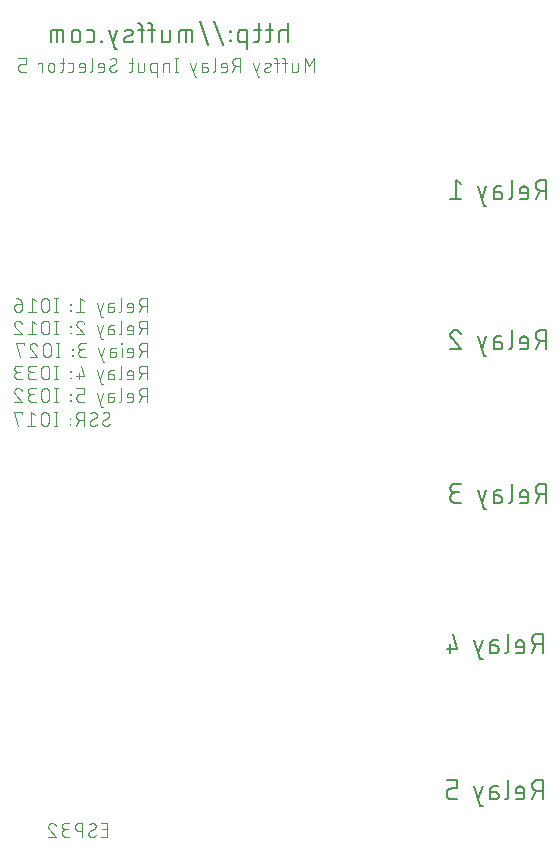
<source format=gbr>
G04 EAGLE Gerber RS-274X export*
G75*
%MOMM*%
%FSLAX34Y34*%
%LPD*%
%INSilkscreen Bottom*%
%IPPOS*%
%AMOC8*
5,1,8,0,0,1.08239X$1,22.5*%
G01*
%ADD10C,0.101600*%
%ADD11C,0.152400*%


D10*
X321124Y584708D02*
X321124Y596392D01*
X317878Y596392D01*
X317765Y596390D01*
X317652Y596384D01*
X317539Y596374D01*
X317426Y596360D01*
X317314Y596343D01*
X317203Y596321D01*
X317093Y596296D01*
X316983Y596266D01*
X316875Y596233D01*
X316768Y596196D01*
X316662Y596156D01*
X316558Y596111D01*
X316455Y596063D01*
X316354Y596012D01*
X316255Y595957D01*
X316158Y595899D01*
X316063Y595837D01*
X315970Y595772D01*
X315880Y595704D01*
X315792Y595633D01*
X315706Y595558D01*
X315623Y595481D01*
X315543Y595401D01*
X315466Y595318D01*
X315391Y595232D01*
X315320Y595144D01*
X315252Y595054D01*
X315187Y594961D01*
X315125Y594866D01*
X315067Y594769D01*
X315012Y594670D01*
X314961Y594569D01*
X314913Y594466D01*
X314868Y594362D01*
X314828Y594256D01*
X314791Y594149D01*
X314758Y594041D01*
X314728Y593931D01*
X314703Y593821D01*
X314681Y593710D01*
X314664Y593598D01*
X314650Y593485D01*
X314640Y593372D01*
X314634Y593259D01*
X314632Y593146D01*
X314634Y593033D01*
X314640Y592920D01*
X314650Y592807D01*
X314664Y592694D01*
X314681Y592582D01*
X314703Y592471D01*
X314728Y592361D01*
X314758Y592251D01*
X314791Y592143D01*
X314828Y592036D01*
X314868Y591930D01*
X314913Y591826D01*
X314961Y591723D01*
X315012Y591622D01*
X315067Y591523D01*
X315125Y591426D01*
X315187Y591331D01*
X315252Y591238D01*
X315320Y591148D01*
X315391Y591060D01*
X315466Y590974D01*
X315543Y590891D01*
X315623Y590811D01*
X315706Y590734D01*
X315792Y590659D01*
X315880Y590588D01*
X315970Y590520D01*
X316063Y590455D01*
X316158Y590393D01*
X316255Y590335D01*
X316354Y590280D01*
X316455Y590229D01*
X316558Y590181D01*
X316662Y590136D01*
X316768Y590096D01*
X316875Y590059D01*
X316983Y590026D01*
X317093Y589996D01*
X317203Y589971D01*
X317314Y589949D01*
X317426Y589932D01*
X317539Y589918D01*
X317652Y589908D01*
X317765Y589902D01*
X317878Y589900D01*
X317878Y589901D02*
X321124Y589901D01*
X317229Y589901D02*
X314632Y584708D01*
X307933Y584708D02*
X304687Y584708D01*
X307933Y584708D02*
X308020Y584710D01*
X308108Y584716D01*
X308194Y584726D01*
X308281Y584739D01*
X308366Y584757D01*
X308451Y584778D01*
X308535Y584803D01*
X308617Y584832D01*
X308698Y584865D01*
X308778Y584901D01*
X308856Y584940D01*
X308932Y584984D01*
X309006Y585030D01*
X309077Y585080D01*
X309147Y585133D01*
X309214Y585189D01*
X309278Y585248D01*
X309340Y585310D01*
X309399Y585374D01*
X309455Y585441D01*
X309508Y585511D01*
X309558Y585582D01*
X309604Y585656D01*
X309648Y585732D01*
X309687Y585810D01*
X309723Y585890D01*
X309756Y585971D01*
X309785Y586053D01*
X309810Y586137D01*
X309831Y586222D01*
X309849Y586307D01*
X309862Y586394D01*
X309872Y586480D01*
X309878Y586568D01*
X309880Y586655D01*
X309880Y589901D01*
X309878Y590002D01*
X309872Y590102D01*
X309862Y590202D01*
X309849Y590302D01*
X309831Y590401D01*
X309810Y590500D01*
X309785Y590597D01*
X309756Y590694D01*
X309723Y590789D01*
X309687Y590883D01*
X309647Y590975D01*
X309604Y591066D01*
X309557Y591155D01*
X309507Y591242D01*
X309453Y591328D01*
X309396Y591411D01*
X309336Y591491D01*
X309273Y591570D01*
X309206Y591646D01*
X309137Y591719D01*
X309065Y591789D01*
X308991Y591857D01*
X308914Y591922D01*
X308834Y591983D01*
X308752Y592042D01*
X308668Y592097D01*
X308582Y592149D01*
X308494Y592198D01*
X308404Y592243D01*
X308312Y592285D01*
X308219Y592323D01*
X308124Y592357D01*
X308029Y592388D01*
X307932Y592415D01*
X307834Y592438D01*
X307735Y592458D01*
X307635Y592473D01*
X307535Y592485D01*
X307435Y592493D01*
X307334Y592497D01*
X307234Y592497D01*
X307133Y592493D01*
X307033Y592485D01*
X306933Y592473D01*
X306833Y592458D01*
X306734Y592438D01*
X306636Y592415D01*
X306539Y592388D01*
X306444Y592357D01*
X306349Y592323D01*
X306256Y592285D01*
X306164Y592243D01*
X306074Y592198D01*
X305986Y592149D01*
X305900Y592097D01*
X305816Y592042D01*
X305734Y591983D01*
X305654Y591922D01*
X305577Y591857D01*
X305503Y591789D01*
X305431Y591719D01*
X305362Y591646D01*
X305295Y591570D01*
X305232Y591491D01*
X305172Y591411D01*
X305115Y591328D01*
X305061Y591242D01*
X305011Y591155D01*
X304964Y591066D01*
X304921Y590975D01*
X304881Y590883D01*
X304845Y590789D01*
X304812Y590694D01*
X304783Y590597D01*
X304758Y590500D01*
X304737Y590401D01*
X304719Y590302D01*
X304706Y590202D01*
X304696Y590102D01*
X304690Y590002D01*
X304688Y589901D01*
X304687Y589901D02*
X304687Y588603D01*
X309880Y588603D01*
X299824Y586655D02*
X299824Y596392D01*
X299824Y586655D02*
X299822Y586568D01*
X299816Y586480D01*
X299806Y586394D01*
X299793Y586307D01*
X299775Y586222D01*
X299754Y586137D01*
X299729Y586053D01*
X299700Y585971D01*
X299667Y585890D01*
X299631Y585810D01*
X299592Y585732D01*
X299548Y585656D01*
X299502Y585582D01*
X299452Y585511D01*
X299399Y585441D01*
X299343Y585374D01*
X299284Y585310D01*
X299222Y585248D01*
X299158Y585189D01*
X299091Y585133D01*
X299021Y585080D01*
X298950Y585030D01*
X298876Y584984D01*
X298800Y584940D01*
X298722Y584901D01*
X298642Y584865D01*
X298561Y584832D01*
X298479Y584803D01*
X298395Y584778D01*
X298310Y584757D01*
X298225Y584739D01*
X298138Y584726D01*
X298052Y584716D01*
X297964Y584710D01*
X297877Y584708D01*
X291665Y589252D02*
X288744Y589252D01*
X291665Y589252D02*
X291759Y589250D01*
X291853Y589244D01*
X291946Y589235D01*
X292039Y589221D01*
X292131Y589204D01*
X292223Y589182D01*
X292313Y589158D01*
X292403Y589129D01*
X292491Y589097D01*
X292578Y589061D01*
X292663Y589021D01*
X292746Y588978D01*
X292828Y588932D01*
X292908Y588882D01*
X292985Y588829D01*
X293060Y588773D01*
X293133Y588714D01*
X293204Y588652D01*
X293272Y588587D01*
X293337Y588519D01*
X293399Y588448D01*
X293458Y588375D01*
X293514Y588300D01*
X293567Y588223D01*
X293617Y588143D01*
X293663Y588061D01*
X293706Y587978D01*
X293746Y587893D01*
X293782Y587806D01*
X293814Y587718D01*
X293843Y587628D01*
X293867Y587538D01*
X293889Y587446D01*
X293906Y587354D01*
X293920Y587261D01*
X293929Y587168D01*
X293935Y587074D01*
X293937Y586980D01*
X293935Y586886D01*
X293929Y586792D01*
X293920Y586699D01*
X293906Y586606D01*
X293889Y586514D01*
X293867Y586422D01*
X293843Y586332D01*
X293814Y586242D01*
X293782Y586154D01*
X293746Y586067D01*
X293706Y585982D01*
X293663Y585899D01*
X293617Y585817D01*
X293567Y585737D01*
X293514Y585660D01*
X293458Y585585D01*
X293399Y585512D01*
X293337Y585441D01*
X293272Y585373D01*
X293204Y585308D01*
X293133Y585246D01*
X293060Y585187D01*
X292985Y585131D01*
X292908Y585078D01*
X292828Y585028D01*
X292746Y584982D01*
X292663Y584939D01*
X292578Y584899D01*
X292491Y584863D01*
X292403Y584831D01*
X292313Y584802D01*
X292223Y584778D01*
X292131Y584756D01*
X292039Y584739D01*
X291946Y584725D01*
X291853Y584716D01*
X291759Y584710D01*
X291665Y584708D01*
X288744Y584708D01*
X288744Y590550D01*
X288746Y590637D01*
X288752Y590725D01*
X288762Y590811D01*
X288775Y590898D01*
X288793Y590983D01*
X288814Y591068D01*
X288839Y591152D01*
X288868Y591234D01*
X288901Y591315D01*
X288937Y591395D01*
X288976Y591473D01*
X289020Y591549D01*
X289066Y591623D01*
X289116Y591694D01*
X289169Y591764D01*
X289225Y591831D01*
X289284Y591896D01*
X289346Y591957D01*
X289410Y592016D01*
X289477Y592072D01*
X289547Y592125D01*
X289618Y592175D01*
X289692Y592221D01*
X289768Y592265D01*
X289846Y592304D01*
X289926Y592340D01*
X290007Y592373D01*
X290089Y592402D01*
X290173Y592427D01*
X290258Y592448D01*
X290343Y592466D01*
X290430Y592479D01*
X290517Y592489D01*
X290604Y592495D01*
X290691Y592497D01*
X293288Y592497D01*
X283972Y580813D02*
X282674Y580813D01*
X278779Y592497D01*
X283972Y592497D02*
X281376Y584708D01*
X268238Y593796D02*
X264993Y596392D01*
X264993Y584708D01*
X268238Y584708D02*
X261747Y584708D01*
X256935Y585682D02*
X256935Y586331D01*
X256286Y586331D01*
X256286Y585682D01*
X256935Y585682D01*
X256935Y590875D02*
X256935Y591524D01*
X256286Y591524D01*
X256286Y590875D01*
X256935Y590875D01*
X244419Y596392D02*
X244419Y584708D01*
X245717Y584708D02*
X243121Y584708D01*
X243121Y596392D02*
X245717Y596392D01*
X238520Y593146D02*
X238520Y587954D01*
X238521Y593146D02*
X238519Y593259D01*
X238513Y593372D01*
X238503Y593485D01*
X238489Y593598D01*
X238472Y593710D01*
X238450Y593821D01*
X238425Y593931D01*
X238395Y594041D01*
X238362Y594149D01*
X238325Y594256D01*
X238285Y594362D01*
X238240Y594466D01*
X238192Y594569D01*
X238141Y594670D01*
X238086Y594769D01*
X238028Y594866D01*
X237966Y594961D01*
X237901Y595054D01*
X237833Y595144D01*
X237762Y595232D01*
X237687Y595318D01*
X237610Y595401D01*
X237530Y595481D01*
X237447Y595558D01*
X237361Y595633D01*
X237273Y595704D01*
X237183Y595772D01*
X237090Y595837D01*
X236995Y595899D01*
X236898Y595957D01*
X236799Y596012D01*
X236698Y596063D01*
X236595Y596111D01*
X236491Y596156D01*
X236385Y596196D01*
X236278Y596233D01*
X236170Y596266D01*
X236060Y596296D01*
X235950Y596321D01*
X235839Y596343D01*
X235727Y596360D01*
X235614Y596374D01*
X235501Y596384D01*
X235388Y596390D01*
X235275Y596392D01*
X235162Y596390D01*
X235049Y596384D01*
X234936Y596374D01*
X234823Y596360D01*
X234711Y596343D01*
X234600Y596321D01*
X234490Y596296D01*
X234380Y596266D01*
X234272Y596233D01*
X234165Y596196D01*
X234059Y596156D01*
X233955Y596111D01*
X233852Y596063D01*
X233751Y596012D01*
X233652Y595957D01*
X233555Y595899D01*
X233460Y595837D01*
X233367Y595772D01*
X233277Y595704D01*
X233189Y595633D01*
X233103Y595558D01*
X233020Y595481D01*
X232940Y595401D01*
X232863Y595318D01*
X232788Y595232D01*
X232717Y595144D01*
X232649Y595054D01*
X232584Y594961D01*
X232522Y594866D01*
X232464Y594769D01*
X232409Y594670D01*
X232358Y594569D01*
X232310Y594466D01*
X232265Y594362D01*
X232225Y594256D01*
X232188Y594149D01*
X232155Y594041D01*
X232125Y593931D01*
X232100Y593821D01*
X232078Y593710D01*
X232061Y593598D01*
X232047Y593485D01*
X232037Y593372D01*
X232031Y593259D01*
X232029Y593146D01*
X232029Y587954D01*
X232031Y587841D01*
X232037Y587728D01*
X232047Y587615D01*
X232061Y587502D01*
X232078Y587390D01*
X232100Y587279D01*
X232125Y587169D01*
X232155Y587059D01*
X232188Y586951D01*
X232225Y586844D01*
X232265Y586738D01*
X232310Y586634D01*
X232358Y586531D01*
X232409Y586430D01*
X232464Y586331D01*
X232522Y586234D01*
X232584Y586139D01*
X232649Y586046D01*
X232717Y585956D01*
X232788Y585868D01*
X232863Y585782D01*
X232940Y585699D01*
X233020Y585619D01*
X233103Y585542D01*
X233189Y585467D01*
X233277Y585396D01*
X233367Y585328D01*
X233460Y585263D01*
X233555Y585201D01*
X233652Y585143D01*
X233751Y585088D01*
X233852Y585037D01*
X233955Y584989D01*
X234059Y584944D01*
X234165Y584904D01*
X234272Y584867D01*
X234380Y584834D01*
X234490Y584804D01*
X234600Y584779D01*
X234711Y584757D01*
X234823Y584740D01*
X234936Y584726D01*
X235049Y584716D01*
X235162Y584710D01*
X235275Y584708D01*
X235388Y584710D01*
X235501Y584716D01*
X235614Y584726D01*
X235727Y584740D01*
X235839Y584757D01*
X235950Y584779D01*
X236060Y584804D01*
X236170Y584834D01*
X236278Y584867D01*
X236385Y584904D01*
X236491Y584944D01*
X236595Y584989D01*
X236698Y585037D01*
X236799Y585088D01*
X236898Y585143D01*
X236995Y585201D01*
X237090Y585263D01*
X237183Y585328D01*
X237273Y585396D01*
X237361Y585467D01*
X237447Y585542D01*
X237530Y585619D01*
X237610Y585699D01*
X237687Y585782D01*
X237762Y585868D01*
X237833Y585956D01*
X237901Y586046D01*
X237966Y586139D01*
X238028Y586234D01*
X238086Y586331D01*
X238141Y586430D01*
X238192Y586531D01*
X238240Y586634D01*
X238285Y586738D01*
X238325Y586844D01*
X238362Y586951D01*
X238395Y587059D01*
X238425Y587169D01*
X238450Y587279D01*
X238472Y587390D01*
X238489Y587502D01*
X238503Y587615D01*
X238513Y587728D01*
X238519Y587841D01*
X238521Y587954D01*
X227090Y593796D02*
X223845Y596392D01*
X223845Y584708D01*
X227090Y584708D02*
X220599Y584708D01*
X215660Y591199D02*
X211766Y591199D01*
X211667Y591197D01*
X211567Y591191D01*
X211468Y591182D01*
X211370Y591169D01*
X211272Y591152D01*
X211174Y591131D01*
X211078Y591106D01*
X210983Y591078D01*
X210889Y591046D01*
X210796Y591011D01*
X210704Y590972D01*
X210614Y590929D01*
X210526Y590884D01*
X210439Y590834D01*
X210355Y590782D01*
X210272Y590726D01*
X210192Y590668D01*
X210114Y590606D01*
X210039Y590541D01*
X209966Y590473D01*
X209896Y590403D01*
X209828Y590330D01*
X209763Y590255D01*
X209701Y590177D01*
X209643Y590097D01*
X209587Y590014D01*
X209535Y589930D01*
X209485Y589843D01*
X209440Y589755D01*
X209397Y589665D01*
X209358Y589573D01*
X209323Y589480D01*
X209291Y589386D01*
X209263Y589291D01*
X209238Y589195D01*
X209217Y589097D01*
X209200Y588999D01*
X209187Y588901D01*
X209178Y588802D01*
X209172Y588702D01*
X209170Y588603D01*
X209169Y588603D02*
X209169Y587954D01*
X209171Y587841D01*
X209177Y587728D01*
X209187Y587615D01*
X209201Y587502D01*
X209218Y587390D01*
X209240Y587279D01*
X209265Y587169D01*
X209295Y587059D01*
X209328Y586951D01*
X209365Y586844D01*
X209405Y586738D01*
X209450Y586634D01*
X209498Y586531D01*
X209549Y586430D01*
X209604Y586331D01*
X209662Y586234D01*
X209724Y586139D01*
X209789Y586046D01*
X209857Y585956D01*
X209928Y585868D01*
X210003Y585782D01*
X210080Y585699D01*
X210160Y585619D01*
X210243Y585542D01*
X210329Y585467D01*
X210417Y585396D01*
X210507Y585328D01*
X210600Y585263D01*
X210695Y585201D01*
X210792Y585143D01*
X210891Y585088D01*
X210992Y585037D01*
X211095Y584989D01*
X211199Y584944D01*
X211305Y584904D01*
X211412Y584867D01*
X211520Y584834D01*
X211630Y584804D01*
X211740Y584779D01*
X211851Y584757D01*
X211963Y584740D01*
X212076Y584726D01*
X212189Y584716D01*
X212302Y584710D01*
X212415Y584708D01*
X212528Y584710D01*
X212641Y584716D01*
X212754Y584726D01*
X212867Y584740D01*
X212979Y584757D01*
X213090Y584779D01*
X213200Y584804D01*
X213310Y584834D01*
X213418Y584867D01*
X213525Y584904D01*
X213631Y584944D01*
X213735Y584989D01*
X213838Y585037D01*
X213939Y585088D01*
X214038Y585143D01*
X214135Y585201D01*
X214230Y585263D01*
X214323Y585328D01*
X214413Y585396D01*
X214501Y585467D01*
X214587Y585542D01*
X214670Y585619D01*
X214750Y585699D01*
X214827Y585782D01*
X214902Y585868D01*
X214973Y585956D01*
X215041Y586046D01*
X215106Y586139D01*
X215168Y586234D01*
X215226Y586331D01*
X215281Y586430D01*
X215332Y586531D01*
X215380Y586634D01*
X215425Y586738D01*
X215465Y586844D01*
X215502Y586951D01*
X215535Y587059D01*
X215565Y587169D01*
X215590Y587279D01*
X215612Y587390D01*
X215629Y587502D01*
X215643Y587615D01*
X215653Y587728D01*
X215659Y587841D01*
X215661Y587954D01*
X215660Y587954D02*
X215660Y591199D01*
X215658Y591342D01*
X215652Y591485D01*
X215642Y591628D01*
X215628Y591770D01*
X215611Y591912D01*
X215589Y592054D01*
X215564Y592195D01*
X215534Y592335D01*
X215501Y592474D01*
X215464Y592612D01*
X215423Y592749D01*
X215379Y592885D01*
X215330Y593020D01*
X215278Y593153D01*
X215223Y593285D01*
X215163Y593415D01*
X215100Y593544D01*
X215034Y593671D01*
X214964Y593796D01*
X214891Y593918D01*
X214814Y594039D01*
X214734Y594158D01*
X214651Y594274D01*
X214565Y594389D01*
X214476Y594500D01*
X214383Y594610D01*
X214288Y594716D01*
X214189Y594820D01*
X214088Y594921D01*
X213984Y595020D01*
X213878Y595115D01*
X213768Y595208D01*
X213657Y595297D01*
X213542Y595383D01*
X213426Y595466D01*
X213307Y595546D01*
X213186Y595623D01*
X213064Y595696D01*
X212939Y595766D01*
X212812Y595832D01*
X212683Y595895D01*
X212553Y595955D01*
X212421Y596010D01*
X212288Y596062D01*
X212153Y596111D01*
X212017Y596155D01*
X211880Y596196D01*
X211742Y596233D01*
X211603Y596266D01*
X211463Y596296D01*
X211322Y596321D01*
X211180Y596343D01*
X211038Y596360D01*
X210896Y596374D01*
X210753Y596384D01*
X210610Y596390D01*
X210467Y596392D01*
X321124Y577342D02*
X321124Y565658D01*
X321124Y577342D02*
X317878Y577342D01*
X317765Y577340D01*
X317652Y577334D01*
X317539Y577324D01*
X317426Y577310D01*
X317314Y577293D01*
X317203Y577271D01*
X317093Y577246D01*
X316983Y577216D01*
X316875Y577183D01*
X316768Y577146D01*
X316662Y577106D01*
X316558Y577061D01*
X316455Y577013D01*
X316354Y576962D01*
X316255Y576907D01*
X316158Y576849D01*
X316063Y576787D01*
X315970Y576722D01*
X315880Y576654D01*
X315792Y576583D01*
X315706Y576508D01*
X315623Y576431D01*
X315543Y576351D01*
X315466Y576268D01*
X315391Y576182D01*
X315320Y576094D01*
X315252Y576004D01*
X315187Y575911D01*
X315125Y575816D01*
X315067Y575719D01*
X315012Y575620D01*
X314961Y575519D01*
X314913Y575416D01*
X314868Y575312D01*
X314828Y575206D01*
X314791Y575099D01*
X314758Y574991D01*
X314728Y574881D01*
X314703Y574771D01*
X314681Y574660D01*
X314664Y574548D01*
X314650Y574435D01*
X314640Y574322D01*
X314634Y574209D01*
X314632Y574096D01*
X314634Y573983D01*
X314640Y573870D01*
X314650Y573757D01*
X314664Y573644D01*
X314681Y573532D01*
X314703Y573421D01*
X314728Y573311D01*
X314758Y573201D01*
X314791Y573093D01*
X314828Y572986D01*
X314868Y572880D01*
X314913Y572776D01*
X314961Y572673D01*
X315012Y572572D01*
X315067Y572473D01*
X315125Y572376D01*
X315187Y572281D01*
X315252Y572188D01*
X315320Y572098D01*
X315391Y572010D01*
X315466Y571924D01*
X315543Y571841D01*
X315623Y571761D01*
X315706Y571684D01*
X315792Y571609D01*
X315880Y571538D01*
X315970Y571470D01*
X316063Y571405D01*
X316158Y571343D01*
X316255Y571285D01*
X316354Y571230D01*
X316455Y571179D01*
X316558Y571131D01*
X316662Y571086D01*
X316768Y571046D01*
X316875Y571009D01*
X316983Y570976D01*
X317093Y570946D01*
X317203Y570921D01*
X317314Y570899D01*
X317426Y570882D01*
X317539Y570868D01*
X317652Y570858D01*
X317765Y570852D01*
X317878Y570850D01*
X317878Y570851D02*
X321124Y570851D01*
X317229Y570851D02*
X314632Y565658D01*
X307933Y565658D02*
X304687Y565658D01*
X307933Y565658D02*
X308020Y565660D01*
X308108Y565666D01*
X308194Y565676D01*
X308281Y565689D01*
X308366Y565707D01*
X308451Y565728D01*
X308535Y565753D01*
X308617Y565782D01*
X308698Y565815D01*
X308778Y565851D01*
X308856Y565890D01*
X308932Y565934D01*
X309006Y565980D01*
X309077Y566030D01*
X309147Y566083D01*
X309214Y566139D01*
X309278Y566198D01*
X309340Y566260D01*
X309399Y566324D01*
X309455Y566391D01*
X309508Y566461D01*
X309558Y566532D01*
X309604Y566606D01*
X309648Y566682D01*
X309687Y566760D01*
X309723Y566840D01*
X309756Y566921D01*
X309785Y567003D01*
X309810Y567087D01*
X309831Y567172D01*
X309849Y567257D01*
X309862Y567344D01*
X309872Y567430D01*
X309878Y567518D01*
X309880Y567605D01*
X309880Y570851D01*
X309878Y570952D01*
X309872Y571052D01*
X309862Y571152D01*
X309849Y571252D01*
X309831Y571351D01*
X309810Y571450D01*
X309785Y571547D01*
X309756Y571644D01*
X309723Y571739D01*
X309687Y571833D01*
X309647Y571925D01*
X309604Y572016D01*
X309557Y572105D01*
X309507Y572192D01*
X309453Y572278D01*
X309396Y572361D01*
X309336Y572441D01*
X309273Y572520D01*
X309206Y572596D01*
X309137Y572669D01*
X309065Y572739D01*
X308991Y572807D01*
X308914Y572872D01*
X308834Y572933D01*
X308752Y572992D01*
X308668Y573047D01*
X308582Y573099D01*
X308494Y573148D01*
X308404Y573193D01*
X308312Y573235D01*
X308219Y573273D01*
X308124Y573307D01*
X308029Y573338D01*
X307932Y573365D01*
X307834Y573388D01*
X307735Y573408D01*
X307635Y573423D01*
X307535Y573435D01*
X307435Y573443D01*
X307334Y573447D01*
X307234Y573447D01*
X307133Y573443D01*
X307033Y573435D01*
X306933Y573423D01*
X306833Y573408D01*
X306734Y573388D01*
X306636Y573365D01*
X306539Y573338D01*
X306444Y573307D01*
X306349Y573273D01*
X306256Y573235D01*
X306164Y573193D01*
X306074Y573148D01*
X305986Y573099D01*
X305900Y573047D01*
X305816Y572992D01*
X305734Y572933D01*
X305654Y572872D01*
X305577Y572807D01*
X305503Y572739D01*
X305431Y572669D01*
X305362Y572596D01*
X305295Y572520D01*
X305232Y572441D01*
X305172Y572361D01*
X305115Y572278D01*
X305061Y572192D01*
X305011Y572105D01*
X304964Y572016D01*
X304921Y571925D01*
X304881Y571833D01*
X304845Y571739D01*
X304812Y571644D01*
X304783Y571547D01*
X304758Y571450D01*
X304737Y571351D01*
X304719Y571252D01*
X304706Y571152D01*
X304696Y571052D01*
X304690Y570952D01*
X304688Y570851D01*
X304687Y570851D02*
X304687Y569553D01*
X309880Y569553D01*
X299824Y567605D02*
X299824Y577342D01*
X299824Y567605D02*
X299822Y567518D01*
X299816Y567430D01*
X299806Y567344D01*
X299793Y567257D01*
X299775Y567172D01*
X299754Y567087D01*
X299729Y567003D01*
X299700Y566921D01*
X299667Y566840D01*
X299631Y566760D01*
X299592Y566682D01*
X299548Y566606D01*
X299502Y566532D01*
X299452Y566461D01*
X299399Y566391D01*
X299343Y566324D01*
X299284Y566260D01*
X299222Y566198D01*
X299158Y566139D01*
X299091Y566083D01*
X299021Y566030D01*
X298950Y565980D01*
X298876Y565934D01*
X298800Y565890D01*
X298722Y565851D01*
X298642Y565815D01*
X298561Y565782D01*
X298479Y565753D01*
X298395Y565728D01*
X298310Y565707D01*
X298225Y565689D01*
X298138Y565676D01*
X298052Y565666D01*
X297964Y565660D01*
X297877Y565658D01*
X291665Y570202D02*
X288744Y570202D01*
X291665Y570202D02*
X291759Y570200D01*
X291853Y570194D01*
X291946Y570185D01*
X292039Y570171D01*
X292131Y570154D01*
X292223Y570132D01*
X292313Y570108D01*
X292403Y570079D01*
X292491Y570047D01*
X292578Y570011D01*
X292663Y569971D01*
X292746Y569928D01*
X292828Y569882D01*
X292908Y569832D01*
X292985Y569779D01*
X293060Y569723D01*
X293133Y569664D01*
X293204Y569602D01*
X293272Y569537D01*
X293337Y569469D01*
X293399Y569398D01*
X293458Y569325D01*
X293514Y569250D01*
X293567Y569173D01*
X293617Y569093D01*
X293663Y569011D01*
X293706Y568928D01*
X293746Y568843D01*
X293782Y568756D01*
X293814Y568668D01*
X293843Y568578D01*
X293867Y568488D01*
X293889Y568396D01*
X293906Y568304D01*
X293920Y568211D01*
X293929Y568118D01*
X293935Y568024D01*
X293937Y567930D01*
X293935Y567836D01*
X293929Y567742D01*
X293920Y567649D01*
X293906Y567556D01*
X293889Y567464D01*
X293867Y567372D01*
X293843Y567282D01*
X293814Y567192D01*
X293782Y567104D01*
X293746Y567017D01*
X293706Y566932D01*
X293663Y566849D01*
X293617Y566767D01*
X293567Y566687D01*
X293514Y566610D01*
X293458Y566535D01*
X293399Y566462D01*
X293337Y566391D01*
X293272Y566323D01*
X293204Y566258D01*
X293133Y566196D01*
X293060Y566137D01*
X292985Y566081D01*
X292908Y566028D01*
X292828Y565978D01*
X292746Y565932D01*
X292663Y565889D01*
X292578Y565849D01*
X292491Y565813D01*
X292403Y565781D01*
X292313Y565752D01*
X292223Y565728D01*
X292131Y565706D01*
X292039Y565689D01*
X291946Y565675D01*
X291853Y565666D01*
X291759Y565660D01*
X291665Y565658D01*
X288744Y565658D01*
X288744Y571500D01*
X288746Y571587D01*
X288752Y571675D01*
X288762Y571761D01*
X288775Y571848D01*
X288793Y571933D01*
X288814Y572018D01*
X288839Y572102D01*
X288868Y572184D01*
X288901Y572265D01*
X288937Y572345D01*
X288976Y572423D01*
X289020Y572499D01*
X289066Y572573D01*
X289116Y572644D01*
X289169Y572714D01*
X289225Y572781D01*
X289284Y572846D01*
X289346Y572907D01*
X289410Y572966D01*
X289477Y573022D01*
X289547Y573075D01*
X289618Y573125D01*
X289692Y573171D01*
X289768Y573215D01*
X289846Y573254D01*
X289926Y573290D01*
X290007Y573323D01*
X290089Y573352D01*
X290173Y573377D01*
X290258Y573398D01*
X290343Y573416D01*
X290430Y573429D01*
X290517Y573439D01*
X290604Y573445D01*
X290691Y573447D01*
X293288Y573447D01*
X283972Y561763D02*
X282674Y561763D01*
X278779Y573447D01*
X283972Y573447D02*
X281376Y565658D01*
X264668Y577342D02*
X264561Y577340D01*
X264455Y577334D01*
X264349Y577324D01*
X264243Y577311D01*
X264137Y577293D01*
X264033Y577272D01*
X263929Y577247D01*
X263826Y577218D01*
X263725Y577186D01*
X263625Y577149D01*
X263526Y577109D01*
X263428Y577066D01*
X263332Y577019D01*
X263238Y576968D01*
X263146Y576914D01*
X263056Y576857D01*
X262968Y576797D01*
X262883Y576733D01*
X262800Y576666D01*
X262719Y576596D01*
X262641Y576524D01*
X262565Y576448D01*
X262493Y576370D01*
X262423Y576289D01*
X262356Y576206D01*
X262292Y576121D01*
X262232Y576033D01*
X262175Y575943D01*
X262121Y575851D01*
X262070Y575757D01*
X262023Y575661D01*
X261980Y575563D01*
X261940Y575464D01*
X261903Y575364D01*
X261871Y575263D01*
X261842Y575160D01*
X261817Y575056D01*
X261796Y574952D01*
X261778Y574846D01*
X261765Y574740D01*
X261755Y574634D01*
X261749Y574528D01*
X261747Y574421D01*
X264668Y577342D02*
X264789Y577340D01*
X264910Y577334D01*
X265030Y577324D01*
X265151Y577311D01*
X265270Y577293D01*
X265390Y577272D01*
X265508Y577247D01*
X265625Y577218D01*
X265742Y577185D01*
X265857Y577149D01*
X265971Y577108D01*
X266084Y577065D01*
X266196Y577017D01*
X266305Y576966D01*
X266413Y576911D01*
X266520Y576853D01*
X266624Y576792D01*
X266726Y576727D01*
X266826Y576659D01*
X266924Y576588D01*
X267020Y576514D01*
X267113Y576437D01*
X267203Y576356D01*
X267291Y576273D01*
X267376Y576187D01*
X267459Y576098D01*
X267538Y576007D01*
X267615Y575913D01*
X267688Y575817D01*
X267758Y575719D01*
X267825Y575618D01*
X267889Y575515D01*
X267950Y575410D01*
X268007Y575303D01*
X268060Y575195D01*
X268110Y575085D01*
X268156Y574973D01*
X268199Y574860D01*
X268238Y574745D01*
X262722Y572149D02*
X262643Y572227D01*
X262567Y572307D01*
X262494Y572390D01*
X262424Y572476D01*
X262357Y572563D01*
X262293Y572654D01*
X262233Y572746D01*
X262175Y572840D01*
X262121Y572937D01*
X262071Y573035D01*
X262024Y573135D01*
X261980Y573236D01*
X261940Y573339D01*
X261904Y573444D01*
X261872Y573549D01*
X261843Y573656D01*
X261818Y573763D01*
X261796Y573872D01*
X261779Y573981D01*
X261765Y574090D01*
X261756Y574200D01*
X261750Y574311D01*
X261748Y574421D01*
X262721Y572149D02*
X268238Y565658D01*
X261747Y565658D01*
X256935Y566632D02*
X256935Y567281D01*
X256286Y567281D01*
X256286Y566632D01*
X256935Y566632D01*
X256935Y571825D02*
X256935Y572474D01*
X256286Y572474D01*
X256286Y571825D01*
X256935Y571825D01*
X244419Y577342D02*
X244419Y565658D01*
X245717Y565658D02*
X243121Y565658D01*
X243121Y577342D02*
X245717Y577342D01*
X238520Y574096D02*
X238520Y568904D01*
X238521Y574096D02*
X238519Y574209D01*
X238513Y574322D01*
X238503Y574435D01*
X238489Y574548D01*
X238472Y574660D01*
X238450Y574771D01*
X238425Y574881D01*
X238395Y574991D01*
X238362Y575099D01*
X238325Y575206D01*
X238285Y575312D01*
X238240Y575416D01*
X238192Y575519D01*
X238141Y575620D01*
X238086Y575719D01*
X238028Y575816D01*
X237966Y575911D01*
X237901Y576004D01*
X237833Y576094D01*
X237762Y576182D01*
X237687Y576268D01*
X237610Y576351D01*
X237530Y576431D01*
X237447Y576508D01*
X237361Y576583D01*
X237273Y576654D01*
X237183Y576722D01*
X237090Y576787D01*
X236995Y576849D01*
X236898Y576907D01*
X236799Y576962D01*
X236698Y577013D01*
X236595Y577061D01*
X236491Y577106D01*
X236385Y577146D01*
X236278Y577183D01*
X236170Y577216D01*
X236060Y577246D01*
X235950Y577271D01*
X235839Y577293D01*
X235727Y577310D01*
X235614Y577324D01*
X235501Y577334D01*
X235388Y577340D01*
X235275Y577342D01*
X235162Y577340D01*
X235049Y577334D01*
X234936Y577324D01*
X234823Y577310D01*
X234711Y577293D01*
X234600Y577271D01*
X234490Y577246D01*
X234380Y577216D01*
X234272Y577183D01*
X234165Y577146D01*
X234059Y577106D01*
X233955Y577061D01*
X233852Y577013D01*
X233751Y576962D01*
X233652Y576907D01*
X233555Y576849D01*
X233460Y576787D01*
X233367Y576722D01*
X233277Y576654D01*
X233189Y576583D01*
X233103Y576508D01*
X233020Y576431D01*
X232940Y576351D01*
X232863Y576268D01*
X232788Y576182D01*
X232717Y576094D01*
X232649Y576004D01*
X232584Y575911D01*
X232522Y575816D01*
X232464Y575719D01*
X232409Y575620D01*
X232358Y575519D01*
X232310Y575416D01*
X232265Y575312D01*
X232225Y575206D01*
X232188Y575099D01*
X232155Y574991D01*
X232125Y574881D01*
X232100Y574771D01*
X232078Y574660D01*
X232061Y574548D01*
X232047Y574435D01*
X232037Y574322D01*
X232031Y574209D01*
X232029Y574096D01*
X232029Y568904D01*
X232031Y568791D01*
X232037Y568678D01*
X232047Y568565D01*
X232061Y568452D01*
X232078Y568340D01*
X232100Y568229D01*
X232125Y568119D01*
X232155Y568009D01*
X232188Y567901D01*
X232225Y567794D01*
X232265Y567688D01*
X232310Y567584D01*
X232358Y567481D01*
X232409Y567380D01*
X232464Y567281D01*
X232522Y567184D01*
X232584Y567089D01*
X232649Y566996D01*
X232717Y566906D01*
X232788Y566818D01*
X232863Y566732D01*
X232940Y566649D01*
X233020Y566569D01*
X233103Y566492D01*
X233189Y566417D01*
X233277Y566346D01*
X233367Y566278D01*
X233460Y566213D01*
X233555Y566151D01*
X233652Y566093D01*
X233751Y566038D01*
X233852Y565987D01*
X233955Y565939D01*
X234059Y565894D01*
X234165Y565854D01*
X234272Y565817D01*
X234380Y565784D01*
X234490Y565754D01*
X234600Y565729D01*
X234711Y565707D01*
X234823Y565690D01*
X234936Y565676D01*
X235049Y565666D01*
X235162Y565660D01*
X235275Y565658D01*
X235388Y565660D01*
X235501Y565666D01*
X235614Y565676D01*
X235727Y565690D01*
X235839Y565707D01*
X235950Y565729D01*
X236060Y565754D01*
X236170Y565784D01*
X236278Y565817D01*
X236385Y565854D01*
X236491Y565894D01*
X236595Y565939D01*
X236698Y565987D01*
X236799Y566038D01*
X236898Y566093D01*
X236995Y566151D01*
X237090Y566213D01*
X237183Y566278D01*
X237273Y566346D01*
X237361Y566417D01*
X237447Y566492D01*
X237530Y566569D01*
X237610Y566649D01*
X237687Y566732D01*
X237762Y566818D01*
X237833Y566906D01*
X237901Y566996D01*
X237966Y567089D01*
X238028Y567184D01*
X238086Y567281D01*
X238141Y567380D01*
X238192Y567481D01*
X238240Y567584D01*
X238285Y567688D01*
X238325Y567794D01*
X238362Y567901D01*
X238395Y568009D01*
X238425Y568119D01*
X238450Y568229D01*
X238472Y568340D01*
X238489Y568452D01*
X238503Y568565D01*
X238513Y568678D01*
X238519Y568791D01*
X238521Y568904D01*
X227090Y574746D02*
X223845Y577342D01*
X223845Y565658D01*
X227090Y565658D02*
X220599Y565658D01*
X209169Y574421D02*
X209171Y574528D01*
X209177Y574634D01*
X209187Y574740D01*
X209200Y574846D01*
X209218Y574952D01*
X209239Y575056D01*
X209264Y575160D01*
X209293Y575263D01*
X209325Y575364D01*
X209362Y575464D01*
X209402Y575563D01*
X209445Y575661D01*
X209492Y575757D01*
X209543Y575851D01*
X209597Y575943D01*
X209654Y576033D01*
X209714Y576121D01*
X209778Y576206D01*
X209845Y576289D01*
X209915Y576370D01*
X209987Y576448D01*
X210063Y576524D01*
X210141Y576596D01*
X210222Y576666D01*
X210305Y576733D01*
X210390Y576797D01*
X210478Y576857D01*
X210568Y576914D01*
X210660Y576968D01*
X210754Y577019D01*
X210850Y577066D01*
X210948Y577109D01*
X211047Y577149D01*
X211147Y577186D01*
X211248Y577218D01*
X211351Y577247D01*
X211455Y577272D01*
X211559Y577293D01*
X211665Y577311D01*
X211771Y577324D01*
X211877Y577334D01*
X211983Y577340D01*
X212090Y577342D01*
X212211Y577340D01*
X212332Y577334D01*
X212452Y577324D01*
X212573Y577311D01*
X212692Y577293D01*
X212812Y577272D01*
X212930Y577247D01*
X213047Y577218D01*
X213164Y577185D01*
X213279Y577149D01*
X213393Y577108D01*
X213506Y577065D01*
X213618Y577017D01*
X213727Y576966D01*
X213835Y576911D01*
X213942Y576853D01*
X214046Y576792D01*
X214148Y576727D01*
X214248Y576659D01*
X214346Y576588D01*
X214442Y576514D01*
X214535Y576437D01*
X214625Y576356D01*
X214713Y576273D01*
X214798Y576187D01*
X214881Y576098D01*
X214960Y576007D01*
X215037Y575913D01*
X215110Y575817D01*
X215180Y575719D01*
X215247Y575618D01*
X215311Y575515D01*
X215372Y575410D01*
X215429Y575303D01*
X215482Y575195D01*
X215532Y575085D01*
X215578Y574973D01*
X215621Y574860D01*
X215660Y574745D01*
X210144Y572149D02*
X210065Y572227D01*
X209989Y572307D01*
X209916Y572390D01*
X209846Y572476D01*
X209779Y572563D01*
X209715Y572654D01*
X209655Y572746D01*
X209597Y572840D01*
X209543Y572937D01*
X209493Y573035D01*
X209446Y573135D01*
X209402Y573236D01*
X209362Y573339D01*
X209326Y573444D01*
X209294Y573549D01*
X209265Y573656D01*
X209240Y573763D01*
X209218Y573872D01*
X209201Y573981D01*
X209187Y574090D01*
X209178Y574200D01*
X209172Y574311D01*
X209170Y574421D01*
X210143Y572149D02*
X215660Y565658D01*
X209169Y565658D01*
X321124Y558292D02*
X321124Y546608D01*
X321124Y558292D02*
X317878Y558292D01*
X317765Y558290D01*
X317652Y558284D01*
X317539Y558274D01*
X317426Y558260D01*
X317314Y558243D01*
X317203Y558221D01*
X317093Y558196D01*
X316983Y558166D01*
X316875Y558133D01*
X316768Y558096D01*
X316662Y558056D01*
X316558Y558011D01*
X316455Y557963D01*
X316354Y557912D01*
X316255Y557857D01*
X316158Y557799D01*
X316063Y557737D01*
X315970Y557672D01*
X315880Y557604D01*
X315792Y557533D01*
X315706Y557458D01*
X315623Y557381D01*
X315543Y557301D01*
X315466Y557218D01*
X315391Y557132D01*
X315320Y557044D01*
X315252Y556954D01*
X315187Y556861D01*
X315125Y556766D01*
X315067Y556669D01*
X315012Y556570D01*
X314961Y556469D01*
X314913Y556366D01*
X314868Y556262D01*
X314828Y556156D01*
X314791Y556049D01*
X314758Y555941D01*
X314728Y555831D01*
X314703Y555721D01*
X314681Y555610D01*
X314664Y555498D01*
X314650Y555385D01*
X314640Y555272D01*
X314634Y555159D01*
X314632Y555046D01*
X314634Y554933D01*
X314640Y554820D01*
X314650Y554707D01*
X314664Y554594D01*
X314681Y554482D01*
X314703Y554371D01*
X314728Y554261D01*
X314758Y554151D01*
X314791Y554043D01*
X314828Y553936D01*
X314868Y553830D01*
X314913Y553726D01*
X314961Y553623D01*
X315012Y553522D01*
X315067Y553423D01*
X315125Y553326D01*
X315187Y553231D01*
X315252Y553138D01*
X315320Y553048D01*
X315391Y552960D01*
X315466Y552874D01*
X315543Y552791D01*
X315623Y552711D01*
X315706Y552634D01*
X315792Y552559D01*
X315880Y552488D01*
X315970Y552420D01*
X316063Y552355D01*
X316158Y552293D01*
X316255Y552235D01*
X316354Y552180D01*
X316455Y552129D01*
X316558Y552081D01*
X316662Y552036D01*
X316768Y551996D01*
X316875Y551959D01*
X316983Y551926D01*
X317093Y551896D01*
X317203Y551871D01*
X317314Y551849D01*
X317426Y551832D01*
X317539Y551818D01*
X317652Y551808D01*
X317765Y551802D01*
X317878Y551800D01*
X317878Y551801D02*
X321124Y551801D01*
X317229Y551801D02*
X314632Y546608D01*
X307933Y546608D02*
X304687Y546608D01*
X307933Y546608D02*
X308020Y546610D01*
X308108Y546616D01*
X308194Y546626D01*
X308281Y546639D01*
X308366Y546657D01*
X308451Y546678D01*
X308535Y546703D01*
X308617Y546732D01*
X308698Y546765D01*
X308778Y546801D01*
X308856Y546840D01*
X308932Y546884D01*
X309006Y546930D01*
X309077Y546980D01*
X309147Y547033D01*
X309214Y547089D01*
X309278Y547148D01*
X309340Y547210D01*
X309399Y547274D01*
X309455Y547341D01*
X309508Y547411D01*
X309558Y547482D01*
X309604Y547556D01*
X309648Y547632D01*
X309687Y547710D01*
X309723Y547790D01*
X309756Y547871D01*
X309785Y547953D01*
X309810Y548037D01*
X309831Y548122D01*
X309849Y548207D01*
X309862Y548294D01*
X309872Y548380D01*
X309878Y548468D01*
X309880Y548555D01*
X309880Y551801D01*
X309878Y551902D01*
X309872Y552002D01*
X309862Y552102D01*
X309849Y552202D01*
X309831Y552301D01*
X309810Y552400D01*
X309785Y552497D01*
X309756Y552594D01*
X309723Y552689D01*
X309687Y552783D01*
X309647Y552875D01*
X309604Y552966D01*
X309557Y553055D01*
X309507Y553142D01*
X309453Y553228D01*
X309396Y553311D01*
X309336Y553391D01*
X309273Y553470D01*
X309206Y553546D01*
X309137Y553619D01*
X309065Y553689D01*
X308991Y553757D01*
X308914Y553822D01*
X308834Y553883D01*
X308752Y553942D01*
X308668Y553997D01*
X308582Y554049D01*
X308494Y554098D01*
X308404Y554143D01*
X308312Y554185D01*
X308219Y554223D01*
X308124Y554257D01*
X308029Y554288D01*
X307932Y554315D01*
X307834Y554338D01*
X307735Y554358D01*
X307635Y554373D01*
X307535Y554385D01*
X307435Y554393D01*
X307334Y554397D01*
X307234Y554397D01*
X307133Y554393D01*
X307033Y554385D01*
X306933Y554373D01*
X306833Y554358D01*
X306734Y554338D01*
X306636Y554315D01*
X306539Y554288D01*
X306444Y554257D01*
X306349Y554223D01*
X306256Y554185D01*
X306164Y554143D01*
X306074Y554098D01*
X305986Y554049D01*
X305900Y553997D01*
X305816Y553942D01*
X305734Y553883D01*
X305654Y553822D01*
X305577Y553757D01*
X305503Y553689D01*
X305431Y553619D01*
X305362Y553546D01*
X305295Y553470D01*
X305232Y553391D01*
X305172Y553311D01*
X305115Y553228D01*
X305061Y553142D01*
X305011Y553055D01*
X304964Y552966D01*
X304921Y552875D01*
X304881Y552783D01*
X304845Y552689D01*
X304812Y552594D01*
X304783Y552497D01*
X304758Y552400D01*
X304737Y552301D01*
X304719Y552202D01*
X304706Y552102D01*
X304696Y552002D01*
X304690Y551902D01*
X304688Y551801D01*
X304687Y551801D02*
X304687Y550503D01*
X309880Y550503D01*
X300045Y554397D02*
X300045Y546608D01*
X300369Y557643D02*
X300369Y558292D01*
X299720Y558292D01*
X299720Y557643D01*
X300369Y557643D01*
X293189Y551152D02*
X290268Y551152D01*
X293189Y551152D02*
X293283Y551150D01*
X293377Y551144D01*
X293470Y551135D01*
X293563Y551121D01*
X293655Y551104D01*
X293747Y551082D01*
X293837Y551058D01*
X293927Y551029D01*
X294015Y550997D01*
X294102Y550961D01*
X294187Y550921D01*
X294270Y550878D01*
X294352Y550832D01*
X294432Y550782D01*
X294509Y550729D01*
X294584Y550673D01*
X294657Y550614D01*
X294728Y550552D01*
X294796Y550487D01*
X294861Y550419D01*
X294923Y550348D01*
X294982Y550275D01*
X295038Y550200D01*
X295091Y550123D01*
X295141Y550043D01*
X295187Y549961D01*
X295230Y549878D01*
X295270Y549793D01*
X295306Y549706D01*
X295338Y549618D01*
X295367Y549528D01*
X295391Y549438D01*
X295413Y549346D01*
X295430Y549254D01*
X295444Y549161D01*
X295453Y549068D01*
X295459Y548974D01*
X295461Y548880D01*
X295459Y548786D01*
X295453Y548692D01*
X295444Y548599D01*
X295430Y548506D01*
X295413Y548414D01*
X295391Y548322D01*
X295367Y548232D01*
X295338Y548142D01*
X295306Y548054D01*
X295270Y547967D01*
X295230Y547882D01*
X295187Y547799D01*
X295141Y547717D01*
X295091Y547637D01*
X295038Y547560D01*
X294982Y547485D01*
X294923Y547412D01*
X294861Y547341D01*
X294796Y547273D01*
X294728Y547208D01*
X294657Y547146D01*
X294584Y547087D01*
X294509Y547031D01*
X294432Y546978D01*
X294352Y546928D01*
X294270Y546882D01*
X294187Y546839D01*
X294102Y546799D01*
X294015Y546763D01*
X293927Y546731D01*
X293837Y546702D01*
X293747Y546678D01*
X293655Y546656D01*
X293563Y546639D01*
X293470Y546625D01*
X293377Y546616D01*
X293283Y546610D01*
X293189Y546608D01*
X290268Y546608D01*
X290268Y552450D01*
X290270Y552537D01*
X290276Y552625D01*
X290286Y552711D01*
X290299Y552798D01*
X290317Y552883D01*
X290338Y552968D01*
X290363Y553052D01*
X290392Y553134D01*
X290425Y553215D01*
X290461Y553295D01*
X290500Y553373D01*
X290544Y553449D01*
X290590Y553523D01*
X290640Y553594D01*
X290693Y553664D01*
X290749Y553731D01*
X290808Y553796D01*
X290870Y553857D01*
X290934Y553916D01*
X291001Y553972D01*
X291071Y554025D01*
X291142Y554075D01*
X291216Y554121D01*
X291292Y554165D01*
X291370Y554204D01*
X291450Y554240D01*
X291531Y554273D01*
X291613Y554302D01*
X291697Y554327D01*
X291782Y554348D01*
X291867Y554366D01*
X291954Y554379D01*
X292041Y554389D01*
X292128Y554395D01*
X292215Y554397D01*
X294812Y554397D01*
X285496Y542713D02*
X284198Y542713D01*
X280303Y554397D01*
X285496Y554397D02*
X282900Y546608D01*
X269762Y546608D02*
X266517Y546608D01*
X266404Y546610D01*
X266291Y546616D01*
X266178Y546626D01*
X266065Y546640D01*
X265953Y546657D01*
X265842Y546679D01*
X265732Y546704D01*
X265622Y546734D01*
X265514Y546767D01*
X265407Y546804D01*
X265301Y546844D01*
X265197Y546889D01*
X265094Y546937D01*
X264993Y546988D01*
X264894Y547043D01*
X264797Y547101D01*
X264702Y547163D01*
X264609Y547228D01*
X264519Y547296D01*
X264431Y547367D01*
X264345Y547442D01*
X264262Y547519D01*
X264182Y547599D01*
X264105Y547682D01*
X264030Y547768D01*
X263959Y547856D01*
X263891Y547946D01*
X263826Y548039D01*
X263764Y548134D01*
X263706Y548231D01*
X263651Y548330D01*
X263600Y548431D01*
X263552Y548534D01*
X263507Y548638D01*
X263467Y548744D01*
X263430Y548851D01*
X263397Y548959D01*
X263367Y549069D01*
X263342Y549179D01*
X263320Y549290D01*
X263303Y549402D01*
X263289Y549515D01*
X263279Y549628D01*
X263273Y549741D01*
X263271Y549854D01*
X263273Y549967D01*
X263279Y550080D01*
X263289Y550193D01*
X263303Y550306D01*
X263320Y550418D01*
X263342Y550529D01*
X263367Y550639D01*
X263397Y550749D01*
X263430Y550857D01*
X263467Y550964D01*
X263507Y551070D01*
X263552Y551174D01*
X263600Y551277D01*
X263651Y551378D01*
X263706Y551477D01*
X263764Y551574D01*
X263826Y551669D01*
X263891Y551762D01*
X263959Y551852D01*
X264030Y551940D01*
X264105Y552026D01*
X264182Y552109D01*
X264262Y552189D01*
X264345Y552266D01*
X264431Y552341D01*
X264519Y552412D01*
X264609Y552480D01*
X264702Y552545D01*
X264797Y552607D01*
X264894Y552665D01*
X264993Y552720D01*
X265094Y552771D01*
X265197Y552819D01*
X265301Y552864D01*
X265407Y552904D01*
X265514Y552941D01*
X265622Y552974D01*
X265732Y553004D01*
X265842Y553029D01*
X265953Y553051D01*
X266065Y553068D01*
X266178Y553082D01*
X266291Y553092D01*
X266404Y553098D01*
X266517Y553100D01*
X265868Y558292D02*
X269762Y558292D01*
X265868Y558292D02*
X265767Y558290D01*
X265667Y558284D01*
X265567Y558274D01*
X265467Y558261D01*
X265368Y558243D01*
X265269Y558222D01*
X265172Y558197D01*
X265075Y558168D01*
X264980Y558135D01*
X264886Y558099D01*
X264794Y558059D01*
X264703Y558016D01*
X264614Y557969D01*
X264527Y557919D01*
X264441Y557865D01*
X264358Y557808D01*
X264278Y557748D01*
X264199Y557685D01*
X264123Y557618D01*
X264050Y557549D01*
X263980Y557477D01*
X263912Y557403D01*
X263847Y557326D01*
X263786Y557246D01*
X263727Y557164D01*
X263672Y557080D01*
X263620Y556994D01*
X263571Y556906D01*
X263526Y556816D01*
X263484Y556724D01*
X263446Y556631D01*
X263412Y556536D01*
X263381Y556441D01*
X263354Y556344D01*
X263331Y556246D01*
X263311Y556147D01*
X263296Y556047D01*
X263284Y555947D01*
X263276Y555847D01*
X263272Y555746D01*
X263272Y555646D01*
X263276Y555545D01*
X263284Y555445D01*
X263296Y555345D01*
X263311Y555245D01*
X263331Y555146D01*
X263354Y555048D01*
X263381Y554951D01*
X263412Y554856D01*
X263446Y554761D01*
X263484Y554668D01*
X263526Y554576D01*
X263571Y554486D01*
X263620Y554398D01*
X263672Y554312D01*
X263727Y554228D01*
X263786Y554146D01*
X263847Y554066D01*
X263912Y553989D01*
X263980Y553915D01*
X264050Y553843D01*
X264123Y553774D01*
X264199Y553707D01*
X264278Y553644D01*
X264358Y553584D01*
X264441Y553527D01*
X264527Y553473D01*
X264614Y553423D01*
X264703Y553376D01*
X264794Y553333D01*
X264886Y553293D01*
X264980Y553257D01*
X265075Y553224D01*
X265172Y553195D01*
X265269Y553170D01*
X265368Y553149D01*
X265467Y553131D01*
X265567Y553118D01*
X265667Y553108D01*
X265767Y553102D01*
X265868Y553100D01*
X265868Y553099D02*
X268464Y553099D01*
X258459Y548231D02*
X258459Y547582D01*
X258459Y548231D02*
X257810Y548231D01*
X257810Y547582D01*
X258459Y547582D01*
X258459Y552775D02*
X258459Y553424D01*
X257810Y553424D01*
X257810Y552775D01*
X258459Y552775D01*
X245943Y558292D02*
X245943Y546608D01*
X247241Y546608D02*
X244645Y546608D01*
X244645Y558292D02*
X247241Y558292D01*
X240044Y555046D02*
X240044Y549854D01*
X240045Y555046D02*
X240043Y555159D01*
X240037Y555272D01*
X240027Y555385D01*
X240013Y555498D01*
X239996Y555610D01*
X239974Y555721D01*
X239949Y555831D01*
X239919Y555941D01*
X239886Y556049D01*
X239849Y556156D01*
X239809Y556262D01*
X239764Y556366D01*
X239716Y556469D01*
X239665Y556570D01*
X239610Y556669D01*
X239552Y556766D01*
X239490Y556861D01*
X239425Y556954D01*
X239357Y557044D01*
X239286Y557132D01*
X239211Y557218D01*
X239134Y557301D01*
X239054Y557381D01*
X238971Y557458D01*
X238885Y557533D01*
X238797Y557604D01*
X238707Y557672D01*
X238614Y557737D01*
X238519Y557799D01*
X238422Y557857D01*
X238323Y557912D01*
X238222Y557963D01*
X238119Y558011D01*
X238015Y558056D01*
X237909Y558096D01*
X237802Y558133D01*
X237694Y558166D01*
X237584Y558196D01*
X237474Y558221D01*
X237363Y558243D01*
X237251Y558260D01*
X237138Y558274D01*
X237025Y558284D01*
X236912Y558290D01*
X236799Y558292D01*
X236686Y558290D01*
X236573Y558284D01*
X236460Y558274D01*
X236347Y558260D01*
X236235Y558243D01*
X236124Y558221D01*
X236014Y558196D01*
X235904Y558166D01*
X235796Y558133D01*
X235689Y558096D01*
X235583Y558056D01*
X235479Y558011D01*
X235376Y557963D01*
X235275Y557912D01*
X235176Y557857D01*
X235079Y557799D01*
X234984Y557737D01*
X234891Y557672D01*
X234801Y557604D01*
X234713Y557533D01*
X234627Y557458D01*
X234544Y557381D01*
X234464Y557301D01*
X234387Y557218D01*
X234312Y557132D01*
X234241Y557044D01*
X234173Y556954D01*
X234108Y556861D01*
X234046Y556766D01*
X233988Y556669D01*
X233933Y556570D01*
X233882Y556469D01*
X233834Y556366D01*
X233789Y556262D01*
X233749Y556156D01*
X233712Y556049D01*
X233679Y555941D01*
X233649Y555831D01*
X233624Y555721D01*
X233602Y555610D01*
X233585Y555498D01*
X233571Y555385D01*
X233561Y555272D01*
X233555Y555159D01*
X233553Y555046D01*
X233553Y549854D01*
X233555Y549741D01*
X233561Y549628D01*
X233571Y549515D01*
X233585Y549402D01*
X233602Y549290D01*
X233624Y549179D01*
X233649Y549069D01*
X233679Y548959D01*
X233712Y548851D01*
X233749Y548744D01*
X233789Y548638D01*
X233834Y548534D01*
X233882Y548431D01*
X233933Y548330D01*
X233988Y548231D01*
X234046Y548134D01*
X234108Y548039D01*
X234173Y547946D01*
X234241Y547856D01*
X234312Y547768D01*
X234387Y547682D01*
X234464Y547599D01*
X234544Y547519D01*
X234627Y547442D01*
X234713Y547367D01*
X234801Y547296D01*
X234891Y547228D01*
X234984Y547163D01*
X235079Y547101D01*
X235176Y547043D01*
X235275Y546988D01*
X235376Y546937D01*
X235479Y546889D01*
X235583Y546844D01*
X235689Y546804D01*
X235796Y546767D01*
X235904Y546734D01*
X236014Y546704D01*
X236124Y546679D01*
X236235Y546657D01*
X236347Y546640D01*
X236460Y546626D01*
X236573Y546616D01*
X236686Y546610D01*
X236799Y546608D01*
X236912Y546610D01*
X237025Y546616D01*
X237138Y546626D01*
X237251Y546640D01*
X237363Y546657D01*
X237474Y546679D01*
X237584Y546704D01*
X237694Y546734D01*
X237802Y546767D01*
X237909Y546804D01*
X238015Y546844D01*
X238119Y546889D01*
X238222Y546937D01*
X238323Y546988D01*
X238422Y547043D01*
X238519Y547101D01*
X238614Y547163D01*
X238707Y547228D01*
X238797Y547296D01*
X238885Y547367D01*
X238971Y547442D01*
X239054Y547519D01*
X239134Y547599D01*
X239211Y547682D01*
X239286Y547768D01*
X239357Y547856D01*
X239425Y547946D01*
X239490Y548039D01*
X239552Y548134D01*
X239610Y548231D01*
X239665Y548330D01*
X239716Y548431D01*
X239764Y548534D01*
X239809Y548638D01*
X239849Y548744D01*
X239886Y548851D01*
X239919Y548959D01*
X239949Y549069D01*
X239974Y549179D01*
X239996Y549290D01*
X240013Y549402D01*
X240027Y549515D01*
X240037Y549628D01*
X240043Y549741D01*
X240045Y549854D01*
X225044Y558292D02*
X224937Y558290D01*
X224831Y558284D01*
X224725Y558274D01*
X224619Y558261D01*
X224513Y558243D01*
X224409Y558222D01*
X224305Y558197D01*
X224202Y558168D01*
X224101Y558136D01*
X224001Y558099D01*
X223902Y558059D01*
X223804Y558016D01*
X223708Y557969D01*
X223614Y557918D01*
X223522Y557864D01*
X223432Y557807D01*
X223344Y557747D01*
X223259Y557683D01*
X223176Y557616D01*
X223095Y557546D01*
X223017Y557474D01*
X222941Y557398D01*
X222869Y557320D01*
X222799Y557239D01*
X222732Y557156D01*
X222668Y557071D01*
X222608Y556983D01*
X222551Y556893D01*
X222497Y556801D01*
X222446Y556707D01*
X222399Y556611D01*
X222356Y556513D01*
X222316Y556414D01*
X222279Y556314D01*
X222247Y556213D01*
X222218Y556110D01*
X222193Y556006D01*
X222172Y555902D01*
X222154Y555796D01*
X222141Y555690D01*
X222131Y555584D01*
X222125Y555478D01*
X222123Y555371D01*
X225044Y558292D02*
X225165Y558290D01*
X225286Y558284D01*
X225406Y558274D01*
X225527Y558261D01*
X225646Y558243D01*
X225766Y558222D01*
X225884Y558197D01*
X226001Y558168D01*
X226118Y558135D01*
X226233Y558099D01*
X226347Y558058D01*
X226460Y558015D01*
X226572Y557967D01*
X226681Y557916D01*
X226789Y557861D01*
X226896Y557803D01*
X227000Y557742D01*
X227102Y557677D01*
X227202Y557609D01*
X227300Y557538D01*
X227396Y557464D01*
X227489Y557387D01*
X227579Y557306D01*
X227667Y557223D01*
X227752Y557137D01*
X227835Y557048D01*
X227914Y556957D01*
X227991Y556863D01*
X228064Y556767D01*
X228134Y556669D01*
X228201Y556568D01*
X228265Y556465D01*
X228326Y556360D01*
X228383Y556253D01*
X228436Y556145D01*
X228486Y556035D01*
X228532Y555923D01*
X228575Y555810D01*
X228614Y555695D01*
X223098Y553099D02*
X223019Y553177D01*
X222943Y553257D01*
X222870Y553340D01*
X222800Y553426D01*
X222733Y553513D01*
X222669Y553604D01*
X222609Y553696D01*
X222551Y553790D01*
X222497Y553887D01*
X222447Y553985D01*
X222400Y554085D01*
X222356Y554186D01*
X222316Y554289D01*
X222280Y554394D01*
X222248Y554499D01*
X222219Y554606D01*
X222194Y554713D01*
X222172Y554822D01*
X222155Y554931D01*
X222141Y555040D01*
X222132Y555150D01*
X222126Y555261D01*
X222124Y555371D01*
X223097Y553099D02*
X228614Y546608D01*
X222123Y546608D01*
X217184Y556994D02*
X217184Y558292D01*
X210693Y558292D01*
X213939Y546608D01*
X321124Y539242D02*
X321124Y527558D01*
X321124Y539242D02*
X317878Y539242D01*
X317765Y539240D01*
X317652Y539234D01*
X317539Y539224D01*
X317426Y539210D01*
X317314Y539193D01*
X317203Y539171D01*
X317093Y539146D01*
X316983Y539116D01*
X316875Y539083D01*
X316768Y539046D01*
X316662Y539006D01*
X316558Y538961D01*
X316455Y538913D01*
X316354Y538862D01*
X316255Y538807D01*
X316158Y538749D01*
X316063Y538687D01*
X315970Y538622D01*
X315880Y538554D01*
X315792Y538483D01*
X315706Y538408D01*
X315623Y538331D01*
X315543Y538251D01*
X315466Y538168D01*
X315391Y538082D01*
X315320Y537994D01*
X315252Y537904D01*
X315187Y537811D01*
X315125Y537716D01*
X315067Y537619D01*
X315012Y537520D01*
X314961Y537419D01*
X314913Y537316D01*
X314868Y537212D01*
X314828Y537106D01*
X314791Y536999D01*
X314758Y536891D01*
X314728Y536781D01*
X314703Y536671D01*
X314681Y536560D01*
X314664Y536448D01*
X314650Y536335D01*
X314640Y536222D01*
X314634Y536109D01*
X314632Y535996D01*
X314634Y535883D01*
X314640Y535770D01*
X314650Y535657D01*
X314664Y535544D01*
X314681Y535432D01*
X314703Y535321D01*
X314728Y535211D01*
X314758Y535101D01*
X314791Y534993D01*
X314828Y534886D01*
X314868Y534780D01*
X314913Y534676D01*
X314961Y534573D01*
X315012Y534472D01*
X315067Y534373D01*
X315125Y534276D01*
X315187Y534181D01*
X315252Y534088D01*
X315320Y533998D01*
X315391Y533910D01*
X315466Y533824D01*
X315543Y533741D01*
X315623Y533661D01*
X315706Y533584D01*
X315792Y533509D01*
X315880Y533438D01*
X315970Y533370D01*
X316063Y533305D01*
X316158Y533243D01*
X316255Y533185D01*
X316354Y533130D01*
X316455Y533079D01*
X316558Y533031D01*
X316662Y532986D01*
X316768Y532946D01*
X316875Y532909D01*
X316983Y532876D01*
X317093Y532846D01*
X317203Y532821D01*
X317314Y532799D01*
X317426Y532782D01*
X317539Y532768D01*
X317652Y532758D01*
X317765Y532752D01*
X317878Y532750D01*
X317878Y532751D02*
X321124Y532751D01*
X317229Y532751D02*
X314632Y527558D01*
X307933Y527558D02*
X304687Y527558D01*
X307933Y527558D02*
X308020Y527560D01*
X308108Y527566D01*
X308194Y527576D01*
X308281Y527589D01*
X308366Y527607D01*
X308451Y527628D01*
X308535Y527653D01*
X308617Y527682D01*
X308698Y527715D01*
X308778Y527751D01*
X308856Y527790D01*
X308932Y527834D01*
X309006Y527880D01*
X309077Y527930D01*
X309147Y527983D01*
X309214Y528039D01*
X309278Y528098D01*
X309340Y528160D01*
X309399Y528224D01*
X309455Y528291D01*
X309508Y528361D01*
X309558Y528432D01*
X309604Y528506D01*
X309648Y528582D01*
X309687Y528660D01*
X309723Y528740D01*
X309756Y528821D01*
X309785Y528903D01*
X309810Y528987D01*
X309831Y529072D01*
X309849Y529157D01*
X309862Y529244D01*
X309872Y529330D01*
X309878Y529418D01*
X309880Y529505D01*
X309880Y532751D01*
X309878Y532852D01*
X309872Y532952D01*
X309862Y533052D01*
X309849Y533152D01*
X309831Y533251D01*
X309810Y533350D01*
X309785Y533447D01*
X309756Y533544D01*
X309723Y533639D01*
X309687Y533733D01*
X309647Y533825D01*
X309604Y533916D01*
X309557Y534005D01*
X309507Y534092D01*
X309453Y534178D01*
X309396Y534261D01*
X309336Y534341D01*
X309273Y534420D01*
X309206Y534496D01*
X309137Y534569D01*
X309065Y534639D01*
X308991Y534707D01*
X308914Y534772D01*
X308834Y534833D01*
X308752Y534892D01*
X308668Y534947D01*
X308582Y534999D01*
X308494Y535048D01*
X308404Y535093D01*
X308312Y535135D01*
X308219Y535173D01*
X308124Y535207D01*
X308029Y535238D01*
X307932Y535265D01*
X307834Y535288D01*
X307735Y535308D01*
X307635Y535323D01*
X307535Y535335D01*
X307435Y535343D01*
X307334Y535347D01*
X307234Y535347D01*
X307133Y535343D01*
X307033Y535335D01*
X306933Y535323D01*
X306833Y535308D01*
X306734Y535288D01*
X306636Y535265D01*
X306539Y535238D01*
X306444Y535207D01*
X306349Y535173D01*
X306256Y535135D01*
X306164Y535093D01*
X306074Y535048D01*
X305986Y534999D01*
X305900Y534947D01*
X305816Y534892D01*
X305734Y534833D01*
X305654Y534772D01*
X305577Y534707D01*
X305503Y534639D01*
X305431Y534569D01*
X305362Y534496D01*
X305295Y534420D01*
X305232Y534341D01*
X305172Y534261D01*
X305115Y534178D01*
X305061Y534092D01*
X305011Y534005D01*
X304964Y533916D01*
X304921Y533825D01*
X304881Y533733D01*
X304845Y533639D01*
X304812Y533544D01*
X304783Y533447D01*
X304758Y533350D01*
X304737Y533251D01*
X304719Y533152D01*
X304706Y533052D01*
X304696Y532952D01*
X304690Y532852D01*
X304688Y532751D01*
X304687Y532751D02*
X304687Y531453D01*
X309880Y531453D01*
X299824Y529505D02*
X299824Y539242D01*
X299824Y529505D02*
X299822Y529418D01*
X299816Y529330D01*
X299806Y529244D01*
X299793Y529157D01*
X299775Y529072D01*
X299754Y528987D01*
X299729Y528903D01*
X299700Y528821D01*
X299667Y528740D01*
X299631Y528660D01*
X299592Y528582D01*
X299548Y528506D01*
X299502Y528432D01*
X299452Y528361D01*
X299399Y528291D01*
X299343Y528224D01*
X299284Y528160D01*
X299222Y528098D01*
X299158Y528039D01*
X299091Y527983D01*
X299021Y527930D01*
X298950Y527880D01*
X298876Y527834D01*
X298800Y527790D01*
X298722Y527751D01*
X298642Y527715D01*
X298561Y527682D01*
X298479Y527653D01*
X298395Y527628D01*
X298310Y527607D01*
X298225Y527589D01*
X298138Y527576D01*
X298052Y527566D01*
X297964Y527560D01*
X297877Y527558D01*
X291665Y532102D02*
X288744Y532102D01*
X291665Y532102D02*
X291759Y532100D01*
X291853Y532094D01*
X291946Y532085D01*
X292039Y532071D01*
X292131Y532054D01*
X292223Y532032D01*
X292313Y532008D01*
X292403Y531979D01*
X292491Y531947D01*
X292578Y531911D01*
X292663Y531871D01*
X292746Y531828D01*
X292828Y531782D01*
X292908Y531732D01*
X292985Y531679D01*
X293060Y531623D01*
X293133Y531564D01*
X293204Y531502D01*
X293272Y531437D01*
X293337Y531369D01*
X293399Y531298D01*
X293458Y531225D01*
X293514Y531150D01*
X293567Y531073D01*
X293617Y530993D01*
X293663Y530911D01*
X293706Y530828D01*
X293746Y530743D01*
X293782Y530656D01*
X293814Y530568D01*
X293843Y530478D01*
X293867Y530388D01*
X293889Y530296D01*
X293906Y530204D01*
X293920Y530111D01*
X293929Y530018D01*
X293935Y529924D01*
X293937Y529830D01*
X293935Y529736D01*
X293929Y529642D01*
X293920Y529549D01*
X293906Y529456D01*
X293889Y529364D01*
X293867Y529272D01*
X293843Y529182D01*
X293814Y529092D01*
X293782Y529004D01*
X293746Y528917D01*
X293706Y528832D01*
X293663Y528749D01*
X293617Y528667D01*
X293567Y528587D01*
X293514Y528510D01*
X293458Y528435D01*
X293399Y528362D01*
X293337Y528291D01*
X293272Y528223D01*
X293204Y528158D01*
X293133Y528096D01*
X293060Y528037D01*
X292985Y527981D01*
X292908Y527928D01*
X292828Y527878D01*
X292746Y527832D01*
X292663Y527789D01*
X292578Y527749D01*
X292491Y527713D01*
X292403Y527681D01*
X292313Y527652D01*
X292223Y527628D01*
X292131Y527606D01*
X292039Y527589D01*
X291946Y527575D01*
X291853Y527566D01*
X291759Y527560D01*
X291665Y527558D01*
X288744Y527558D01*
X288744Y533400D01*
X288746Y533487D01*
X288752Y533575D01*
X288762Y533661D01*
X288775Y533748D01*
X288793Y533833D01*
X288814Y533918D01*
X288839Y534002D01*
X288868Y534084D01*
X288901Y534165D01*
X288937Y534245D01*
X288976Y534323D01*
X289020Y534399D01*
X289066Y534473D01*
X289116Y534544D01*
X289169Y534614D01*
X289225Y534681D01*
X289284Y534746D01*
X289346Y534807D01*
X289410Y534866D01*
X289477Y534922D01*
X289547Y534975D01*
X289618Y535025D01*
X289692Y535071D01*
X289768Y535115D01*
X289846Y535154D01*
X289926Y535190D01*
X290007Y535223D01*
X290089Y535252D01*
X290173Y535277D01*
X290258Y535298D01*
X290343Y535316D01*
X290430Y535329D01*
X290517Y535339D01*
X290604Y535345D01*
X290691Y535347D01*
X293288Y535347D01*
X283972Y523663D02*
X282674Y523663D01*
X278779Y535347D01*
X283972Y535347D02*
X281376Y527558D01*
X268238Y530154D02*
X265642Y539242D01*
X268238Y530154D02*
X261747Y530154D01*
X263694Y532751D02*
X263694Y527558D01*
X256935Y528532D02*
X256935Y529181D01*
X256286Y529181D01*
X256286Y528532D01*
X256935Y528532D01*
X256935Y533725D02*
X256935Y534374D01*
X256286Y534374D01*
X256286Y533725D01*
X256935Y533725D01*
X244419Y539242D02*
X244419Y527558D01*
X245717Y527558D02*
X243121Y527558D01*
X243121Y539242D02*
X245717Y539242D01*
X238520Y535996D02*
X238520Y530804D01*
X238521Y535996D02*
X238519Y536109D01*
X238513Y536222D01*
X238503Y536335D01*
X238489Y536448D01*
X238472Y536560D01*
X238450Y536671D01*
X238425Y536781D01*
X238395Y536891D01*
X238362Y536999D01*
X238325Y537106D01*
X238285Y537212D01*
X238240Y537316D01*
X238192Y537419D01*
X238141Y537520D01*
X238086Y537619D01*
X238028Y537716D01*
X237966Y537811D01*
X237901Y537904D01*
X237833Y537994D01*
X237762Y538082D01*
X237687Y538168D01*
X237610Y538251D01*
X237530Y538331D01*
X237447Y538408D01*
X237361Y538483D01*
X237273Y538554D01*
X237183Y538622D01*
X237090Y538687D01*
X236995Y538749D01*
X236898Y538807D01*
X236799Y538862D01*
X236698Y538913D01*
X236595Y538961D01*
X236491Y539006D01*
X236385Y539046D01*
X236278Y539083D01*
X236170Y539116D01*
X236060Y539146D01*
X235950Y539171D01*
X235839Y539193D01*
X235727Y539210D01*
X235614Y539224D01*
X235501Y539234D01*
X235388Y539240D01*
X235275Y539242D01*
X235162Y539240D01*
X235049Y539234D01*
X234936Y539224D01*
X234823Y539210D01*
X234711Y539193D01*
X234600Y539171D01*
X234490Y539146D01*
X234380Y539116D01*
X234272Y539083D01*
X234165Y539046D01*
X234059Y539006D01*
X233955Y538961D01*
X233852Y538913D01*
X233751Y538862D01*
X233652Y538807D01*
X233555Y538749D01*
X233460Y538687D01*
X233367Y538622D01*
X233277Y538554D01*
X233189Y538483D01*
X233103Y538408D01*
X233020Y538331D01*
X232940Y538251D01*
X232863Y538168D01*
X232788Y538082D01*
X232717Y537994D01*
X232649Y537904D01*
X232584Y537811D01*
X232522Y537716D01*
X232464Y537619D01*
X232409Y537520D01*
X232358Y537419D01*
X232310Y537316D01*
X232265Y537212D01*
X232225Y537106D01*
X232188Y536999D01*
X232155Y536891D01*
X232125Y536781D01*
X232100Y536671D01*
X232078Y536560D01*
X232061Y536448D01*
X232047Y536335D01*
X232037Y536222D01*
X232031Y536109D01*
X232029Y535996D01*
X232029Y530804D01*
X232031Y530691D01*
X232037Y530578D01*
X232047Y530465D01*
X232061Y530352D01*
X232078Y530240D01*
X232100Y530129D01*
X232125Y530019D01*
X232155Y529909D01*
X232188Y529801D01*
X232225Y529694D01*
X232265Y529588D01*
X232310Y529484D01*
X232358Y529381D01*
X232409Y529280D01*
X232464Y529181D01*
X232522Y529084D01*
X232584Y528989D01*
X232649Y528896D01*
X232717Y528806D01*
X232788Y528718D01*
X232863Y528632D01*
X232940Y528549D01*
X233020Y528469D01*
X233103Y528392D01*
X233189Y528317D01*
X233277Y528246D01*
X233367Y528178D01*
X233460Y528113D01*
X233555Y528051D01*
X233652Y527993D01*
X233751Y527938D01*
X233852Y527887D01*
X233955Y527839D01*
X234059Y527794D01*
X234165Y527754D01*
X234272Y527717D01*
X234380Y527684D01*
X234490Y527654D01*
X234600Y527629D01*
X234711Y527607D01*
X234823Y527590D01*
X234936Y527576D01*
X235049Y527566D01*
X235162Y527560D01*
X235275Y527558D01*
X235388Y527560D01*
X235501Y527566D01*
X235614Y527576D01*
X235727Y527590D01*
X235839Y527607D01*
X235950Y527629D01*
X236060Y527654D01*
X236170Y527684D01*
X236278Y527717D01*
X236385Y527754D01*
X236491Y527794D01*
X236595Y527839D01*
X236698Y527887D01*
X236799Y527938D01*
X236898Y527993D01*
X236995Y528051D01*
X237090Y528113D01*
X237183Y528178D01*
X237273Y528246D01*
X237361Y528317D01*
X237447Y528392D01*
X237530Y528469D01*
X237610Y528549D01*
X237687Y528632D01*
X237762Y528718D01*
X237833Y528806D01*
X237901Y528896D01*
X237966Y528989D01*
X238028Y529084D01*
X238086Y529181D01*
X238141Y529280D01*
X238192Y529381D01*
X238240Y529484D01*
X238285Y529588D01*
X238325Y529694D01*
X238362Y529801D01*
X238395Y529909D01*
X238425Y530019D01*
X238450Y530129D01*
X238472Y530240D01*
X238489Y530352D01*
X238503Y530465D01*
X238513Y530578D01*
X238519Y530691D01*
X238521Y530804D01*
X227090Y527558D02*
X223845Y527558D01*
X223732Y527560D01*
X223619Y527566D01*
X223506Y527576D01*
X223393Y527590D01*
X223281Y527607D01*
X223170Y527629D01*
X223060Y527654D01*
X222950Y527684D01*
X222842Y527717D01*
X222735Y527754D01*
X222629Y527794D01*
X222525Y527839D01*
X222422Y527887D01*
X222321Y527938D01*
X222222Y527993D01*
X222125Y528051D01*
X222030Y528113D01*
X221937Y528178D01*
X221847Y528246D01*
X221759Y528317D01*
X221673Y528392D01*
X221590Y528469D01*
X221510Y528549D01*
X221433Y528632D01*
X221358Y528718D01*
X221287Y528806D01*
X221219Y528896D01*
X221154Y528989D01*
X221092Y529084D01*
X221034Y529181D01*
X220979Y529280D01*
X220928Y529381D01*
X220880Y529484D01*
X220835Y529588D01*
X220795Y529694D01*
X220758Y529801D01*
X220725Y529909D01*
X220695Y530019D01*
X220670Y530129D01*
X220648Y530240D01*
X220631Y530352D01*
X220617Y530465D01*
X220607Y530578D01*
X220601Y530691D01*
X220599Y530804D01*
X220601Y530917D01*
X220607Y531030D01*
X220617Y531143D01*
X220631Y531256D01*
X220648Y531368D01*
X220670Y531479D01*
X220695Y531589D01*
X220725Y531699D01*
X220758Y531807D01*
X220795Y531914D01*
X220835Y532020D01*
X220880Y532124D01*
X220928Y532227D01*
X220979Y532328D01*
X221034Y532427D01*
X221092Y532524D01*
X221154Y532619D01*
X221219Y532712D01*
X221287Y532802D01*
X221358Y532890D01*
X221433Y532976D01*
X221510Y533059D01*
X221590Y533139D01*
X221673Y533216D01*
X221759Y533291D01*
X221847Y533362D01*
X221937Y533430D01*
X222030Y533495D01*
X222125Y533557D01*
X222222Y533615D01*
X222321Y533670D01*
X222422Y533721D01*
X222525Y533769D01*
X222629Y533814D01*
X222735Y533854D01*
X222842Y533891D01*
X222950Y533924D01*
X223060Y533954D01*
X223170Y533979D01*
X223281Y534001D01*
X223393Y534018D01*
X223506Y534032D01*
X223619Y534042D01*
X223732Y534048D01*
X223845Y534050D01*
X223196Y539242D02*
X227090Y539242D01*
X223196Y539242D02*
X223095Y539240D01*
X222995Y539234D01*
X222895Y539224D01*
X222795Y539211D01*
X222696Y539193D01*
X222597Y539172D01*
X222500Y539147D01*
X222403Y539118D01*
X222308Y539085D01*
X222214Y539049D01*
X222122Y539009D01*
X222031Y538966D01*
X221942Y538919D01*
X221855Y538869D01*
X221769Y538815D01*
X221686Y538758D01*
X221606Y538698D01*
X221527Y538635D01*
X221451Y538568D01*
X221378Y538499D01*
X221308Y538427D01*
X221240Y538353D01*
X221175Y538276D01*
X221114Y538196D01*
X221055Y538114D01*
X221000Y538030D01*
X220948Y537944D01*
X220899Y537856D01*
X220854Y537766D01*
X220812Y537674D01*
X220774Y537581D01*
X220740Y537486D01*
X220709Y537391D01*
X220682Y537294D01*
X220659Y537196D01*
X220639Y537097D01*
X220624Y536997D01*
X220612Y536897D01*
X220604Y536797D01*
X220600Y536696D01*
X220600Y536596D01*
X220604Y536495D01*
X220612Y536395D01*
X220624Y536295D01*
X220639Y536195D01*
X220659Y536096D01*
X220682Y535998D01*
X220709Y535901D01*
X220740Y535806D01*
X220774Y535711D01*
X220812Y535618D01*
X220854Y535526D01*
X220899Y535436D01*
X220948Y535348D01*
X221000Y535262D01*
X221055Y535178D01*
X221114Y535096D01*
X221175Y535016D01*
X221240Y534939D01*
X221308Y534865D01*
X221378Y534793D01*
X221451Y534724D01*
X221527Y534657D01*
X221606Y534594D01*
X221686Y534534D01*
X221769Y534477D01*
X221855Y534423D01*
X221942Y534373D01*
X222031Y534326D01*
X222122Y534283D01*
X222214Y534243D01*
X222308Y534207D01*
X222403Y534174D01*
X222500Y534145D01*
X222597Y534120D01*
X222696Y534099D01*
X222795Y534081D01*
X222895Y534068D01*
X222995Y534058D01*
X223095Y534052D01*
X223196Y534050D01*
X223196Y534049D02*
X225792Y534049D01*
X215660Y527558D02*
X212415Y527558D01*
X212302Y527560D01*
X212189Y527566D01*
X212076Y527576D01*
X211963Y527590D01*
X211851Y527607D01*
X211740Y527629D01*
X211630Y527654D01*
X211520Y527684D01*
X211412Y527717D01*
X211305Y527754D01*
X211199Y527794D01*
X211095Y527839D01*
X210992Y527887D01*
X210891Y527938D01*
X210792Y527993D01*
X210695Y528051D01*
X210600Y528113D01*
X210507Y528178D01*
X210417Y528246D01*
X210329Y528317D01*
X210243Y528392D01*
X210160Y528469D01*
X210080Y528549D01*
X210003Y528632D01*
X209928Y528718D01*
X209857Y528806D01*
X209789Y528896D01*
X209724Y528989D01*
X209662Y529084D01*
X209604Y529181D01*
X209549Y529280D01*
X209498Y529381D01*
X209450Y529484D01*
X209405Y529588D01*
X209365Y529694D01*
X209328Y529801D01*
X209295Y529909D01*
X209265Y530019D01*
X209240Y530129D01*
X209218Y530240D01*
X209201Y530352D01*
X209187Y530465D01*
X209177Y530578D01*
X209171Y530691D01*
X209169Y530804D01*
X209171Y530917D01*
X209177Y531030D01*
X209187Y531143D01*
X209201Y531256D01*
X209218Y531368D01*
X209240Y531479D01*
X209265Y531589D01*
X209295Y531699D01*
X209328Y531807D01*
X209365Y531914D01*
X209405Y532020D01*
X209450Y532124D01*
X209498Y532227D01*
X209549Y532328D01*
X209604Y532427D01*
X209662Y532524D01*
X209724Y532619D01*
X209789Y532712D01*
X209857Y532802D01*
X209928Y532890D01*
X210003Y532976D01*
X210080Y533059D01*
X210160Y533139D01*
X210243Y533216D01*
X210329Y533291D01*
X210417Y533362D01*
X210507Y533430D01*
X210600Y533495D01*
X210695Y533557D01*
X210792Y533615D01*
X210891Y533670D01*
X210992Y533721D01*
X211095Y533769D01*
X211199Y533814D01*
X211305Y533854D01*
X211412Y533891D01*
X211520Y533924D01*
X211630Y533954D01*
X211740Y533979D01*
X211851Y534001D01*
X211963Y534018D01*
X212076Y534032D01*
X212189Y534042D01*
X212302Y534048D01*
X212415Y534050D01*
X211766Y539242D02*
X215660Y539242D01*
X211766Y539242D02*
X211665Y539240D01*
X211565Y539234D01*
X211465Y539224D01*
X211365Y539211D01*
X211266Y539193D01*
X211167Y539172D01*
X211070Y539147D01*
X210973Y539118D01*
X210878Y539085D01*
X210784Y539049D01*
X210692Y539009D01*
X210601Y538966D01*
X210512Y538919D01*
X210425Y538869D01*
X210339Y538815D01*
X210256Y538758D01*
X210176Y538698D01*
X210097Y538635D01*
X210021Y538568D01*
X209948Y538499D01*
X209878Y538427D01*
X209810Y538353D01*
X209745Y538276D01*
X209684Y538196D01*
X209625Y538114D01*
X209570Y538030D01*
X209518Y537944D01*
X209469Y537856D01*
X209424Y537766D01*
X209382Y537674D01*
X209344Y537581D01*
X209310Y537486D01*
X209279Y537391D01*
X209252Y537294D01*
X209229Y537196D01*
X209209Y537097D01*
X209194Y536997D01*
X209182Y536897D01*
X209174Y536797D01*
X209170Y536696D01*
X209170Y536596D01*
X209174Y536495D01*
X209182Y536395D01*
X209194Y536295D01*
X209209Y536195D01*
X209229Y536096D01*
X209252Y535998D01*
X209279Y535901D01*
X209310Y535806D01*
X209344Y535711D01*
X209382Y535618D01*
X209424Y535526D01*
X209469Y535436D01*
X209518Y535348D01*
X209570Y535262D01*
X209625Y535178D01*
X209684Y535096D01*
X209745Y535016D01*
X209810Y534939D01*
X209878Y534865D01*
X209948Y534793D01*
X210021Y534724D01*
X210097Y534657D01*
X210176Y534594D01*
X210256Y534534D01*
X210339Y534477D01*
X210425Y534423D01*
X210512Y534373D01*
X210601Y534326D01*
X210692Y534283D01*
X210784Y534243D01*
X210878Y534207D01*
X210973Y534174D01*
X211070Y534145D01*
X211167Y534120D01*
X211266Y534099D01*
X211365Y534081D01*
X211465Y534068D01*
X211565Y534058D01*
X211665Y534052D01*
X211766Y534050D01*
X211766Y534049D02*
X214362Y534049D01*
X321124Y520192D02*
X321124Y508508D01*
X321124Y520192D02*
X317878Y520192D01*
X317765Y520190D01*
X317652Y520184D01*
X317539Y520174D01*
X317426Y520160D01*
X317314Y520143D01*
X317203Y520121D01*
X317093Y520096D01*
X316983Y520066D01*
X316875Y520033D01*
X316768Y519996D01*
X316662Y519956D01*
X316558Y519911D01*
X316455Y519863D01*
X316354Y519812D01*
X316255Y519757D01*
X316158Y519699D01*
X316063Y519637D01*
X315970Y519572D01*
X315880Y519504D01*
X315792Y519433D01*
X315706Y519358D01*
X315623Y519281D01*
X315543Y519201D01*
X315466Y519118D01*
X315391Y519032D01*
X315320Y518944D01*
X315252Y518854D01*
X315187Y518761D01*
X315125Y518666D01*
X315067Y518569D01*
X315012Y518470D01*
X314961Y518369D01*
X314913Y518266D01*
X314868Y518162D01*
X314828Y518056D01*
X314791Y517949D01*
X314758Y517841D01*
X314728Y517731D01*
X314703Y517621D01*
X314681Y517510D01*
X314664Y517398D01*
X314650Y517285D01*
X314640Y517172D01*
X314634Y517059D01*
X314632Y516946D01*
X314634Y516833D01*
X314640Y516720D01*
X314650Y516607D01*
X314664Y516494D01*
X314681Y516382D01*
X314703Y516271D01*
X314728Y516161D01*
X314758Y516051D01*
X314791Y515943D01*
X314828Y515836D01*
X314868Y515730D01*
X314913Y515626D01*
X314961Y515523D01*
X315012Y515422D01*
X315067Y515323D01*
X315125Y515226D01*
X315187Y515131D01*
X315252Y515038D01*
X315320Y514948D01*
X315391Y514860D01*
X315466Y514774D01*
X315543Y514691D01*
X315623Y514611D01*
X315706Y514534D01*
X315792Y514459D01*
X315880Y514388D01*
X315970Y514320D01*
X316063Y514255D01*
X316158Y514193D01*
X316255Y514135D01*
X316354Y514080D01*
X316455Y514029D01*
X316558Y513981D01*
X316662Y513936D01*
X316768Y513896D01*
X316875Y513859D01*
X316983Y513826D01*
X317093Y513796D01*
X317203Y513771D01*
X317314Y513749D01*
X317426Y513732D01*
X317539Y513718D01*
X317652Y513708D01*
X317765Y513702D01*
X317878Y513700D01*
X317878Y513701D02*
X321124Y513701D01*
X317229Y513701D02*
X314632Y508508D01*
X307933Y508508D02*
X304687Y508508D01*
X307933Y508508D02*
X308020Y508510D01*
X308108Y508516D01*
X308194Y508526D01*
X308281Y508539D01*
X308366Y508557D01*
X308451Y508578D01*
X308535Y508603D01*
X308617Y508632D01*
X308698Y508665D01*
X308778Y508701D01*
X308856Y508740D01*
X308932Y508784D01*
X309006Y508830D01*
X309077Y508880D01*
X309147Y508933D01*
X309214Y508989D01*
X309278Y509048D01*
X309340Y509110D01*
X309399Y509174D01*
X309455Y509241D01*
X309508Y509311D01*
X309558Y509382D01*
X309604Y509456D01*
X309648Y509532D01*
X309687Y509610D01*
X309723Y509690D01*
X309756Y509771D01*
X309785Y509853D01*
X309810Y509937D01*
X309831Y510022D01*
X309849Y510107D01*
X309862Y510194D01*
X309872Y510280D01*
X309878Y510368D01*
X309880Y510455D01*
X309880Y513701D01*
X309878Y513802D01*
X309872Y513902D01*
X309862Y514002D01*
X309849Y514102D01*
X309831Y514201D01*
X309810Y514300D01*
X309785Y514397D01*
X309756Y514494D01*
X309723Y514589D01*
X309687Y514683D01*
X309647Y514775D01*
X309604Y514866D01*
X309557Y514955D01*
X309507Y515042D01*
X309453Y515128D01*
X309396Y515211D01*
X309336Y515291D01*
X309273Y515370D01*
X309206Y515446D01*
X309137Y515519D01*
X309065Y515589D01*
X308991Y515657D01*
X308914Y515722D01*
X308834Y515783D01*
X308752Y515842D01*
X308668Y515897D01*
X308582Y515949D01*
X308494Y515998D01*
X308404Y516043D01*
X308312Y516085D01*
X308219Y516123D01*
X308124Y516157D01*
X308029Y516188D01*
X307932Y516215D01*
X307834Y516238D01*
X307735Y516258D01*
X307635Y516273D01*
X307535Y516285D01*
X307435Y516293D01*
X307334Y516297D01*
X307234Y516297D01*
X307133Y516293D01*
X307033Y516285D01*
X306933Y516273D01*
X306833Y516258D01*
X306734Y516238D01*
X306636Y516215D01*
X306539Y516188D01*
X306444Y516157D01*
X306349Y516123D01*
X306256Y516085D01*
X306164Y516043D01*
X306074Y515998D01*
X305986Y515949D01*
X305900Y515897D01*
X305816Y515842D01*
X305734Y515783D01*
X305654Y515722D01*
X305577Y515657D01*
X305503Y515589D01*
X305431Y515519D01*
X305362Y515446D01*
X305295Y515370D01*
X305232Y515291D01*
X305172Y515211D01*
X305115Y515128D01*
X305061Y515042D01*
X305011Y514955D01*
X304964Y514866D01*
X304921Y514775D01*
X304881Y514683D01*
X304845Y514589D01*
X304812Y514494D01*
X304783Y514397D01*
X304758Y514300D01*
X304737Y514201D01*
X304719Y514102D01*
X304706Y514002D01*
X304696Y513902D01*
X304690Y513802D01*
X304688Y513701D01*
X304687Y513701D02*
X304687Y512403D01*
X309880Y512403D01*
X299824Y510455D02*
X299824Y520192D01*
X299824Y510455D02*
X299822Y510368D01*
X299816Y510280D01*
X299806Y510194D01*
X299793Y510107D01*
X299775Y510022D01*
X299754Y509937D01*
X299729Y509853D01*
X299700Y509771D01*
X299667Y509690D01*
X299631Y509610D01*
X299592Y509532D01*
X299548Y509456D01*
X299502Y509382D01*
X299452Y509311D01*
X299399Y509241D01*
X299343Y509174D01*
X299284Y509110D01*
X299222Y509048D01*
X299158Y508989D01*
X299091Y508933D01*
X299021Y508880D01*
X298950Y508830D01*
X298876Y508784D01*
X298800Y508740D01*
X298722Y508701D01*
X298642Y508665D01*
X298561Y508632D01*
X298479Y508603D01*
X298395Y508578D01*
X298310Y508557D01*
X298225Y508539D01*
X298138Y508526D01*
X298052Y508516D01*
X297964Y508510D01*
X297877Y508508D01*
X291665Y513052D02*
X288744Y513052D01*
X291665Y513052D02*
X291759Y513050D01*
X291853Y513044D01*
X291946Y513035D01*
X292039Y513021D01*
X292131Y513004D01*
X292223Y512982D01*
X292313Y512958D01*
X292403Y512929D01*
X292491Y512897D01*
X292578Y512861D01*
X292663Y512821D01*
X292746Y512778D01*
X292828Y512732D01*
X292908Y512682D01*
X292985Y512629D01*
X293060Y512573D01*
X293133Y512514D01*
X293204Y512452D01*
X293272Y512387D01*
X293337Y512319D01*
X293399Y512248D01*
X293458Y512175D01*
X293514Y512100D01*
X293567Y512023D01*
X293617Y511943D01*
X293663Y511861D01*
X293706Y511778D01*
X293746Y511693D01*
X293782Y511606D01*
X293814Y511518D01*
X293843Y511428D01*
X293867Y511338D01*
X293889Y511246D01*
X293906Y511154D01*
X293920Y511061D01*
X293929Y510968D01*
X293935Y510874D01*
X293937Y510780D01*
X293935Y510686D01*
X293929Y510592D01*
X293920Y510499D01*
X293906Y510406D01*
X293889Y510314D01*
X293867Y510222D01*
X293843Y510132D01*
X293814Y510042D01*
X293782Y509954D01*
X293746Y509867D01*
X293706Y509782D01*
X293663Y509699D01*
X293617Y509617D01*
X293567Y509537D01*
X293514Y509460D01*
X293458Y509385D01*
X293399Y509312D01*
X293337Y509241D01*
X293272Y509173D01*
X293204Y509108D01*
X293133Y509046D01*
X293060Y508987D01*
X292985Y508931D01*
X292908Y508878D01*
X292828Y508828D01*
X292746Y508782D01*
X292663Y508739D01*
X292578Y508699D01*
X292491Y508663D01*
X292403Y508631D01*
X292313Y508602D01*
X292223Y508578D01*
X292131Y508556D01*
X292039Y508539D01*
X291946Y508525D01*
X291853Y508516D01*
X291759Y508510D01*
X291665Y508508D01*
X288744Y508508D01*
X288744Y514350D01*
X288746Y514437D01*
X288752Y514525D01*
X288762Y514611D01*
X288775Y514698D01*
X288793Y514783D01*
X288814Y514868D01*
X288839Y514952D01*
X288868Y515034D01*
X288901Y515115D01*
X288937Y515195D01*
X288976Y515273D01*
X289020Y515349D01*
X289066Y515423D01*
X289116Y515494D01*
X289169Y515564D01*
X289225Y515631D01*
X289284Y515696D01*
X289346Y515757D01*
X289410Y515816D01*
X289477Y515872D01*
X289547Y515925D01*
X289618Y515975D01*
X289692Y516021D01*
X289768Y516065D01*
X289846Y516104D01*
X289926Y516140D01*
X290007Y516173D01*
X290089Y516202D01*
X290173Y516227D01*
X290258Y516248D01*
X290343Y516266D01*
X290430Y516279D01*
X290517Y516289D01*
X290604Y516295D01*
X290691Y516297D01*
X293288Y516297D01*
X283972Y504613D02*
X282674Y504613D01*
X278779Y516297D01*
X283972Y516297D02*
X281376Y508508D01*
X268238Y508508D02*
X264344Y508508D01*
X264245Y508510D01*
X264145Y508516D01*
X264046Y508525D01*
X263948Y508538D01*
X263850Y508555D01*
X263752Y508576D01*
X263656Y508601D01*
X263561Y508629D01*
X263467Y508661D01*
X263374Y508696D01*
X263282Y508735D01*
X263192Y508778D01*
X263104Y508823D01*
X263017Y508873D01*
X262933Y508925D01*
X262850Y508981D01*
X262770Y509039D01*
X262692Y509101D01*
X262617Y509166D01*
X262544Y509234D01*
X262474Y509304D01*
X262406Y509377D01*
X262341Y509452D01*
X262279Y509530D01*
X262221Y509610D01*
X262165Y509693D01*
X262113Y509777D01*
X262063Y509864D01*
X262018Y509952D01*
X261975Y510042D01*
X261936Y510134D01*
X261901Y510227D01*
X261869Y510321D01*
X261841Y510416D01*
X261816Y510512D01*
X261795Y510610D01*
X261778Y510708D01*
X261765Y510806D01*
X261756Y510905D01*
X261750Y511005D01*
X261748Y511104D01*
X261747Y511104D02*
X261747Y512403D01*
X261748Y512403D02*
X261750Y512502D01*
X261756Y512602D01*
X261765Y512701D01*
X261778Y512799D01*
X261795Y512897D01*
X261816Y512995D01*
X261841Y513091D01*
X261869Y513186D01*
X261901Y513280D01*
X261936Y513373D01*
X261975Y513465D01*
X262018Y513555D01*
X262063Y513643D01*
X262113Y513730D01*
X262165Y513814D01*
X262221Y513897D01*
X262279Y513977D01*
X262341Y514055D01*
X262406Y514130D01*
X262474Y514203D01*
X262544Y514273D01*
X262617Y514341D01*
X262692Y514406D01*
X262770Y514468D01*
X262850Y514526D01*
X262933Y514582D01*
X263017Y514634D01*
X263104Y514684D01*
X263192Y514729D01*
X263282Y514772D01*
X263374Y514811D01*
X263467Y514846D01*
X263561Y514878D01*
X263656Y514906D01*
X263752Y514931D01*
X263850Y514952D01*
X263948Y514969D01*
X264046Y514982D01*
X264145Y514991D01*
X264245Y514997D01*
X264344Y514999D01*
X268238Y514999D01*
X268238Y520192D01*
X261747Y520192D01*
X256935Y510131D02*
X256935Y509482D01*
X256935Y510131D02*
X256286Y510131D01*
X256286Y509482D01*
X256935Y509482D01*
X256935Y514675D02*
X256935Y515324D01*
X256286Y515324D01*
X256286Y514675D01*
X256935Y514675D01*
X244419Y520192D02*
X244419Y508508D01*
X245717Y508508D02*
X243121Y508508D01*
X243121Y520192D02*
X245717Y520192D01*
X238520Y516946D02*
X238520Y511754D01*
X238521Y516946D02*
X238519Y517059D01*
X238513Y517172D01*
X238503Y517285D01*
X238489Y517398D01*
X238472Y517510D01*
X238450Y517621D01*
X238425Y517731D01*
X238395Y517841D01*
X238362Y517949D01*
X238325Y518056D01*
X238285Y518162D01*
X238240Y518266D01*
X238192Y518369D01*
X238141Y518470D01*
X238086Y518569D01*
X238028Y518666D01*
X237966Y518761D01*
X237901Y518854D01*
X237833Y518944D01*
X237762Y519032D01*
X237687Y519118D01*
X237610Y519201D01*
X237530Y519281D01*
X237447Y519358D01*
X237361Y519433D01*
X237273Y519504D01*
X237183Y519572D01*
X237090Y519637D01*
X236995Y519699D01*
X236898Y519757D01*
X236799Y519812D01*
X236698Y519863D01*
X236595Y519911D01*
X236491Y519956D01*
X236385Y519996D01*
X236278Y520033D01*
X236170Y520066D01*
X236060Y520096D01*
X235950Y520121D01*
X235839Y520143D01*
X235727Y520160D01*
X235614Y520174D01*
X235501Y520184D01*
X235388Y520190D01*
X235275Y520192D01*
X235162Y520190D01*
X235049Y520184D01*
X234936Y520174D01*
X234823Y520160D01*
X234711Y520143D01*
X234600Y520121D01*
X234490Y520096D01*
X234380Y520066D01*
X234272Y520033D01*
X234165Y519996D01*
X234059Y519956D01*
X233955Y519911D01*
X233852Y519863D01*
X233751Y519812D01*
X233652Y519757D01*
X233555Y519699D01*
X233460Y519637D01*
X233367Y519572D01*
X233277Y519504D01*
X233189Y519433D01*
X233103Y519358D01*
X233020Y519281D01*
X232940Y519201D01*
X232863Y519118D01*
X232788Y519032D01*
X232717Y518944D01*
X232649Y518854D01*
X232584Y518761D01*
X232522Y518666D01*
X232464Y518569D01*
X232409Y518470D01*
X232358Y518369D01*
X232310Y518266D01*
X232265Y518162D01*
X232225Y518056D01*
X232188Y517949D01*
X232155Y517841D01*
X232125Y517731D01*
X232100Y517621D01*
X232078Y517510D01*
X232061Y517398D01*
X232047Y517285D01*
X232037Y517172D01*
X232031Y517059D01*
X232029Y516946D01*
X232029Y511754D01*
X232031Y511641D01*
X232037Y511528D01*
X232047Y511415D01*
X232061Y511302D01*
X232078Y511190D01*
X232100Y511079D01*
X232125Y510969D01*
X232155Y510859D01*
X232188Y510751D01*
X232225Y510644D01*
X232265Y510538D01*
X232310Y510434D01*
X232358Y510331D01*
X232409Y510230D01*
X232464Y510131D01*
X232522Y510034D01*
X232584Y509939D01*
X232649Y509846D01*
X232717Y509756D01*
X232788Y509668D01*
X232863Y509582D01*
X232940Y509499D01*
X233020Y509419D01*
X233103Y509342D01*
X233189Y509267D01*
X233277Y509196D01*
X233367Y509128D01*
X233460Y509063D01*
X233555Y509001D01*
X233652Y508943D01*
X233751Y508888D01*
X233852Y508837D01*
X233955Y508789D01*
X234059Y508744D01*
X234165Y508704D01*
X234272Y508667D01*
X234380Y508634D01*
X234490Y508604D01*
X234600Y508579D01*
X234711Y508557D01*
X234823Y508540D01*
X234936Y508526D01*
X235049Y508516D01*
X235162Y508510D01*
X235275Y508508D01*
X235388Y508510D01*
X235501Y508516D01*
X235614Y508526D01*
X235727Y508540D01*
X235839Y508557D01*
X235950Y508579D01*
X236060Y508604D01*
X236170Y508634D01*
X236278Y508667D01*
X236385Y508704D01*
X236491Y508744D01*
X236595Y508789D01*
X236698Y508837D01*
X236799Y508888D01*
X236898Y508943D01*
X236995Y509001D01*
X237090Y509063D01*
X237183Y509128D01*
X237273Y509196D01*
X237361Y509267D01*
X237447Y509342D01*
X237530Y509419D01*
X237610Y509499D01*
X237687Y509582D01*
X237762Y509668D01*
X237833Y509756D01*
X237901Y509846D01*
X237966Y509939D01*
X238028Y510034D01*
X238086Y510131D01*
X238141Y510230D01*
X238192Y510331D01*
X238240Y510434D01*
X238285Y510538D01*
X238325Y510644D01*
X238362Y510751D01*
X238395Y510859D01*
X238425Y510969D01*
X238450Y511079D01*
X238472Y511190D01*
X238489Y511302D01*
X238503Y511415D01*
X238513Y511528D01*
X238519Y511641D01*
X238521Y511754D01*
X227090Y508508D02*
X223845Y508508D01*
X223732Y508510D01*
X223619Y508516D01*
X223506Y508526D01*
X223393Y508540D01*
X223281Y508557D01*
X223170Y508579D01*
X223060Y508604D01*
X222950Y508634D01*
X222842Y508667D01*
X222735Y508704D01*
X222629Y508744D01*
X222525Y508789D01*
X222422Y508837D01*
X222321Y508888D01*
X222222Y508943D01*
X222125Y509001D01*
X222030Y509063D01*
X221937Y509128D01*
X221847Y509196D01*
X221759Y509267D01*
X221673Y509342D01*
X221590Y509419D01*
X221510Y509499D01*
X221433Y509582D01*
X221358Y509668D01*
X221287Y509756D01*
X221219Y509846D01*
X221154Y509939D01*
X221092Y510034D01*
X221034Y510131D01*
X220979Y510230D01*
X220928Y510331D01*
X220880Y510434D01*
X220835Y510538D01*
X220795Y510644D01*
X220758Y510751D01*
X220725Y510859D01*
X220695Y510969D01*
X220670Y511079D01*
X220648Y511190D01*
X220631Y511302D01*
X220617Y511415D01*
X220607Y511528D01*
X220601Y511641D01*
X220599Y511754D01*
X220601Y511867D01*
X220607Y511980D01*
X220617Y512093D01*
X220631Y512206D01*
X220648Y512318D01*
X220670Y512429D01*
X220695Y512539D01*
X220725Y512649D01*
X220758Y512757D01*
X220795Y512864D01*
X220835Y512970D01*
X220880Y513074D01*
X220928Y513177D01*
X220979Y513278D01*
X221034Y513377D01*
X221092Y513474D01*
X221154Y513569D01*
X221219Y513662D01*
X221287Y513752D01*
X221358Y513840D01*
X221433Y513926D01*
X221510Y514009D01*
X221590Y514089D01*
X221673Y514166D01*
X221759Y514241D01*
X221847Y514312D01*
X221937Y514380D01*
X222030Y514445D01*
X222125Y514507D01*
X222222Y514565D01*
X222321Y514620D01*
X222422Y514671D01*
X222525Y514719D01*
X222629Y514764D01*
X222735Y514804D01*
X222842Y514841D01*
X222950Y514874D01*
X223060Y514904D01*
X223170Y514929D01*
X223281Y514951D01*
X223393Y514968D01*
X223506Y514982D01*
X223619Y514992D01*
X223732Y514998D01*
X223845Y515000D01*
X223196Y520192D02*
X227090Y520192D01*
X223196Y520192D02*
X223095Y520190D01*
X222995Y520184D01*
X222895Y520174D01*
X222795Y520161D01*
X222696Y520143D01*
X222597Y520122D01*
X222500Y520097D01*
X222403Y520068D01*
X222308Y520035D01*
X222214Y519999D01*
X222122Y519959D01*
X222031Y519916D01*
X221942Y519869D01*
X221855Y519819D01*
X221769Y519765D01*
X221686Y519708D01*
X221606Y519648D01*
X221527Y519585D01*
X221451Y519518D01*
X221378Y519449D01*
X221308Y519377D01*
X221240Y519303D01*
X221175Y519226D01*
X221114Y519146D01*
X221055Y519064D01*
X221000Y518980D01*
X220948Y518894D01*
X220899Y518806D01*
X220854Y518716D01*
X220812Y518624D01*
X220774Y518531D01*
X220740Y518436D01*
X220709Y518341D01*
X220682Y518244D01*
X220659Y518146D01*
X220639Y518047D01*
X220624Y517947D01*
X220612Y517847D01*
X220604Y517747D01*
X220600Y517646D01*
X220600Y517546D01*
X220604Y517445D01*
X220612Y517345D01*
X220624Y517245D01*
X220639Y517145D01*
X220659Y517046D01*
X220682Y516948D01*
X220709Y516851D01*
X220740Y516756D01*
X220774Y516661D01*
X220812Y516568D01*
X220854Y516476D01*
X220899Y516386D01*
X220948Y516298D01*
X221000Y516212D01*
X221055Y516128D01*
X221114Y516046D01*
X221175Y515966D01*
X221240Y515889D01*
X221308Y515815D01*
X221378Y515743D01*
X221451Y515674D01*
X221527Y515607D01*
X221606Y515544D01*
X221686Y515484D01*
X221769Y515427D01*
X221855Y515373D01*
X221942Y515323D01*
X222031Y515276D01*
X222122Y515233D01*
X222214Y515193D01*
X222308Y515157D01*
X222403Y515124D01*
X222500Y515095D01*
X222597Y515070D01*
X222696Y515049D01*
X222795Y515031D01*
X222895Y515018D01*
X222995Y515008D01*
X223095Y515002D01*
X223196Y515000D01*
X223196Y514999D02*
X225792Y514999D01*
X212090Y520192D02*
X211983Y520190D01*
X211877Y520184D01*
X211771Y520174D01*
X211665Y520161D01*
X211559Y520143D01*
X211455Y520122D01*
X211351Y520097D01*
X211248Y520068D01*
X211147Y520036D01*
X211047Y519999D01*
X210948Y519959D01*
X210850Y519916D01*
X210754Y519869D01*
X210660Y519818D01*
X210568Y519764D01*
X210478Y519707D01*
X210390Y519647D01*
X210305Y519583D01*
X210222Y519516D01*
X210141Y519446D01*
X210063Y519374D01*
X209987Y519298D01*
X209915Y519220D01*
X209845Y519139D01*
X209778Y519056D01*
X209714Y518971D01*
X209654Y518883D01*
X209597Y518793D01*
X209543Y518701D01*
X209492Y518607D01*
X209445Y518511D01*
X209402Y518413D01*
X209362Y518314D01*
X209325Y518214D01*
X209293Y518113D01*
X209264Y518010D01*
X209239Y517906D01*
X209218Y517802D01*
X209200Y517696D01*
X209187Y517590D01*
X209177Y517484D01*
X209171Y517378D01*
X209169Y517271D01*
X212090Y520192D02*
X212211Y520190D01*
X212332Y520184D01*
X212452Y520174D01*
X212573Y520161D01*
X212692Y520143D01*
X212812Y520122D01*
X212930Y520097D01*
X213047Y520068D01*
X213164Y520035D01*
X213279Y519999D01*
X213393Y519958D01*
X213506Y519915D01*
X213618Y519867D01*
X213727Y519816D01*
X213835Y519761D01*
X213942Y519703D01*
X214046Y519642D01*
X214148Y519577D01*
X214248Y519509D01*
X214346Y519438D01*
X214442Y519364D01*
X214535Y519287D01*
X214625Y519206D01*
X214713Y519123D01*
X214798Y519037D01*
X214881Y518948D01*
X214960Y518857D01*
X215037Y518763D01*
X215110Y518667D01*
X215180Y518569D01*
X215247Y518468D01*
X215311Y518365D01*
X215372Y518260D01*
X215429Y518153D01*
X215482Y518045D01*
X215532Y517935D01*
X215578Y517823D01*
X215621Y517710D01*
X215660Y517595D01*
X210144Y514999D02*
X210065Y515077D01*
X209989Y515157D01*
X209916Y515240D01*
X209846Y515326D01*
X209779Y515413D01*
X209715Y515504D01*
X209655Y515596D01*
X209597Y515690D01*
X209543Y515787D01*
X209493Y515885D01*
X209446Y515985D01*
X209402Y516086D01*
X209362Y516189D01*
X209326Y516294D01*
X209294Y516399D01*
X209265Y516506D01*
X209240Y516613D01*
X209218Y516722D01*
X209201Y516831D01*
X209187Y516940D01*
X209178Y517050D01*
X209172Y517161D01*
X209170Y517271D01*
X210143Y514999D02*
X215660Y508508D01*
X209169Y508508D01*
D11*
X659638Y680212D02*
X659638Y696468D01*
X655122Y696468D01*
X654989Y696466D01*
X654857Y696460D01*
X654725Y696450D01*
X654593Y696437D01*
X654461Y696419D01*
X654331Y696398D01*
X654200Y696373D01*
X654071Y696344D01*
X653943Y696311D01*
X653815Y696275D01*
X653689Y696235D01*
X653564Y696191D01*
X653440Y696143D01*
X653318Y696092D01*
X653197Y696037D01*
X653078Y695979D01*
X652960Y695917D01*
X652845Y695852D01*
X652731Y695783D01*
X652620Y695712D01*
X652511Y695636D01*
X652404Y695558D01*
X652299Y695477D01*
X652197Y695392D01*
X652097Y695305D01*
X652000Y695215D01*
X651905Y695122D01*
X651814Y695026D01*
X651725Y694928D01*
X651639Y694827D01*
X651556Y694723D01*
X651476Y694617D01*
X651400Y694509D01*
X651326Y694399D01*
X651256Y694286D01*
X651189Y694172D01*
X651126Y694055D01*
X651066Y693937D01*
X651009Y693817D01*
X650956Y693695D01*
X650907Y693572D01*
X650861Y693448D01*
X650819Y693322D01*
X650781Y693195D01*
X650746Y693067D01*
X650715Y692938D01*
X650688Y692809D01*
X650665Y692678D01*
X650645Y692547D01*
X650630Y692415D01*
X650618Y692283D01*
X650610Y692151D01*
X650606Y692018D01*
X650606Y691886D01*
X650610Y691753D01*
X650618Y691621D01*
X650630Y691489D01*
X650645Y691357D01*
X650665Y691226D01*
X650688Y691095D01*
X650715Y690966D01*
X650746Y690837D01*
X650781Y690709D01*
X650819Y690582D01*
X650861Y690456D01*
X650907Y690332D01*
X650956Y690209D01*
X651009Y690087D01*
X651066Y689967D01*
X651126Y689849D01*
X651189Y689732D01*
X651256Y689618D01*
X651326Y689505D01*
X651400Y689395D01*
X651476Y689287D01*
X651556Y689181D01*
X651639Y689077D01*
X651725Y688976D01*
X651814Y688878D01*
X651905Y688782D01*
X652000Y688689D01*
X652097Y688599D01*
X652197Y688512D01*
X652299Y688427D01*
X652404Y688346D01*
X652511Y688268D01*
X652620Y688192D01*
X652731Y688121D01*
X652845Y688052D01*
X652960Y687987D01*
X653078Y687925D01*
X653197Y687867D01*
X653318Y687812D01*
X653440Y687761D01*
X653564Y687713D01*
X653689Y687669D01*
X653815Y687629D01*
X653943Y687593D01*
X654071Y687560D01*
X654200Y687531D01*
X654331Y687506D01*
X654461Y687485D01*
X654593Y687467D01*
X654725Y687454D01*
X654857Y687444D01*
X654989Y687438D01*
X655122Y687436D01*
X655122Y687437D02*
X659638Y687437D01*
X654219Y687437D02*
X650607Y680212D01*
X641528Y680212D02*
X637012Y680212D01*
X641528Y680212D02*
X641629Y680214D01*
X641730Y680220D01*
X641831Y680229D01*
X641932Y680242D01*
X642032Y680259D01*
X642131Y680280D01*
X642229Y680304D01*
X642326Y680332D01*
X642423Y680364D01*
X642518Y680399D01*
X642611Y680438D01*
X642703Y680480D01*
X642794Y680526D01*
X642883Y680575D01*
X642969Y680627D01*
X643054Y680683D01*
X643137Y680741D01*
X643217Y680803D01*
X643295Y680868D01*
X643371Y680935D01*
X643444Y681005D01*
X643514Y681078D01*
X643581Y681154D01*
X643646Y681232D01*
X643708Y681312D01*
X643766Y681395D01*
X643822Y681480D01*
X643874Y681567D01*
X643923Y681655D01*
X643969Y681746D01*
X644011Y681838D01*
X644050Y681931D01*
X644085Y682026D01*
X644117Y682123D01*
X644145Y682220D01*
X644169Y682318D01*
X644190Y682417D01*
X644207Y682517D01*
X644220Y682618D01*
X644229Y682719D01*
X644235Y682820D01*
X644237Y682921D01*
X644237Y687437D01*
X644235Y687556D01*
X644229Y687676D01*
X644219Y687795D01*
X644205Y687913D01*
X644188Y688032D01*
X644166Y688149D01*
X644141Y688266D01*
X644111Y688381D01*
X644078Y688496D01*
X644041Y688610D01*
X644001Y688722D01*
X643956Y688833D01*
X643908Y688942D01*
X643857Y689050D01*
X643802Y689156D01*
X643743Y689260D01*
X643681Y689362D01*
X643616Y689462D01*
X643547Y689560D01*
X643475Y689656D01*
X643400Y689749D01*
X643323Y689839D01*
X643242Y689927D01*
X643158Y690012D01*
X643071Y690094D01*
X642982Y690174D01*
X642890Y690250D01*
X642796Y690324D01*
X642699Y690394D01*
X642601Y690461D01*
X642500Y690525D01*
X642396Y690585D01*
X642291Y690642D01*
X642184Y690695D01*
X642076Y690745D01*
X641966Y690791D01*
X641854Y690833D01*
X641741Y690872D01*
X641627Y690907D01*
X641512Y690938D01*
X641395Y690966D01*
X641278Y690989D01*
X641161Y691009D01*
X641042Y691025D01*
X640923Y691037D01*
X640804Y691045D01*
X640685Y691049D01*
X640565Y691049D01*
X640446Y691045D01*
X640327Y691037D01*
X640208Y691025D01*
X640089Y691009D01*
X639972Y690989D01*
X639855Y690966D01*
X639738Y690938D01*
X639623Y690907D01*
X639509Y690872D01*
X639396Y690833D01*
X639284Y690791D01*
X639174Y690745D01*
X639066Y690695D01*
X638959Y690642D01*
X638854Y690585D01*
X638750Y690525D01*
X638649Y690461D01*
X638551Y690394D01*
X638454Y690324D01*
X638360Y690250D01*
X638268Y690174D01*
X638179Y690094D01*
X638092Y690012D01*
X638008Y689927D01*
X637927Y689839D01*
X637850Y689749D01*
X637775Y689656D01*
X637703Y689560D01*
X637634Y689462D01*
X637569Y689362D01*
X637507Y689260D01*
X637448Y689156D01*
X637393Y689050D01*
X637342Y688942D01*
X637294Y688833D01*
X637249Y688722D01*
X637209Y688610D01*
X637172Y688496D01*
X637139Y688381D01*
X637109Y688266D01*
X637084Y688149D01*
X637062Y688032D01*
X637045Y687913D01*
X637031Y687795D01*
X637021Y687676D01*
X637015Y687556D01*
X637013Y687437D01*
X637012Y687437D02*
X637012Y685631D01*
X644237Y685631D01*
X630453Y682921D02*
X630453Y696468D01*
X630453Y682921D02*
X630451Y682820D01*
X630445Y682719D01*
X630436Y682618D01*
X630423Y682517D01*
X630406Y682417D01*
X630385Y682318D01*
X630361Y682220D01*
X630333Y682123D01*
X630301Y682026D01*
X630266Y681931D01*
X630227Y681838D01*
X630185Y681746D01*
X630139Y681655D01*
X630090Y681567D01*
X630038Y681480D01*
X629982Y681395D01*
X629924Y681312D01*
X629862Y681232D01*
X629797Y681154D01*
X629730Y681078D01*
X629660Y681005D01*
X629587Y680935D01*
X629511Y680868D01*
X629433Y680803D01*
X629353Y680741D01*
X629270Y680683D01*
X629185Y680627D01*
X629099Y680575D01*
X629010Y680526D01*
X628919Y680480D01*
X628827Y680438D01*
X628734Y680399D01*
X628639Y680364D01*
X628542Y680332D01*
X628445Y680304D01*
X628347Y680280D01*
X628248Y680259D01*
X628148Y680242D01*
X628047Y680229D01*
X627946Y680220D01*
X627845Y680214D01*
X627744Y680212D01*
X619266Y686534D02*
X615202Y686534D01*
X619266Y686534D02*
X619378Y686532D01*
X619489Y686526D01*
X619600Y686516D01*
X619711Y686503D01*
X619821Y686485D01*
X619930Y686463D01*
X620039Y686438D01*
X620147Y686409D01*
X620253Y686376D01*
X620359Y686339D01*
X620463Y686299D01*
X620565Y686255D01*
X620666Y686207D01*
X620765Y686156D01*
X620863Y686101D01*
X620958Y686043D01*
X621051Y685982D01*
X621142Y685917D01*
X621231Y685849D01*
X621317Y685778D01*
X621400Y685705D01*
X621481Y685628D01*
X621560Y685548D01*
X621635Y685466D01*
X621707Y685381D01*
X621777Y685294D01*
X621843Y685204D01*
X621906Y685112D01*
X621966Y685017D01*
X622022Y684921D01*
X622075Y684823D01*
X622124Y684723D01*
X622170Y684621D01*
X622212Y684518D01*
X622251Y684413D01*
X622286Y684307D01*
X622317Y684200D01*
X622344Y684092D01*
X622368Y683983D01*
X622387Y683873D01*
X622403Y683763D01*
X622415Y683652D01*
X622423Y683540D01*
X622427Y683429D01*
X622427Y683317D01*
X622423Y683206D01*
X622415Y683094D01*
X622403Y682983D01*
X622387Y682873D01*
X622368Y682763D01*
X622344Y682654D01*
X622317Y682546D01*
X622286Y682439D01*
X622251Y682333D01*
X622212Y682228D01*
X622170Y682125D01*
X622124Y682023D01*
X622075Y681923D01*
X622022Y681825D01*
X621966Y681729D01*
X621906Y681634D01*
X621843Y681542D01*
X621777Y681452D01*
X621707Y681365D01*
X621635Y681280D01*
X621560Y681198D01*
X621481Y681118D01*
X621400Y681041D01*
X621317Y680968D01*
X621231Y680897D01*
X621142Y680829D01*
X621051Y680764D01*
X620958Y680703D01*
X620863Y680645D01*
X620765Y680590D01*
X620666Y680539D01*
X620565Y680491D01*
X620463Y680447D01*
X620359Y680407D01*
X620253Y680370D01*
X620147Y680337D01*
X620039Y680308D01*
X619930Y680283D01*
X619821Y680261D01*
X619711Y680243D01*
X619600Y680230D01*
X619489Y680220D01*
X619378Y680214D01*
X619266Y680212D01*
X615202Y680212D01*
X615202Y688340D01*
X615204Y688441D01*
X615210Y688542D01*
X615219Y688643D01*
X615232Y688744D01*
X615249Y688844D01*
X615270Y688943D01*
X615294Y689041D01*
X615322Y689138D01*
X615354Y689235D01*
X615389Y689330D01*
X615428Y689423D01*
X615470Y689515D01*
X615516Y689606D01*
X615565Y689695D01*
X615617Y689781D01*
X615673Y689866D01*
X615731Y689949D01*
X615793Y690029D01*
X615858Y690107D01*
X615925Y690183D01*
X615995Y690256D01*
X616068Y690326D01*
X616144Y690393D01*
X616222Y690458D01*
X616302Y690520D01*
X616385Y690578D01*
X616470Y690634D01*
X616557Y690686D01*
X616645Y690735D01*
X616736Y690781D01*
X616828Y690823D01*
X616921Y690862D01*
X617016Y690897D01*
X617113Y690929D01*
X617210Y690957D01*
X617308Y690981D01*
X617407Y691002D01*
X617507Y691019D01*
X617608Y691032D01*
X617709Y691041D01*
X617810Y691047D01*
X617911Y691049D01*
X621524Y691049D01*
X608807Y674793D02*
X607000Y674793D01*
X601582Y691049D01*
X608807Y691049D02*
X605194Y680212D01*
X587305Y692856D02*
X582789Y696468D01*
X582789Y680212D01*
X578274Y680212D02*
X587305Y680212D01*
X659638Y569468D02*
X659638Y553212D01*
X659638Y569468D02*
X655122Y569468D01*
X654989Y569466D01*
X654857Y569460D01*
X654725Y569450D01*
X654593Y569437D01*
X654461Y569419D01*
X654331Y569398D01*
X654200Y569373D01*
X654071Y569344D01*
X653943Y569311D01*
X653815Y569275D01*
X653689Y569235D01*
X653564Y569191D01*
X653440Y569143D01*
X653318Y569092D01*
X653197Y569037D01*
X653078Y568979D01*
X652960Y568917D01*
X652845Y568852D01*
X652731Y568783D01*
X652620Y568712D01*
X652511Y568636D01*
X652404Y568558D01*
X652299Y568477D01*
X652197Y568392D01*
X652097Y568305D01*
X652000Y568215D01*
X651905Y568122D01*
X651814Y568026D01*
X651725Y567928D01*
X651639Y567827D01*
X651556Y567723D01*
X651476Y567617D01*
X651400Y567509D01*
X651326Y567399D01*
X651256Y567286D01*
X651189Y567172D01*
X651126Y567055D01*
X651066Y566937D01*
X651009Y566817D01*
X650956Y566695D01*
X650907Y566572D01*
X650861Y566448D01*
X650819Y566322D01*
X650781Y566195D01*
X650746Y566067D01*
X650715Y565938D01*
X650688Y565809D01*
X650665Y565678D01*
X650645Y565547D01*
X650630Y565415D01*
X650618Y565283D01*
X650610Y565151D01*
X650606Y565018D01*
X650606Y564886D01*
X650610Y564753D01*
X650618Y564621D01*
X650630Y564489D01*
X650645Y564357D01*
X650665Y564226D01*
X650688Y564095D01*
X650715Y563966D01*
X650746Y563837D01*
X650781Y563709D01*
X650819Y563582D01*
X650861Y563456D01*
X650907Y563332D01*
X650956Y563209D01*
X651009Y563087D01*
X651066Y562967D01*
X651126Y562849D01*
X651189Y562732D01*
X651256Y562618D01*
X651326Y562505D01*
X651400Y562395D01*
X651476Y562287D01*
X651556Y562181D01*
X651639Y562077D01*
X651725Y561976D01*
X651814Y561878D01*
X651905Y561782D01*
X652000Y561689D01*
X652097Y561599D01*
X652197Y561512D01*
X652299Y561427D01*
X652404Y561346D01*
X652511Y561268D01*
X652620Y561192D01*
X652731Y561121D01*
X652845Y561052D01*
X652960Y560987D01*
X653078Y560925D01*
X653197Y560867D01*
X653318Y560812D01*
X653440Y560761D01*
X653564Y560713D01*
X653689Y560669D01*
X653815Y560629D01*
X653943Y560593D01*
X654071Y560560D01*
X654200Y560531D01*
X654331Y560506D01*
X654461Y560485D01*
X654593Y560467D01*
X654725Y560454D01*
X654857Y560444D01*
X654989Y560438D01*
X655122Y560436D01*
X655122Y560437D02*
X659638Y560437D01*
X654219Y560437D02*
X650607Y553212D01*
X641528Y553212D02*
X637012Y553212D01*
X641528Y553212D02*
X641629Y553214D01*
X641730Y553220D01*
X641831Y553229D01*
X641932Y553242D01*
X642032Y553259D01*
X642131Y553280D01*
X642229Y553304D01*
X642326Y553332D01*
X642423Y553364D01*
X642518Y553399D01*
X642611Y553438D01*
X642703Y553480D01*
X642794Y553526D01*
X642883Y553575D01*
X642969Y553627D01*
X643054Y553683D01*
X643137Y553741D01*
X643217Y553803D01*
X643295Y553868D01*
X643371Y553935D01*
X643444Y554005D01*
X643514Y554078D01*
X643581Y554154D01*
X643646Y554232D01*
X643708Y554312D01*
X643766Y554395D01*
X643822Y554480D01*
X643874Y554567D01*
X643923Y554655D01*
X643969Y554746D01*
X644011Y554838D01*
X644050Y554931D01*
X644085Y555026D01*
X644117Y555123D01*
X644145Y555220D01*
X644169Y555318D01*
X644190Y555417D01*
X644207Y555517D01*
X644220Y555618D01*
X644229Y555719D01*
X644235Y555820D01*
X644237Y555921D01*
X644237Y560437D01*
X644235Y560556D01*
X644229Y560676D01*
X644219Y560795D01*
X644205Y560913D01*
X644188Y561032D01*
X644166Y561149D01*
X644141Y561266D01*
X644111Y561381D01*
X644078Y561496D01*
X644041Y561610D01*
X644001Y561722D01*
X643956Y561833D01*
X643908Y561942D01*
X643857Y562050D01*
X643802Y562156D01*
X643743Y562260D01*
X643681Y562362D01*
X643616Y562462D01*
X643547Y562560D01*
X643475Y562656D01*
X643400Y562749D01*
X643323Y562839D01*
X643242Y562927D01*
X643158Y563012D01*
X643071Y563094D01*
X642982Y563174D01*
X642890Y563250D01*
X642796Y563324D01*
X642699Y563394D01*
X642601Y563461D01*
X642500Y563525D01*
X642396Y563585D01*
X642291Y563642D01*
X642184Y563695D01*
X642076Y563745D01*
X641966Y563791D01*
X641854Y563833D01*
X641741Y563872D01*
X641627Y563907D01*
X641512Y563938D01*
X641395Y563966D01*
X641278Y563989D01*
X641161Y564009D01*
X641042Y564025D01*
X640923Y564037D01*
X640804Y564045D01*
X640685Y564049D01*
X640565Y564049D01*
X640446Y564045D01*
X640327Y564037D01*
X640208Y564025D01*
X640089Y564009D01*
X639972Y563989D01*
X639855Y563966D01*
X639738Y563938D01*
X639623Y563907D01*
X639509Y563872D01*
X639396Y563833D01*
X639284Y563791D01*
X639174Y563745D01*
X639066Y563695D01*
X638959Y563642D01*
X638854Y563585D01*
X638750Y563525D01*
X638649Y563461D01*
X638551Y563394D01*
X638454Y563324D01*
X638360Y563250D01*
X638268Y563174D01*
X638179Y563094D01*
X638092Y563012D01*
X638008Y562927D01*
X637927Y562839D01*
X637850Y562749D01*
X637775Y562656D01*
X637703Y562560D01*
X637634Y562462D01*
X637569Y562362D01*
X637507Y562260D01*
X637448Y562156D01*
X637393Y562050D01*
X637342Y561942D01*
X637294Y561833D01*
X637249Y561722D01*
X637209Y561610D01*
X637172Y561496D01*
X637139Y561381D01*
X637109Y561266D01*
X637084Y561149D01*
X637062Y561032D01*
X637045Y560913D01*
X637031Y560795D01*
X637021Y560676D01*
X637015Y560556D01*
X637013Y560437D01*
X637012Y560437D02*
X637012Y558631D01*
X644237Y558631D01*
X630453Y555921D02*
X630453Y569468D01*
X630453Y555921D02*
X630451Y555820D01*
X630445Y555719D01*
X630436Y555618D01*
X630423Y555517D01*
X630406Y555417D01*
X630385Y555318D01*
X630361Y555220D01*
X630333Y555123D01*
X630301Y555026D01*
X630266Y554931D01*
X630227Y554838D01*
X630185Y554746D01*
X630139Y554655D01*
X630090Y554567D01*
X630038Y554480D01*
X629982Y554395D01*
X629924Y554312D01*
X629862Y554232D01*
X629797Y554154D01*
X629730Y554078D01*
X629660Y554005D01*
X629587Y553935D01*
X629511Y553868D01*
X629433Y553803D01*
X629353Y553741D01*
X629270Y553683D01*
X629185Y553627D01*
X629099Y553575D01*
X629010Y553526D01*
X628919Y553480D01*
X628827Y553438D01*
X628734Y553399D01*
X628639Y553364D01*
X628542Y553332D01*
X628445Y553304D01*
X628347Y553280D01*
X628248Y553259D01*
X628148Y553242D01*
X628047Y553229D01*
X627946Y553220D01*
X627845Y553214D01*
X627744Y553212D01*
X619266Y559534D02*
X615202Y559534D01*
X619266Y559534D02*
X619378Y559532D01*
X619489Y559526D01*
X619600Y559516D01*
X619711Y559503D01*
X619821Y559485D01*
X619930Y559463D01*
X620039Y559438D01*
X620147Y559409D01*
X620253Y559376D01*
X620359Y559339D01*
X620463Y559299D01*
X620565Y559255D01*
X620666Y559207D01*
X620765Y559156D01*
X620863Y559101D01*
X620958Y559043D01*
X621051Y558982D01*
X621142Y558917D01*
X621231Y558849D01*
X621317Y558778D01*
X621400Y558705D01*
X621481Y558628D01*
X621560Y558548D01*
X621635Y558466D01*
X621707Y558381D01*
X621777Y558294D01*
X621843Y558204D01*
X621906Y558112D01*
X621966Y558017D01*
X622022Y557921D01*
X622075Y557823D01*
X622124Y557723D01*
X622170Y557621D01*
X622212Y557518D01*
X622251Y557413D01*
X622286Y557307D01*
X622317Y557200D01*
X622344Y557092D01*
X622368Y556983D01*
X622387Y556873D01*
X622403Y556763D01*
X622415Y556652D01*
X622423Y556540D01*
X622427Y556429D01*
X622427Y556317D01*
X622423Y556206D01*
X622415Y556094D01*
X622403Y555983D01*
X622387Y555873D01*
X622368Y555763D01*
X622344Y555654D01*
X622317Y555546D01*
X622286Y555439D01*
X622251Y555333D01*
X622212Y555228D01*
X622170Y555125D01*
X622124Y555023D01*
X622075Y554923D01*
X622022Y554825D01*
X621966Y554729D01*
X621906Y554634D01*
X621843Y554542D01*
X621777Y554452D01*
X621707Y554365D01*
X621635Y554280D01*
X621560Y554198D01*
X621481Y554118D01*
X621400Y554041D01*
X621317Y553968D01*
X621231Y553897D01*
X621142Y553829D01*
X621051Y553764D01*
X620958Y553703D01*
X620863Y553645D01*
X620765Y553590D01*
X620666Y553539D01*
X620565Y553491D01*
X620463Y553447D01*
X620359Y553407D01*
X620253Y553370D01*
X620147Y553337D01*
X620039Y553308D01*
X619930Y553283D01*
X619821Y553261D01*
X619711Y553243D01*
X619600Y553230D01*
X619489Y553220D01*
X619378Y553214D01*
X619266Y553212D01*
X615202Y553212D01*
X615202Y561340D01*
X615204Y561441D01*
X615210Y561542D01*
X615219Y561643D01*
X615232Y561744D01*
X615249Y561844D01*
X615270Y561943D01*
X615294Y562041D01*
X615322Y562138D01*
X615354Y562235D01*
X615389Y562330D01*
X615428Y562423D01*
X615470Y562515D01*
X615516Y562606D01*
X615565Y562695D01*
X615617Y562781D01*
X615673Y562866D01*
X615731Y562949D01*
X615793Y563029D01*
X615858Y563107D01*
X615925Y563183D01*
X615995Y563256D01*
X616068Y563326D01*
X616144Y563393D01*
X616222Y563458D01*
X616302Y563520D01*
X616385Y563578D01*
X616470Y563634D01*
X616557Y563686D01*
X616645Y563735D01*
X616736Y563781D01*
X616828Y563823D01*
X616921Y563862D01*
X617016Y563897D01*
X617113Y563929D01*
X617210Y563957D01*
X617308Y563981D01*
X617407Y564002D01*
X617507Y564019D01*
X617608Y564032D01*
X617709Y564041D01*
X617810Y564047D01*
X617911Y564049D01*
X621524Y564049D01*
X608807Y547793D02*
X607000Y547793D01*
X601582Y564049D01*
X608807Y564049D02*
X605194Y553212D01*
X582338Y569468D02*
X582213Y569466D01*
X582088Y569460D01*
X581963Y569451D01*
X581839Y569437D01*
X581715Y569420D01*
X581591Y569399D01*
X581469Y569374D01*
X581347Y569345D01*
X581226Y569313D01*
X581106Y569277D01*
X580987Y569237D01*
X580870Y569194D01*
X580754Y569147D01*
X580639Y569096D01*
X580527Y569042D01*
X580415Y568984D01*
X580306Y568924D01*
X580199Y568859D01*
X580093Y568792D01*
X579990Y568721D01*
X579889Y568647D01*
X579790Y568570D01*
X579694Y568490D01*
X579600Y568407D01*
X579509Y568322D01*
X579420Y568233D01*
X579335Y568142D01*
X579252Y568048D01*
X579172Y567952D01*
X579095Y567853D01*
X579021Y567752D01*
X578950Y567649D01*
X578883Y567543D01*
X578818Y567436D01*
X578758Y567327D01*
X578700Y567215D01*
X578646Y567103D01*
X578595Y566988D01*
X578548Y566872D01*
X578505Y566755D01*
X578465Y566636D01*
X578429Y566516D01*
X578397Y566395D01*
X578368Y566273D01*
X578343Y566151D01*
X578322Y566027D01*
X578305Y565903D01*
X578291Y565779D01*
X578282Y565654D01*
X578276Y565529D01*
X578274Y565404D01*
X582338Y569468D02*
X582481Y569466D01*
X582623Y569460D01*
X582766Y569450D01*
X582908Y569437D01*
X583049Y569419D01*
X583191Y569398D01*
X583331Y569373D01*
X583471Y569344D01*
X583610Y569311D01*
X583748Y569274D01*
X583885Y569234D01*
X584020Y569190D01*
X584155Y569142D01*
X584288Y569090D01*
X584420Y569035D01*
X584550Y568976D01*
X584678Y568914D01*
X584805Y568848D01*
X584930Y568779D01*
X585053Y568707D01*
X585174Y568631D01*
X585292Y568552D01*
X585409Y568469D01*
X585523Y568384D01*
X585635Y568295D01*
X585744Y568204D01*
X585851Y568109D01*
X585956Y568012D01*
X586057Y567911D01*
X586156Y567808D01*
X586252Y567703D01*
X586345Y567594D01*
X586435Y567483D01*
X586522Y567370D01*
X586606Y567255D01*
X586686Y567137D01*
X586764Y567017D01*
X586838Y566895D01*
X586908Y566771D01*
X586976Y566645D01*
X587039Y566517D01*
X587100Y566388D01*
X587157Y566257D01*
X587210Y566125D01*
X587259Y565991D01*
X587305Y565856D01*
X579629Y562243D02*
X579535Y562335D01*
X579445Y562429D01*
X579357Y562526D01*
X579272Y562626D01*
X579190Y562728D01*
X579111Y562833D01*
X579036Y562940D01*
X578964Y563049D01*
X578895Y563160D01*
X578829Y563274D01*
X578767Y563389D01*
X578708Y563506D01*
X578653Y563625D01*
X578602Y563745D01*
X578554Y563867D01*
X578509Y563990D01*
X578469Y564114D01*
X578432Y564240D01*
X578399Y564367D01*
X578370Y564494D01*
X578344Y564623D01*
X578323Y564752D01*
X578305Y564882D01*
X578292Y565012D01*
X578282Y565142D01*
X578276Y565273D01*
X578274Y565404D01*
X579629Y562243D02*
X587305Y553212D01*
X578274Y553212D01*
X659638Y439293D02*
X659638Y423037D01*
X659638Y439293D02*
X655122Y439293D01*
X654989Y439291D01*
X654857Y439285D01*
X654725Y439275D01*
X654593Y439262D01*
X654461Y439244D01*
X654331Y439223D01*
X654200Y439198D01*
X654071Y439169D01*
X653943Y439136D01*
X653815Y439100D01*
X653689Y439060D01*
X653564Y439016D01*
X653440Y438968D01*
X653318Y438917D01*
X653197Y438862D01*
X653078Y438804D01*
X652960Y438742D01*
X652845Y438677D01*
X652731Y438608D01*
X652620Y438537D01*
X652511Y438461D01*
X652404Y438383D01*
X652299Y438302D01*
X652197Y438217D01*
X652097Y438130D01*
X652000Y438040D01*
X651905Y437947D01*
X651814Y437851D01*
X651725Y437753D01*
X651639Y437652D01*
X651556Y437548D01*
X651476Y437442D01*
X651400Y437334D01*
X651326Y437224D01*
X651256Y437111D01*
X651189Y436997D01*
X651126Y436880D01*
X651066Y436762D01*
X651009Y436642D01*
X650956Y436520D01*
X650907Y436397D01*
X650861Y436273D01*
X650819Y436147D01*
X650781Y436020D01*
X650746Y435892D01*
X650715Y435763D01*
X650688Y435634D01*
X650665Y435503D01*
X650645Y435372D01*
X650630Y435240D01*
X650618Y435108D01*
X650610Y434976D01*
X650606Y434843D01*
X650606Y434711D01*
X650610Y434578D01*
X650618Y434446D01*
X650630Y434314D01*
X650645Y434182D01*
X650665Y434051D01*
X650688Y433920D01*
X650715Y433791D01*
X650746Y433662D01*
X650781Y433534D01*
X650819Y433407D01*
X650861Y433281D01*
X650907Y433157D01*
X650956Y433034D01*
X651009Y432912D01*
X651066Y432792D01*
X651126Y432674D01*
X651189Y432557D01*
X651256Y432443D01*
X651326Y432330D01*
X651400Y432220D01*
X651476Y432112D01*
X651556Y432006D01*
X651639Y431902D01*
X651725Y431801D01*
X651814Y431703D01*
X651905Y431607D01*
X652000Y431514D01*
X652097Y431424D01*
X652197Y431337D01*
X652299Y431252D01*
X652404Y431171D01*
X652511Y431093D01*
X652620Y431017D01*
X652731Y430946D01*
X652845Y430877D01*
X652960Y430812D01*
X653078Y430750D01*
X653197Y430692D01*
X653318Y430637D01*
X653440Y430586D01*
X653564Y430538D01*
X653689Y430494D01*
X653815Y430454D01*
X653943Y430418D01*
X654071Y430385D01*
X654200Y430356D01*
X654331Y430331D01*
X654461Y430310D01*
X654593Y430292D01*
X654725Y430279D01*
X654857Y430269D01*
X654989Y430263D01*
X655122Y430261D01*
X655122Y430262D02*
X659638Y430262D01*
X654219Y430262D02*
X650607Y423037D01*
X641528Y423037D02*
X637012Y423037D01*
X641528Y423037D02*
X641629Y423039D01*
X641730Y423045D01*
X641831Y423054D01*
X641932Y423067D01*
X642032Y423084D01*
X642131Y423105D01*
X642229Y423129D01*
X642326Y423157D01*
X642423Y423189D01*
X642518Y423224D01*
X642611Y423263D01*
X642703Y423305D01*
X642794Y423351D01*
X642883Y423400D01*
X642969Y423452D01*
X643054Y423508D01*
X643137Y423566D01*
X643217Y423628D01*
X643295Y423693D01*
X643371Y423760D01*
X643444Y423830D01*
X643514Y423903D01*
X643581Y423979D01*
X643646Y424057D01*
X643708Y424137D01*
X643766Y424220D01*
X643822Y424305D01*
X643874Y424392D01*
X643923Y424480D01*
X643969Y424571D01*
X644011Y424663D01*
X644050Y424756D01*
X644085Y424851D01*
X644117Y424948D01*
X644145Y425045D01*
X644169Y425143D01*
X644190Y425242D01*
X644207Y425342D01*
X644220Y425443D01*
X644229Y425544D01*
X644235Y425645D01*
X644237Y425746D01*
X644237Y430262D01*
X644235Y430381D01*
X644229Y430501D01*
X644219Y430620D01*
X644205Y430738D01*
X644188Y430857D01*
X644166Y430974D01*
X644141Y431091D01*
X644111Y431206D01*
X644078Y431321D01*
X644041Y431435D01*
X644001Y431547D01*
X643956Y431658D01*
X643908Y431767D01*
X643857Y431875D01*
X643802Y431981D01*
X643743Y432085D01*
X643681Y432187D01*
X643616Y432287D01*
X643547Y432385D01*
X643475Y432481D01*
X643400Y432574D01*
X643323Y432664D01*
X643242Y432752D01*
X643158Y432837D01*
X643071Y432919D01*
X642982Y432999D01*
X642890Y433075D01*
X642796Y433149D01*
X642699Y433219D01*
X642601Y433286D01*
X642500Y433350D01*
X642396Y433410D01*
X642291Y433467D01*
X642184Y433520D01*
X642076Y433570D01*
X641966Y433616D01*
X641854Y433658D01*
X641741Y433697D01*
X641627Y433732D01*
X641512Y433763D01*
X641395Y433791D01*
X641278Y433814D01*
X641161Y433834D01*
X641042Y433850D01*
X640923Y433862D01*
X640804Y433870D01*
X640685Y433874D01*
X640565Y433874D01*
X640446Y433870D01*
X640327Y433862D01*
X640208Y433850D01*
X640089Y433834D01*
X639972Y433814D01*
X639855Y433791D01*
X639738Y433763D01*
X639623Y433732D01*
X639509Y433697D01*
X639396Y433658D01*
X639284Y433616D01*
X639174Y433570D01*
X639066Y433520D01*
X638959Y433467D01*
X638854Y433410D01*
X638750Y433350D01*
X638649Y433286D01*
X638551Y433219D01*
X638454Y433149D01*
X638360Y433075D01*
X638268Y432999D01*
X638179Y432919D01*
X638092Y432837D01*
X638008Y432752D01*
X637927Y432664D01*
X637850Y432574D01*
X637775Y432481D01*
X637703Y432385D01*
X637634Y432287D01*
X637569Y432187D01*
X637507Y432085D01*
X637448Y431981D01*
X637393Y431875D01*
X637342Y431767D01*
X637294Y431658D01*
X637249Y431547D01*
X637209Y431435D01*
X637172Y431321D01*
X637139Y431206D01*
X637109Y431091D01*
X637084Y430974D01*
X637062Y430857D01*
X637045Y430738D01*
X637031Y430620D01*
X637021Y430501D01*
X637015Y430381D01*
X637013Y430262D01*
X637012Y430262D02*
X637012Y428456D01*
X644237Y428456D01*
X630453Y425746D02*
X630453Y439293D01*
X630453Y425746D02*
X630451Y425645D01*
X630445Y425544D01*
X630436Y425443D01*
X630423Y425342D01*
X630406Y425242D01*
X630385Y425143D01*
X630361Y425045D01*
X630333Y424948D01*
X630301Y424851D01*
X630266Y424756D01*
X630227Y424663D01*
X630185Y424571D01*
X630139Y424480D01*
X630090Y424392D01*
X630038Y424305D01*
X629982Y424220D01*
X629924Y424137D01*
X629862Y424057D01*
X629797Y423979D01*
X629730Y423903D01*
X629660Y423830D01*
X629587Y423760D01*
X629511Y423693D01*
X629433Y423628D01*
X629353Y423566D01*
X629270Y423508D01*
X629185Y423452D01*
X629099Y423400D01*
X629010Y423351D01*
X628919Y423305D01*
X628827Y423263D01*
X628734Y423224D01*
X628639Y423189D01*
X628542Y423157D01*
X628445Y423129D01*
X628347Y423105D01*
X628248Y423084D01*
X628148Y423067D01*
X628047Y423054D01*
X627946Y423045D01*
X627845Y423039D01*
X627744Y423037D01*
X619266Y429359D02*
X615202Y429359D01*
X619266Y429359D02*
X619378Y429357D01*
X619489Y429351D01*
X619600Y429341D01*
X619711Y429328D01*
X619821Y429310D01*
X619930Y429288D01*
X620039Y429263D01*
X620147Y429234D01*
X620253Y429201D01*
X620359Y429164D01*
X620463Y429124D01*
X620565Y429080D01*
X620666Y429032D01*
X620765Y428981D01*
X620863Y428926D01*
X620958Y428868D01*
X621051Y428807D01*
X621142Y428742D01*
X621231Y428674D01*
X621317Y428603D01*
X621400Y428530D01*
X621481Y428453D01*
X621560Y428373D01*
X621635Y428291D01*
X621707Y428206D01*
X621777Y428119D01*
X621843Y428029D01*
X621906Y427937D01*
X621966Y427842D01*
X622022Y427746D01*
X622075Y427648D01*
X622124Y427548D01*
X622170Y427446D01*
X622212Y427343D01*
X622251Y427238D01*
X622286Y427132D01*
X622317Y427025D01*
X622344Y426917D01*
X622368Y426808D01*
X622387Y426698D01*
X622403Y426588D01*
X622415Y426477D01*
X622423Y426365D01*
X622427Y426254D01*
X622427Y426142D01*
X622423Y426031D01*
X622415Y425919D01*
X622403Y425808D01*
X622387Y425698D01*
X622368Y425588D01*
X622344Y425479D01*
X622317Y425371D01*
X622286Y425264D01*
X622251Y425158D01*
X622212Y425053D01*
X622170Y424950D01*
X622124Y424848D01*
X622075Y424748D01*
X622022Y424650D01*
X621966Y424554D01*
X621906Y424459D01*
X621843Y424367D01*
X621777Y424277D01*
X621707Y424190D01*
X621635Y424105D01*
X621560Y424023D01*
X621481Y423943D01*
X621400Y423866D01*
X621317Y423793D01*
X621231Y423722D01*
X621142Y423654D01*
X621051Y423589D01*
X620958Y423528D01*
X620863Y423470D01*
X620765Y423415D01*
X620666Y423364D01*
X620565Y423316D01*
X620463Y423272D01*
X620359Y423232D01*
X620253Y423195D01*
X620147Y423162D01*
X620039Y423133D01*
X619930Y423108D01*
X619821Y423086D01*
X619711Y423068D01*
X619600Y423055D01*
X619489Y423045D01*
X619378Y423039D01*
X619266Y423037D01*
X615202Y423037D01*
X615202Y431165D01*
X615204Y431266D01*
X615210Y431367D01*
X615219Y431468D01*
X615232Y431569D01*
X615249Y431669D01*
X615270Y431768D01*
X615294Y431866D01*
X615322Y431963D01*
X615354Y432060D01*
X615389Y432155D01*
X615428Y432248D01*
X615470Y432340D01*
X615516Y432431D01*
X615565Y432520D01*
X615617Y432606D01*
X615673Y432691D01*
X615731Y432774D01*
X615793Y432854D01*
X615858Y432932D01*
X615925Y433008D01*
X615995Y433081D01*
X616068Y433151D01*
X616144Y433218D01*
X616222Y433283D01*
X616302Y433345D01*
X616385Y433403D01*
X616470Y433459D01*
X616557Y433511D01*
X616645Y433560D01*
X616736Y433606D01*
X616828Y433648D01*
X616921Y433687D01*
X617016Y433722D01*
X617113Y433754D01*
X617210Y433782D01*
X617308Y433806D01*
X617407Y433827D01*
X617507Y433844D01*
X617608Y433857D01*
X617709Y433866D01*
X617810Y433872D01*
X617911Y433874D01*
X621524Y433874D01*
X608807Y417618D02*
X607000Y417618D01*
X601582Y433874D01*
X608807Y433874D02*
X605194Y423037D01*
X587305Y423037D02*
X582789Y423037D01*
X582656Y423039D01*
X582524Y423045D01*
X582392Y423055D01*
X582260Y423068D01*
X582128Y423086D01*
X581998Y423107D01*
X581867Y423132D01*
X581738Y423161D01*
X581610Y423194D01*
X581482Y423230D01*
X581356Y423270D01*
X581231Y423314D01*
X581107Y423362D01*
X580985Y423413D01*
X580864Y423468D01*
X580745Y423526D01*
X580627Y423588D01*
X580512Y423653D01*
X580398Y423722D01*
X580287Y423793D01*
X580178Y423869D01*
X580071Y423947D01*
X579966Y424028D01*
X579864Y424113D01*
X579764Y424200D01*
X579667Y424290D01*
X579572Y424383D01*
X579481Y424479D01*
X579392Y424577D01*
X579306Y424678D01*
X579223Y424782D01*
X579143Y424888D01*
X579067Y424996D01*
X578993Y425106D01*
X578923Y425219D01*
X578856Y425333D01*
X578793Y425450D01*
X578733Y425568D01*
X578676Y425688D01*
X578623Y425810D01*
X578574Y425933D01*
X578528Y426057D01*
X578486Y426183D01*
X578448Y426310D01*
X578413Y426438D01*
X578382Y426567D01*
X578355Y426696D01*
X578332Y426827D01*
X578312Y426958D01*
X578297Y427090D01*
X578285Y427222D01*
X578277Y427354D01*
X578273Y427487D01*
X578273Y427619D01*
X578277Y427752D01*
X578285Y427884D01*
X578297Y428016D01*
X578312Y428148D01*
X578332Y428279D01*
X578355Y428410D01*
X578382Y428539D01*
X578413Y428668D01*
X578448Y428796D01*
X578486Y428923D01*
X578528Y429049D01*
X578574Y429173D01*
X578623Y429296D01*
X578676Y429418D01*
X578733Y429538D01*
X578793Y429656D01*
X578856Y429773D01*
X578923Y429887D01*
X578993Y430000D01*
X579067Y430110D01*
X579143Y430218D01*
X579223Y430324D01*
X579306Y430428D01*
X579392Y430529D01*
X579481Y430627D01*
X579572Y430723D01*
X579667Y430816D01*
X579764Y430906D01*
X579864Y430993D01*
X579966Y431078D01*
X580071Y431159D01*
X580178Y431237D01*
X580287Y431313D01*
X580398Y431384D01*
X580512Y431453D01*
X580627Y431518D01*
X580745Y431580D01*
X580864Y431638D01*
X580985Y431693D01*
X581107Y431744D01*
X581231Y431792D01*
X581356Y431836D01*
X581482Y431876D01*
X581610Y431912D01*
X581738Y431945D01*
X581867Y431974D01*
X581998Y431999D01*
X582128Y432020D01*
X582260Y432038D01*
X582392Y432051D01*
X582524Y432061D01*
X582656Y432067D01*
X582789Y432069D01*
X581886Y439293D02*
X587305Y439293D01*
X581886Y439293D02*
X581767Y439291D01*
X581647Y439285D01*
X581528Y439275D01*
X581410Y439261D01*
X581291Y439244D01*
X581174Y439222D01*
X581057Y439197D01*
X580942Y439167D01*
X580827Y439134D01*
X580713Y439097D01*
X580601Y439057D01*
X580490Y439012D01*
X580381Y438964D01*
X580273Y438913D01*
X580167Y438858D01*
X580063Y438799D01*
X579961Y438737D01*
X579861Y438672D01*
X579763Y438603D01*
X579667Y438531D01*
X579574Y438456D01*
X579484Y438379D01*
X579396Y438298D01*
X579311Y438214D01*
X579229Y438127D01*
X579149Y438038D01*
X579073Y437946D01*
X578999Y437852D01*
X578929Y437755D01*
X578862Y437657D01*
X578798Y437556D01*
X578738Y437452D01*
X578681Y437347D01*
X578628Y437240D01*
X578578Y437132D01*
X578532Y437022D01*
X578490Y436910D01*
X578451Y436797D01*
X578416Y436683D01*
X578385Y436568D01*
X578357Y436451D01*
X578334Y436334D01*
X578314Y436217D01*
X578298Y436098D01*
X578286Y435979D01*
X578278Y435860D01*
X578274Y435741D01*
X578274Y435621D01*
X578278Y435502D01*
X578286Y435383D01*
X578298Y435264D01*
X578314Y435145D01*
X578334Y435028D01*
X578357Y434911D01*
X578385Y434794D01*
X578416Y434679D01*
X578451Y434565D01*
X578490Y434452D01*
X578532Y434340D01*
X578578Y434230D01*
X578628Y434122D01*
X578681Y434015D01*
X578738Y433910D01*
X578798Y433806D01*
X578862Y433705D01*
X578929Y433607D01*
X578999Y433510D01*
X579073Y433416D01*
X579149Y433324D01*
X579229Y433235D01*
X579311Y433148D01*
X579396Y433064D01*
X579484Y432983D01*
X579574Y432906D01*
X579667Y432831D01*
X579763Y432759D01*
X579861Y432690D01*
X579961Y432625D01*
X580063Y432563D01*
X580167Y432504D01*
X580273Y432449D01*
X580381Y432398D01*
X580490Y432350D01*
X580601Y432305D01*
X580713Y432265D01*
X580827Y432228D01*
X580942Y432195D01*
X581057Y432165D01*
X581174Y432140D01*
X581291Y432118D01*
X581410Y432101D01*
X581528Y432087D01*
X581647Y432077D01*
X581767Y432071D01*
X581886Y432069D01*
X581886Y432068D02*
X585499Y432068D01*
X656463Y312293D02*
X656463Y296037D01*
X656463Y312293D02*
X651947Y312293D01*
X651814Y312291D01*
X651682Y312285D01*
X651550Y312275D01*
X651418Y312262D01*
X651286Y312244D01*
X651156Y312223D01*
X651025Y312198D01*
X650896Y312169D01*
X650768Y312136D01*
X650640Y312100D01*
X650514Y312060D01*
X650389Y312016D01*
X650265Y311968D01*
X650143Y311917D01*
X650022Y311862D01*
X649903Y311804D01*
X649785Y311742D01*
X649670Y311677D01*
X649556Y311608D01*
X649445Y311537D01*
X649336Y311461D01*
X649229Y311383D01*
X649124Y311302D01*
X649022Y311217D01*
X648922Y311130D01*
X648825Y311040D01*
X648730Y310947D01*
X648639Y310851D01*
X648550Y310753D01*
X648464Y310652D01*
X648381Y310548D01*
X648301Y310442D01*
X648225Y310334D01*
X648151Y310224D01*
X648081Y310111D01*
X648014Y309997D01*
X647951Y309880D01*
X647891Y309762D01*
X647834Y309642D01*
X647781Y309520D01*
X647732Y309397D01*
X647686Y309273D01*
X647644Y309147D01*
X647606Y309020D01*
X647571Y308892D01*
X647540Y308763D01*
X647513Y308634D01*
X647490Y308503D01*
X647470Y308372D01*
X647455Y308240D01*
X647443Y308108D01*
X647435Y307976D01*
X647431Y307843D01*
X647431Y307711D01*
X647435Y307578D01*
X647443Y307446D01*
X647455Y307314D01*
X647470Y307182D01*
X647490Y307051D01*
X647513Y306920D01*
X647540Y306791D01*
X647571Y306662D01*
X647606Y306534D01*
X647644Y306407D01*
X647686Y306281D01*
X647732Y306157D01*
X647781Y306034D01*
X647834Y305912D01*
X647891Y305792D01*
X647951Y305674D01*
X648014Y305557D01*
X648081Y305443D01*
X648151Y305330D01*
X648225Y305220D01*
X648301Y305112D01*
X648381Y305006D01*
X648464Y304902D01*
X648550Y304801D01*
X648639Y304703D01*
X648730Y304607D01*
X648825Y304514D01*
X648922Y304424D01*
X649022Y304337D01*
X649124Y304252D01*
X649229Y304171D01*
X649336Y304093D01*
X649445Y304017D01*
X649556Y303946D01*
X649670Y303877D01*
X649785Y303812D01*
X649903Y303750D01*
X650022Y303692D01*
X650143Y303637D01*
X650265Y303586D01*
X650389Y303538D01*
X650514Y303494D01*
X650640Y303454D01*
X650768Y303418D01*
X650896Y303385D01*
X651025Y303356D01*
X651156Y303331D01*
X651286Y303310D01*
X651418Y303292D01*
X651550Y303279D01*
X651682Y303269D01*
X651814Y303263D01*
X651947Y303261D01*
X651947Y303262D02*
X656463Y303262D01*
X651044Y303262D02*
X647432Y296037D01*
X638353Y296037D02*
X633837Y296037D01*
X638353Y296037D02*
X638454Y296039D01*
X638555Y296045D01*
X638656Y296054D01*
X638757Y296067D01*
X638857Y296084D01*
X638956Y296105D01*
X639054Y296129D01*
X639151Y296157D01*
X639248Y296189D01*
X639343Y296224D01*
X639436Y296263D01*
X639528Y296305D01*
X639619Y296351D01*
X639708Y296400D01*
X639794Y296452D01*
X639879Y296508D01*
X639962Y296566D01*
X640042Y296628D01*
X640120Y296693D01*
X640196Y296760D01*
X640269Y296830D01*
X640339Y296903D01*
X640406Y296979D01*
X640471Y297057D01*
X640533Y297137D01*
X640591Y297220D01*
X640647Y297305D01*
X640699Y297392D01*
X640748Y297480D01*
X640794Y297571D01*
X640836Y297663D01*
X640875Y297756D01*
X640910Y297851D01*
X640942Y297948D01*
X640970Y298045D01*
X640994Y298143D01*
X641015Y298242D01*
X641032Y298342D01*
X641045Y298443D01*
X641054Y298544D01*
X641060Y298645D01*
X641062Y298746D01*
X641062Y303262D01*
X641060Y303381D01*
X641054Y303501D01*
X641044Y303620D01*
X641030Y303738D01*
X641013Y303857D01*
X640991Y303974D01*
X640966Y304091D01*
X640936Y304206D01*
X640903Y304321D01*
X640866Y304435D01*
X640826Y304547D01*
X640781Y304658D01*
X640733Y304767D01*
X640682Y304875D01*
X640627Y304981D01*
X640568Y305085D01*
X640506Y305187D01*
X640441Y305287D01*
X640372Y305385D01*
X640300Y305481D01*
X640225Y305574D01*
X640148Y305664D01*
X640067Y305752D01*
X639983Y305837D01*
X639896Y305919D01*
X639807Y305999D01*
X639715Y306075D01*
X639621Y306149D01*
X639524Y306219D01*
X639426Y306286D01*
X639325Y306350D01*
X639221Y306410D01*
X639116Y306467D01*
X639009Y306520D01*
X638901Y306570D01*
X638791Y306616D01*
X638679Y306658D01*
X638566Y306697D01*
X638452Y306732D01*
X638337Y306763D01*
X638220Y306791D01*
X638103Y306814D01*
X637986Y306834D01*
X637867Y306850D01*
X637748Y306862D01*
X637629Y306870D01*
X637510Y306874D01*
X637390Y306874D01*
X637271Y306870D01*
X637152Y306862D01*
X637033Y306850D01*
X636914Y306834D01*
X636797Y306814D01*
X636680Y306791D01*
X636563Y306763D01*
X636448Y306732D01*
X636334Y306697D01*
X636221Y306658D01*
X636109Y306616D01*
X635999Y306570D01*
X635891Y306520D01*
X635784Y306467D01*
X635679Y306410D01*
X635575Y306350D01*
X635474Y306286D01*
X635376Y306219D01*
X635279Y306149D01*
X635185Y306075D01*
X635093Y305999D01*
X635004Y305919D01*
X634917Y305837D01*
X634833Y305752D01*
X634752Y305664D01*
X634675Y305574D01*
X634600Y305481D01*
X634528Y305385D01*
X634459Y305287D01*
X634394Y305187D01*
X634332Y305085D01*
X634273Y304981D01*
X634218Y304875D01*
X634167Y304767D01*
X634119Y304658D01*
X634074Y304547D01*
X634034Y304435D01*
X633997Y304321D01*
X633964Y304206D01*
X633934Y304091D01*
X633909Y303974D01*
X633887Y303857D01*
X633870Y303738D01*
X633856Y303620D01*
X633846Y303501D01*
X633840Y303381D01*
X633838Y303262D01*
X633837Y303262D02*
X633837Y301456D01*
X641062Y301456D01*
X627278Y298746D02*
X627278Y312293D01*
X627278Y298746D02*
X627276Y298645D01*
X627270Y298544D01*
X627261Y298443D01*
X627248Y298342D01*
X627231Y298242D01*
X627210Y298143D01*
X627186Y298045D01*
X627158Y297948D01*
X627126Y297851D01*
X627091Y297756D01*
X627052Y297663D01*
X627010Y297571D01*
X626964Y297480D01*
X626915Y297392D01*
X626863Y297305D01*
X626807Y297220D01*
X626749Y297137D01*
X626687Y297057D01*
X626622Y296979D01*
X626555Y296903D01*
X626485Y296830D01*
X626412Y296760D01*
X626336Y296693D01*
X626258Y296628D01*
X626178Y296566D01*
X626095Y296508D01*
X626010Y296452D01*
X625924Y296400D01*
X625835Y296351D01*
X625744Y296305D01*
X625652Y296263D01*
X625559Y296224D01*
X625464Y296189D01*
X625367Y296157D01*
X625270Y296129D01*
X625172Y296105D01*
X625073Y296084D01*
X624973Y296067D01*
X624872Y296054D01*
X624771Y296045D01*
X624670Y296039D01*
X624569Y296037D01*
X616091Y302359D02*
X612027Y302359D01*
X616091Y302359D02*
X616203Y302357D01*
X616314Y302351D01*
X616425Y302341D01*
X616536Y302328D01*
X616646Y302310D01*
X616755Y302288D01*
X616864Y302263D01*
X616972Y302234D01*
X617078Y302201D01*
X617184Y302164D01*
X617288Y302124D01*
X617390Y302080D01*
X617491Y302032D01*
X617590Y301981D01*
X617688Y301926D01*
X617783Y301868D01*
X617876Y301807D01*
X617967Y301742D01*
X618056Y301674D01*
X618142Y301603D01*
X618225Y301530D01*
X618306Y301453D01*
X618385Y301373D01*
X618460Y301291D01*
X618532Y301206D01*
X618602Y301119D01*
X618668Y301029D01*
X618731Y300937D01*
X618791Y300842D01*
X618847Y300746D01*
X618900Y300648D01*
X618949Y300548D01*
X618995Y300446D01*
X619037Y300343D01*
X619076Y300238D01*
X619111Y300132D01*
X619142Y300025D01*
X619169Y299917D01*
X619193Y299808D01*
X619212Y299698D01*
X619228Y299588D01*
X619240Y299477D01*
X619248Y299365D01*
X619252Y299254D01*
X619252Y299142D01*
X619248Y299031D01*
X619240Y298919D01*
X619228Y298808D01*
X619212Y298698D01*
X619193Y298588D01*
X619169Y298479D01*
X619142Y298371D01*
X619111Y298264D01*
X619076Y298158D01*
X619037Y298053D01*
X618995Y297950D01*
X618949Y297848D01*
X618900Y297748D01*
X618847Y297650D01*
X618791Y297554D01*
X618731Y297459D01*
X618668Y297367D01*
X618602Y297277D01*
X618532Y297190D01*
X618460Y297105D01*
X618385Y297023D01*
X618306Y296943D01*
X618225Y296866D01*
X618142Y296793D01*
X618056Y296722D01*
X617967Y296654D01*
X617876Y296589D01*
X617783Y296528D01*
X617688Y296470D01*
X617590Y296415D01*
X617491Y296364D01*
X617390Y296316D01*
X617288Y296272D01*
X617184Y296232D01*
X617078Y296195D01*
X616972Y296162D01*
X616864Y296133D01*
X616755Y296108D01*
X616646Y296086D01*
X616536Y296068D01*
X616425Y296055D01*
X616314Y296045D01*
X616203Y296039D01*
X616091Y296037D01*
X612027Y296037D01*
X612027Y304165D01*
X612029Y304266D01*
X612035Y304367D01*
X612044Y304468D01*
X612057Y304569D01*
X612074Y304669D01*
X612095Y304768D01*
X612119Y304866D01*
X612147Y304963D01*
X612179Y305060D01*
X612214Y305155D01*
X612253Y305248D01*
X612295Y305340D01*
X612341Y305431D01*
X612390Y305520D01*
X612442Y305606D01*
X612498Y305691D01*
X612556Y305774D01*
X612618Y305854D01*
X612683Y305932D01*
X612750Y306008D01*
X612820Y306081D01*
X612893Y306151D01*
X612969Y306218D01*
X613047Y306283D01*
X613127Y306345D01*
X613210Y306403D01*
X613295Y306459D01*
X613382Y306511D01*
X613470Y306560D01*
X613561Y306606D01*
X613653Y306648D01*
X613746Y306687D01*
X613841Y306722D01*
X613938Y306754D01*
X614035Y306782D01*
X614133Y306806D01*
X614232Y306827D01*
X614332Y306844D01*
X614433Y306857D01*
X614534Y306866D01*
X614635Y306872D01*
X614736Y306874D01*
X618349Y306874D01*
X605632Y290618D02*
X603825Y290618D01*
X598407Y306874D01*
X605632Y306874D02*
X602019Y296037D01*
X584130Y299649D02*
X580518Y312293D01*
X584130Y299649D02*
X575099Y299649D01*
X577808Y303262D02*
X577808Y296037D01*
X656463Y188468D02*
X656463Y172212D01*
X656463Y188468D02*
X651947Y188468D01*
X651814Y188466D01*
X651682Y188460D01*
X651550Y188450D01*
X651418Y188437D01*
X651286Y188419D01*
X651156Y188398D01*
X651025Y188373D01*
X650896Y188344D01*
X650768Y188311D01*
X650640Y188275D01*
X650514Y188235D01*
X650389Y188191D01*
X650265Y188143D01*
X650143Y188092D01*
X650022Y188037D01*
X649903Y187979D01*
X649785Y187917D01*
X649670Y187852D01*
X649556Y187783D01*
X649445Y187712D01*
X649336Y187636D01*
X649229Y187558D01*
X649124Y187477D01*
X649022Y187392D01*
X648922Y187305D01*
X648825Y187215D01*
X648730Y187122D01*
X648639Y187026D01*
X648550Y186928D01*
X648464Y186827D01*
X648381Y186723D01*
X648301Y186617D01*
X648225Y186509D01*
X648151Y186399D01*
X648081Y186286D01*
X648014Y186172D01*
X647951Y186055D01*
X647891Y185937D01*
X647834Y185817D01*
X647781Y185695D01*
X647732Y185572D01*
X647686Y185448D01*
X647644Y185322D01*
X647606Y185195D01*
X647571Y185067D01*
X647540Y184938D01*
X647513Y184809D01*
X647490Y184678D01*
X647470Y184547D01*
X647455Y184415D01*
X647443Y184283D01*
X647435Y184151D01*
X647431Y184018D01*
X647431Y183886D01*
X647435Y183753D01*
X647443Y183621D01*
X647455Y183489D01*
X647470Y183357D01*
X647490Y183226D01*
X647513Y183095D01*
X647540Y182966D01*
X647571Y182837D01*
X647606Y182709D01*
X647644Y182582D01*
X647686Y182456D01*
X647732Y182332D01*
X647781Y182209D01*
X647834Y182087D01*
X647891Y181967D01*
X647951Y181849D01*
X648014Y181732D01*
X648081Y181618D01*
X648151Y181505D01*
X648225Y181395D01*
X648301Y181287D01*
X648381Y181181D01*
X648464Y181077D01*
X648550Y180976D01*
X648639Y180878D01*
X648730Y180782D01*
X648825Y180689D01*
X648922Y180599D01*
X649022Y180512D01*
X649124Y180427D01*
X649229Y180346D01*
X649336Y180268D01*
X649445Y180192D01*
X649556Y180121D01*
X649670Y180052D01*
X649785Y179987D01*
X649903Y179925D01*
X650022Y179867D01*
X650143Y179812D01*
X650265Y179761D01*
X650389Y179713D01*
X650514Y179669D01*
X650640Y179629D01*
X650768Y179593D01*
X650896Y179560D01*
X651025Y179531D01*
X651156Y179506D01*
X651286Y179485D01*
X651418Y179467D01*
X651550Y179454D01*
X651682Y179444D01*
X651814Y179438D01*
X651947Y179436D01*
X651947Y179437D02*
X656463Y179437D01*
X651044Y179437D02*
X647432Y172212D01*
X638353Y172212D02*
X633837Y172212D01*
X638353Y172212D02*
X638454Y172214D01*
X638555Y172220D01*
X638656Y172229D01*
X638757Y172242D01*
X638857Y172259D01*
X638956Y172280D01*
X639054Y172304D01*
X639151Y172332D01*
X639248Y172364D01*
X639343Y172399D01*
X639436Y172438D01*
X639528Y172480D01*
X639619Y172526D01*
X639708Y172575D01*
X639794Y172627D01*
X639879Y172683D01*
X639962Y172741D01*
X640042Y172803D01*
X640120Y172868D01*
X640196Y172935D01*
X640269Y173005D01*
X640339Y173078D01*
X640406Y173154D01*
X640471Y173232D01*
X640533Y173312D01*
X640591Y173395D01*
X640647Y173480D01*
X640699Y173566D01*
X640748Y173655D01*
X640794Y173746D01*
X640836Y173838D01*
X640875Y173931D01*
X640910Y174026D01*
X640942Y174123D01*
X640970Y174220D01*
X640994Y174318D01*
X641015Y174417D01*
X641032Y174517D01*
X641045Y174618D01*
X641054Y174719D01*
X641060Y174820D01*
X641062Y174921D01*
X641062Y179437D01*
X641060Y179556D01*
X641054Y179676D01*
X641044Y179795D01*
X641030Y179913D01*
X641013Y180032D01*
X640991Y180149D01*
X640966Y180266D01*
X640936Y180381D01*
X640903Y180496D01*
X640866Y180610D01*
X640826Y180722D01*
X640781Y180833D01*
X640733Y180942D01*
X640682Y181050D01*
X640627Y181156D01*
X640568Y181260D01*
X640506Y181362D01*
X640441Y181462D01*
X640372Y181560D01*
X640300Y181656D01*
X640225Y181749D01*
X640148Y181839D01*
X640067Y181927D01*
X639983Y182012D01*
X639896Y182094D01*
X639807Y182174D01*
X639715Y182250D01*
X639621Y182324D01*
X639524Y182394D01*
X639426Y182461D01*
X639325Y182525D01*
X639221Y182585D01*
X639116Y182642D01*
X639009Y182695D01*
X638901Y182745D01*
X638791Y182791D01*
X638679Y182833D01*
X638566Y182872D01*
X638452Y182907D01*
X638337Y182938D01*
X638220Y182966D01*
X638103Y182989D01*
X637986Y183009D01*
X637867Y183025D01*
X637748Y183037D01*
X637629Y183045D01*
X637510Y183049D01*
X637390Y183049D01*
X637271Y183045D01*
X637152Y183037D01*
X637033Y183025D01*
X636914Y183009D01*
X636797Y182989D01*
X636680Y182966D01*
X636563Y182938D01*
X636448Y182907D01*
X636334Y182872D01*
X636221Y182833D01*
X636109Y182791D01*
X635999Y182745D01*
X635891Y182695D01*
X635784Y182642D01*
X635679Y182585D01*
X635575Y182525D01*
X635474Y182461D01*
X635376Y182394D01*
X635279Y182324D01*
X635185Y182250D01*
X635093Y182174D01*
X635004Y182094D01*
X634917Y182012D01*
X634833Y181927D01*
X634752Y181839D01*
X634675Y181749D01*
X634600Y181656D01*
X634528Y181560D01*
X634459Y181462D01*
X634394Y181362D01*
X634332Y181260D01*
X634273Y181156D01*
X634218Y181050D01*
X634167Y180942D01*
X634119Y180833D01*
X634074Y180722D01*
X634034Y180610D01*
X633997Y180496D01*
X633964Y180381D01*
X633934Y180266D01*
X633909Y180149D01*
X633887Y180032D01*
X633870Y179913D01*
X633856Y179795D01*
X633846Y179676D01*
X633840Y179556D01*
X633838Y179437D01*
X633837Y179437D02*
X633837Y177631D01*
X641062Y177631D01*
X627278Y174921D02*
X627278Y188468D01*
X627278Y174921D02*
X627276Y174820D01*
X627270Y174719D01*
X627261Y174618D01*
X627248Y174517D01*
X627231Y174417D01*
X627210Y174318D01*
X627186Y174220D01*
X627158Y174123D01*
X627126Y174026D01*
X627091Y173931D01*
X627052Y173838D01*
X627010Y173746D01*
X626964Y173655D01*
X626915Y173566D01*
X626863Y173480D01*
X626807Y173395D01*
X626749Y173312D01*
X626687Y173232D01*
X626622Y173154D01*
X626555Y173078D01*
X626485Y173005D01*
X626412Y172935D01*
X626336Y172868D01*
X626258Y172803D01*
X626178Y172741D01*
X626095Y172683D01*
X626010Y172627D01*
X625924Y172575D01*
X625835Y172526D01*
X625744Y172480D01*
X625652Y172438D01*
X625559Y172399D01*
X625464Y172364D01*
X625367Y172332D01*
X625270Y172304D01*
X625172Y172280D01*
X625073Y172259D01*
X624973Y172242D01*
X624872Y172229D01*
X624771Y172220D01*
X624670Y172214D01*
X624569Y172212D01*
X616091Y178534D02*
X612027Y178534D01*
X616091Y178534D02*
X616203Y178532D01*
X616314Y178526D01*
X616425Y178516D01*
X616536Y178503D01*
X616646Y178485D01*
X616755Y178463D01*
X616864Y178438D01*
X616972Y178409D01*
X617078Y178376D01*
X617184Y178339D01*
X617288Y178299D01*
X617390Y178255D01*
X617491Y178207D01*
X617590Y178156D01*
X617688Y178101D01*
X617783Y178043D01*
X617876Y177982D01*
X617967Y177917D01*
X618056Y177849D01*
X618142Y177778D01*
X618225Y177705D01*
X618306Y177628D01*
X618385Y177548D01*
X618460Y177466D01*
X618532Y177381D01*
X618602Y177294D01*
X618668Y177204D01*
X618731Y177112D01*
X618791Y177017D01*
X618847Y176921D01*
X618900Y176823D01*
X618949Y176723D01*
X618995Y176621D01*
X619037Y176518D01*
X619076Y176413D01*
X619111Y176307D01*
X619142Y176200D01*
X619169Y176092D01*
X619193Y175983D01*
X619212Y175873D01*
X619228Y175763D01*
X619240Y175652D01*
X619248Y175540D01*
X619252Y175429D01*
X619252Y175317D01*
X619248Y175206D01*
X619240Y175094D01*
X619228Y174983D01*
X619212Y174873D01*
X619193Y174763D01*
X619169Y174654D01*
X619142Y174546D01*
X619111Y174439D01*
X619076Y174333D01*
X619037Y174228D01*
X618995Y174125D01*
X618949Y174023D01*
X618900Y173923D01*
X618847Y173825D01*
X618791Y173729D01*
X618731Y173634D01*
X618668Y173542D01*
X618602Y173452D01*
X618532Y173365D01*
X618460Y173280D01*
X618385Y173198D01*
X618306Y173118D01*
X618225Y173041D01*
X618142Y172968D01*
X618056Y172897D01*
X617967Y172829D01*
X617876Y172764D01*
X617783Y172703D01*
X617688Y172645D01*
X617590Y172590D01*
X617491Y172539D01*
X617390Y172491D01*
X617288Y172447D01*
X617184Y172407D01*
X617078Y172370D01*
X616972Y172337D01*
X616864Y172308D01*
X616755Y172283D01*
X616646Y172261D01*
X616536Y172243D01*
X616425Y172230D01*
X616314Y172220D01*
X616203Y172214D01*
X616091Y172212D01*
X612027Y172212D01*
X612027Y180340D01*
X612029Y180441D01*
X612035Y180542D01*
X612044Y180643D01*
X612057Y180744D01*
X612074Y180844D01*
X612095Y180943D01*
X612119Y181041D01*
X612147Y181138D01*
X612179Y181235D01*
X612214Y181330D01*
X612253Y181423D01*
X612295Y181515D01*
X612341Y181606D01*
X612390Y181695D01*
X612442Y181781D01*
X612498Y181866D01*
X612556Y181949D01*
X612618Y182029D01*
X612683Y182107D01*
X612750Y182183D01*
X612820Y182256D01*
X612893Y182326D01*
X612969Y182393D01*
X613047Y182458D01*
X613127Y182520D01*
X613210Y182578D01*
X613295Y182634D01*
X613382Y182686D01*
X613470Y182735D01*
X613561Y182781D01*
X613653Y182823D01*
X613746Y182862D01*
X613841Y182897D01*
X613938Y182929D01*
X614035Y182957D01*
X614133Y182981D01*
X614232Y183002D01*
X614332Y183019D01*
X614433Y183032D01*
X614534Y183041D01*
X614635Y183047D01*
X614736Y183049D01*
X618349Y183049D01*
X605632Y166793D02*
X603825Y166793D01*
X598407Y183049D01*
X605632Y183049D02*
X602019Y172212D01*
X584130Y172212D02*
X578711Y172212D01*
X578593Y172214D01*
X578475Y172220D01*
X578357Y172229D01*
X578240Y172243D01*
X578123Y172260D01*
X578006Y172281D01*
X577891Y172306D01*
X577776Y172335D01*
X577662Y172368D01*
X577550Y172404D01*
X577439Y172444D01*
X577329Y172487D01*
X577220Y172534D01*
X577113Y172584D01*
X577008Y172639D01*
X576905Y172696D01*
X576804Y172757D01*
X576704Y172821D01*
X576607Y172888D01*
X576512Y172958D01*
X576420Y173032D01*
X576329Y173108D01*
X576242Y173188D01*
X576157Y173270D01*
X576075Y173355D01*
X575995Y173442D01*
X575919Y173533D01*
X575845Y173625D01*
X575775Y173720D01*
X575708Y173817D01*
X575644Y173917D01*
X575583Y174018D01*
X575526Y174121D01*
X575471Y174226D01*
X575421Y174333D01*
X575374Y174442D01*
X575331Y174552D01*
X575291Y174663D01*
X575255Y174775D01*
X575222Y174889D01*
X575193Y175004D01*
X575168Y175119D01*
X575147Y175236D01*
X575130Y175353D01*
X575116Y175470D01*
X575107Y175588D01*
X575101Y175706D01*
X575099Y175824D01*
X575099Y177631D01*
X575101Y177749D01*
X575107Y177867D01*
X575116Y177985D01*
X575130Y178102D01*
X575147Y178219D01*
X575168Y178336D01*
X575193Y178451D01*
X575222Y178566D01*
X575255Y178680D01*
X575291Y178792D01*
X575331Y178903D01*
X575374Y179013D01*
X575421Y179122D01*
X575471Y179229D01*
X575526Y179334D01*
X575583Y179437D01*
X575644Y179538D01*
X575708Y179638D01*
X575775Y179735D01*
X575845Y179830D01*
X575919Y179922D01*
X575995Y180013D01*
X576075Y180100D01*
X576157Y180185D01*
X576242Y180267D01*
X576329Y180347D01*
X576420Y180423D01*
X576512Y180497D01*
X576607Y180567D01*
X576704Y180634D01*
X576804Y180698D01*
X576905Y180759D01*
X577008Y180816D01*
X577113Y180871D01*
X577220Y180921D01*
X577329Y180968D01*
X577439Y181011D01*
X577550Y181051D01*
X577662Y181087D01*
X577776Y181120D01*
X577891Y181149D01*
X578006Y181174D01*
X578123Y181195D01*
X578240Y181212D01*
X578357Y181226D01*
X578475Y181235D01*
X578593Y181241D01*
X578711Y181243D01*
X584130Y181243D01*
X584130Y188468D01*
X575099Y188468D01*
X440563Y812927D02*
X440563Y829183D01*
X440563Y823764D02*
X436047Y823764D01*
X435943Y823762D01*
X435840Y823756D01*
X435736Y823746D01*
X435633Y823732D01*
X435531Y823714D01*
X435430Y823693D01*
X435329Y823667D01*
X435230Y823638D01*
X435131Y823605D01*
X435034Y823568D01*
X434939Y823527D01*
X434845Y823483D01*
X434753Y823435D01*
X434663Y823384D01*
X434574Y823329D01*
X434488Y823271D01*
X434405Y823209D01*
X434323Y823145D01*
X434245Y823077D01*
X434169Y823007D01*
X434095Y822934D01*
X434025Y822857D01*
X433957Y822779D01*
X433893Y822697D01*
X433831Y822614D01*
X433773Y822528D01*
X433718Y822439D01*
X433667Y822349D01*
X433619Y822257D01*
X433575Y822163D01*
X433534Y822068D01*
X433497Y821971D01*
X433464Y821872D01*
X433435Y821773D01*
X433409Y821672D01*
X433388Y821571D01*
X433370Y821469D01*
X433356Y821366D01*
X433346Y821262D01*
X433340Y821159D01*
X433338Y821055D01*
X433338Y812927D01*
X427792Y823764D02*
X422374Y823764D01*
X425986Y829183D02*
X425986Y815636D01*
X425984Y815535D01*
X425978Y815434D01*
X425969Y815333D01*
X425956Y815232D01*
X425939Y815132D01*
X425918Y815033D01*
X425894Y814935D01*
X425866Y814838D01*
X425834Y814741D01*
X425799Y814646D01*
X425760Y814553D01*
X425718Y814461D01*
X425672Y814370D01*
X425623Y814282D01*
X425571Y814195D01*
X425515Y814110D01*
X425457Y814027D01*
X425395Y813947D01*
X425330Y813869D01*
X425263Y813793D01*
X425193Y813720D01*
X425120Y813650D01*
X425044Y813583D01*
X424966Y813518D01*
X424886Y813456D01*
X424803Y813398D01*
X424718Y813342D01*
X424632Y813290D01*
X424543Y813241D01*
X424452Y813195D01*
X424360Y813153D01*
X424267Y813114D01*
X424172Y813079D01*
X424075Y813047D01*
X423978Y813019D01*
X423880Y812995D01*
X423781Y812974D01*
X423681Y812957D01*
X423580Y812944D01*
X423479Y812935D01*
X423378Y812929D01*
X423277Y812927D01*
X422374Y812927D01*
X417892Y823764D02*
X412474Y823764D01*
X416086Y829183D02*
X416086Y815636D01*
X416084Y815535D01*
X416078Y815434D01*
X416069Y815333D01*
X416056Y815232D01*
X416039Y815132D01*
X416018Y815033D01*
X415994Y814935D01*
X415966Y814838D01*
X415934Y814741D01*
X415899Y814646D01*
X415860Y814553D01*
X415818Y814461D01*
X415772Y814370D01*
X415723Y814282D01*
X415671Y814195D01*
X415615Y814110D01*
X415557Y814027D01*
X415495Y813947D01*
X415430Y813869D01*
X415363Y813793D01*
X415293Y813720D01*
X415220Y813650D01*
X415144Y813583D01*
X415066Y813518D01*
X414986Y813456D01*
X414903Y813398D01*
X414818Y813342D01*
X414732Y813290D01*
X414643Y813241D01*
X414552Y813195D01*
X414460Y813153D01*
X414367Y813114D01*
X414272Y813079D01*
X414175Y813047D01*
X414078Y813019D01*
X413980Y812995D01*
X413881Y812974D01*
X413781Y812957D01*
X413680Y812944D01*
X413579Y812935D01*
X413478Y812929D01*
X413377Y812927D01*
X412474Y812927D01*
X406101Y807508D02*
X406101Y823764D01*
X401586Y823764D01*
X401482Y823762D01*
X401379Y823756D01*
X401275Y823746D01*
X401172Y823732D01*
X401070Y823714D01*
X400969Y823693D01*
X400868Y823667D01*
X400769Y823638D01*
X400670Y823605D01*
X400573Y823568D01*
X400478Y823527D01*
X400384Y823483D01*
X400292Y823435D01*
X400202Y823384D01*
X400113Y823329D01*
X400027Y823271D01*
X399944Y823209D01*
X399862Y823145D01*
X399784Y823077D01*
X399708Y823007D01*
X399634Y822934D01*
X399564Y822857D01*
X399496Y822779D01*
X399432Y822697D01*
X399370Y822614D01*
X399312Y822528D01*
X399257Y822439D01*
X399206Y822349D01*
X399158Y822257D01*
X399114Y822163D01*
X399073Y822068D01*
X399036Y821971D01*
X399003Y821872D01*
X398974Y821773D01*
X398948Y821672D01*
X398927Y821571D01*
X398909Y821469D01*
X398895Y821366D01*
X398885Y821262D01*
X398879Y821159D01*
X398877Y821055D01*
X398876Y821055D02*
X398876Y815636D01*
X398877Y815636D02*
X398879Y815535D01*
X398885Y815434D01*
X398894Y815333D01*
X398907Y815232D01*
X398924Y815132D01*
X398945Y815033D01*
X398969Y814935D01*
X398997Y814838D01*
X399029Y814741D01*
X399064Y814646D01*
X399103Y814553D01*
X399145Y814461D01*
X399191Y814370D01*
X399240Y814281D01*
X399292Y814195D01*
X399348Y814110D01*
X399406Y814027D01*
X399468Y813947D01*
X399533Y813869D01*
X399600Y813793D01*
X399670Y813720D01*
X399743Y813650D01*
X399819Y813583D01*
X399897Y813518D01*
X399977Y813456D01*
X400060Y813398D01*
X400145Y813342D01*
X400232Y813290D01*
X400320Y813241D01*
X400411Y813195D01*
X400503Y813153D01*
X400596Y813114D01*
X400691Y813079D01*
X400788Y813047D01*
X400885Y813019D01*
X400983Y812995D01*
X401082Y812974D01*
X401182Y812957D01*
X401283Y812944D01*
X401384Y812935D01*
X401485Y812929D01*
X401586Y812927D01*
X406101Y812927D01*
X392593Y814282D02*
X392593Y815185D01*
X391690Y815185D01*
X391690Y814282D01*
X392593Y814282D01*
X392593Y821507D02*
X392593Y822410D01*
X391690Y822410D01*
X391690Y821507D01*
X392593Y821507D01*
X385854Y811121D02*
X378629Y830989D01*
X366124Y830989D02*
X373349Y811121D01*
X359524Y812927D02*
X359524Y823764D01*
X351396Y823764D01*
X351295Y823762D01*
X351194Y823756D01*
X351093Y823747D01*
X350992Y823734D01*
X350892Y823717D01*
X350793Y823696D01*
X350695Y823672D01*
X350598Y823644D01*
X350501Y823612D01*
X350406Y823577D01*
X350313Y823538D01*
X350221Y823496D01*
X350130Y823450D01*
X350042Y823401D01*
X349955Y823349D01*
X349870Y823293D01*
X349787Y823235D01*
X349707Y823173D01*
X349629Y823108D01*
X349553Y823041D01*
X349480Y822971D01*
X349410Y822898D01*
X349343Y822822D01*
X349278Y822744D01*
X349216Y822664D01*
X349158Y822581D01*
X349102Y822496D01*
X349050Y822410D01*
X349001Y822321D01*
X348955Y822230D01*
X348913Y822138D01*
X348874Y822045D01*
X348839Y821950D01*
X348807Y821853D01*
X348779Y821756D01*
X348755Y821658D01*
X348734Y821559D01*
X348717Y821459D01*
X348704Y821358D01*
X348695Y821257D01*
X348689Y821156D01*
X348687Y821055D01*
X348687Y812927D01*
X354105Y812927D02*
X354105Y823764D01*
X341044Y823764D02*
X341044Y815636D01*
X341042Y815535D01*
X341036Y815434D01*
X341027Y815333D01*
X341014Y815232D01*
X340997Y815132D01*
X340976Y815033D01*
X340952Y814935D01*
X340924Y814838D01*
X340892Y814741D01*
X340857Y814646D01*
X340818Y814553D01*
X340776Y814461D01*
X340730Y814370D01*
X340681Y814282D01*
X340629Y814195D01*
X340573Y814110D01*
X340515Y814027D01*
X340453Y813947D01*
X340388Y813869D01*
X340321Y813793D01*
X340251Y813720D01*
X340178Y813650D01*
X340102Y813583D01*
X340024Y813518D01*
X339944Y813456D01*
X339861Y813398D01*
X339776Y813342D01*
X339690Y813290D01*
X339601Y813241D01*
X339510Y813195D01*
X339418Y813153D01*
X339325Y813114D01*
X339230Y813079D01*
X339133Y813047D01*
X339036Y813019D01*
X338938Y812995D01*
X338839Y812974D01*
X338739Y812957D01*
X338638Y812944D01*
X338537Y812935D01*
X338436Y812929D01*
X338335Y812927D01*
X333820Y812927D01*
X333820Y823764D01*
X326089Y826474D02*
X326089Y812927D01*
X326088Y826474D02*
X326086Y826575D01*
X326080Y826676D01*
X326071Y826777D01*
X326058Y826878D01*
X326041Y826978D01*
X326020Y827077D01*
X325996Y827175D01*
X325968Y827272D01*
X325936Y827369D01*
X325901Y827464D01*
X325862Y827557D01*
X325820Y827649D01*
X325774Y827740D01*
X325725Y827829D01*
X325673Y827915D01*
X325617Y828000D01*
X325559Y828083D01*
X325497Y828163D01*
X325432Y828241D01*
X325365Y828317D01*
X325295Y828390D01*
X325222Y828460D01*
X325146Y828527D01*
X325068Y828592D01*
X324988Y828654D01*
X324905Y828712D01*
X324820Y828768D01*
X324734Y828820D01*
X324645Y828869D01*
X324554Y828915D01*
X324462Y828957D01*
X324369Y828996D01*
X324274Y829031D01*
X324177Y829063D01*
X324080Y829091D01*
X323982Y829115D01*
X323883Y829136D01*
X323783Y829153D01*
X323682Y829166D01*
X323581Y829175D01*
X323480Y829181D01*
X323379Y829183D01*
X322476Y829183D01*
X322476Y823764D02*
X327895Y823764D01*
X317231Y826474D02*
X317231Y812927D01*
X317231Y826474D02*
X317229Y826575D01*
X317223Y826676D01*
X317214Y826777D01*
X317201Y826878D01*
X317184Y826978D01*
X317163Y827077D01*
X317139Y827175D01*
X317111Y827272D01*
X317079Y827369D01*
X317044Y827464D01*
X317005Y827557D01*
X316963Y827649D01*
X316917Y827740D01*
X316868Y827829D01*
X316816Y827915D01*
X316760Y828000D01*
X316702Y828083D01*
X316640Y828163D01*
X316575Y828241D01*
X316508Y828317D01*
X316438Y828390D01*
X316365Y828460D01*
X316289Y828527D01*
X316211Y828592D01*
X316131Y828654D01*
X316048Y828712D01*
X315963Y828768D01*
X315877Y828820D01*
X315788Y828869D01*
X315697Y828915D01*
X315605Y828957D01*
X315512Y828996D01*
X315417Y829031D01*
X315320Y829063D01*
X315223Y829091D01*
X315125Y829115D01*
X315026Y829136D01*
X314926Y829153D01*
X314825Y829166D01*
X314724Y829175D01*
X314623Y829181D01*
X314522Y829183D01*
X313618Y829183D01*
X313618Y823764D02*
X319037Y823764D01*
X307906Y819249D02*
X303391Y817443D01*
X307907Y819249D02*
X307995Y819286D01*
X308081Y819327D01*
X308166Y819371D01*
X308249Y819419D01*
X308329Y819470D01*
X308408Y819524D01*
X308484Y819582D01*
X308558Y819642D01*
X308630Y819706D01*
X308698Y819772D01*
X308764Y819842D01*
X308827Y819913D01*
X308888Y819988D01*
X308945Y820064D01*
X308998Y820143D01*
X309049Y820224D01*
X309096Y820307D01*
X309140Y820392D01*
X309180Y820479D01*
X309217Y820567D01*
X309250Y820657D01*
X309280Y820748D01*
X309305Y820840D01*
X309327Y820933D01*
X309345Y821027D01*
X309360Y821121D01*
X309370Y821216D01*
X309376Y821312D01*
X309379Y821407D01*
X309378Y821503D01*
X309372Y821598D01*
X309363Y821694D01*
X309350Y821788D01*
X309334Y821882D01*
X309313Y821976D01*
X309288Y822068D01*
X309260Y822159D01*
X309228Y822249D01*
X309193Y822338D01*
X309154Y822425D01*
X309111Y822511D01*
X309065Y822595D01*
X309015Y822676D01*
X308963Y822756D01*
X308907Y822834D01*
X308847Y822909D01*
X308785Y822981D01*
X308720Y823051D01*
X308652Y823119D01*
X308582Y823183D01*
X308509Y823245D01*
X308433Y823303D01*
X308355Y823359D01*
X308275Y823411D01*
X308193Y823460D01*
X308109Y823505D01*
X308023Y823547D01*
X307936Y823586D01*
X307847Y823621D01*
X307756Y823652D01*
X307665Y823679D01*
X307572Y823703D01*
X307479Y823723D01*
X307385Y823739D01*
X307290Y823751D01*
X307195Y823760D01*
X307099Y823764D01*
X307004Y823765D01*
X306757Y823758D01*
X306511Y823746D01*
X306265Y823728D01*
X306019Y823703D01*
X305775Y823673D01*
X305531Y823637D01*
X305288Y823596D01*
X305046Y823548D01*
X304805Y823494D01*
X304566Y823435D01*
X304328Y823370D01*
X304092Y823299D01*
X303857Y823223D01*
X303624Y823141D01*
X303394Y823053D01*
X303166Y822960D01*
X302939Y822862D01*
X303390Y817442D02*
X303302Y817405D01*
X303216Y817364D01*
X303131Y817320D01*
X303048Y817272D01*
X302968Y817221D01*
X302889Y817167D01*
X302813Y817109D01*
X302739Y817049D01*
X302667Y816985D01*
X302599Y816919D01*
X302533Y816849D01*
X302470Y816778D01*
X302409Y816703D01*
X302352Y816627D01*
X302299Y816548D01*
X302248Y816467D01*
X302201Y816384D01*
X302157Y816299D01*
X302117Y816212D01*
X302080Y816124D01*
X302047Y816034D01*
X302017Y815943D01*
X301992Y815851D01*
X301970Y815758D01*
X301952Y815664D01*
X301937Y815570D01*
X301927Y815475D01*
X301921Y815379D01*
X301918Y815284D01*
X301919Y815188D01*
X301925Y815093D01*
X301934Y814997D01*
X301947Y814903D01*
X301963Y814809D01*
X301984Y814715D01*
X302009Y814623D01*
X302037Y814532D01*
X302069Y814442D01*
X302104Y814353D01*
X302143Y814266D01*
X302186Y814180D01*
X302232Y814096D01*
X302282Y814015D01*
X302334Y813935D01*
X302390Y813857D01*
X302450Y813782D01*
X302512Y813710D01*
X302577Y813640D01*
X302645Y813572D01*
X302715Y813508D01*
X302788Y813446D01*
X302864Y813388D01*
X302942Y813332D01*
X303022Y813280D01*
X303104Y813231D01*
X303188Y813186D01*
X303274Y813144D01*
X303361Y813105D01*
X303450Y813070D01*
X303541Y813039D01*
X303632Y813012D01*
X303725Y812988D01*
X303818Y812968D01*
X303912Y812952D01*
X304007Y812940D01*
X304102Y812931D01*
X304198Y812927D01*
X304293Y812926D01*
X304294Y812927D02*
X304656Y812936D01*
X305018Y812954D01*
X305379Y812981D01*
X305739Y813016D01*
X306099Y813059D01*
X306458Y813111D01*
X306815Y813172D01*
X307170Y813241D01*
X307524Y813318D01*
X307876Y813404D01*
X308226Y813498D01*
X308574Y813601D01*
X308919Y813711D01*
X309261Y813830D01*
X296235Y807508D02*
X294429Y807508D01*
X289010Y823764D01*
X296235Y823764D02*
X292622Y812927D01*
X283695Y812927D02*
X283695Y813830D01*
X282792Y813830D01*
X282792Y812927D01*
X283695Y812927D01*
X274230Y812927D02*
X270617Y812927D01*
X274230Y812927D02*
X274331Y812929D01*
X274432Y812935D01*
X274533Y812944D01*
X274634Y812957D01*
X274734Y812974D01*
X274833Y812995D01*
X274931Y813019D01*
X275028Y813047D01*
X275125Y813079D01*
X275220Y813114D01*
X275313Y813153D01*
X275405Y813195D01*
X275496Y813241D01*
X275585Y813290D01*
X275671Y813342D01*
X275756Y813398D01*
X275839Y813456D01*
X275919Y813518D01*
X275997Y813583D01*
X276073Y813650D01*
X276146Y813720D01*
X276216Y813793D01*
X276283Y813869D01*
X276348Y813947D01*
X276410Y814027D01*
X276468Y814110D01*
X276524Y814195D01*
X276576Y814282D01*
X276625Y814370D01*
X276671Y814461D01*
X276713Y814553D01*
X276752Y814646D01*
X276787Y814741D01*
X276819Y814838D01*
X276847Y814935D01*
X276871Y815033D01*
X276892Y815132D01*
X276909Y815232D01*
X276922Y815333D01*
X276931Y815434D01*
X276937Y815535D01*
X276939Y815636D01*
X276939Y821055D01*
X276937Y821156D01*
X276931Y821257D01*
X276922Y821358D01*
X276909Y821459D01*
X276892Y821559D01*
X276871Y821658D01*
X276847Y821756D01*
X276819Y821853D01*
X276787Y821950D01*
X276752Y822045D01*
X276713Y822138D01*
X276671Y822230D01*
X276625Y822321D01*
X276576Y822410D01*
X276524Y822496D01*
X276468Y822581D01*
X276410Y822664D01*
X276348Y822744D01*
X276283Y822822D01*
X276216Y822898D01*
X276146Y822971D01*
X276073Y823041D01*
X275997Y823108D01*
X275919Y823173D01*
X275839Y823235D01*
X275756Y823293D01*
X275671Y823349D01*
X275585Y823401D01*
X275496Y823450D01*
X275405Y823496D01*
X275313Y823538D01*
X275220Y823577D01*
X275125Y823612D01*
X275028Y823644D01*
X274931Y823672D01*
X274833Y823696D01*
X274734Y823717D01*
X274634Y823734D01*
X274533Y823747D01*
X274432Y823756D01*
X274331Y823762D01*
X274230Y823764D01*
X270617Y823764D01*
X264972Y820152D02*
X264972Y816539D01*
X264972Y820152D02*
X264970Y820271D01*
X264964Y820391D01*
X264954Y820510D01*
X264940Y820628D01*
X264923Y820747D01*
X264901Y820864D01*
X264876Y820981D01*
X264846Y821096D01*
X264813Y821211D01*
X264776Y821325D01*
X264736Y821437D01*
X264691Y821548D01*
X264643Y821657D01*
X264592Y821765D01*
X264537Y821871D01*
X264478Y821975D01*
X264416Y822077D01*
X264351Y822177D01*
X264282Y822275D01*
X264210Y822371D01*
X264135Y822464D01*
X264058Y822554D01*
X263977Y822642D01*
X263893Y822727D01*
X263806Y822809D01*
X263717Y822889D01*
X263625Y822965D01*
X263531Y823039D01*
X263434Y823109D01*
X263336Y823176D01*
X263235Y823240D01*
X263131Y823300D01*
X263026Y823357D01*
X262919Y823410D01*
X262811Y823460D01*
X262701Y823506D01*
X262589Y823548D01*
X262476Y823587D01*
X262362Y823622D01*
X262247Y823653D01*
X262130Y823681D01*
X262013Y823704D01*
X261896Y823724D01*
X261777Y823740D01*
X261658Y823752D01*
X261539Y823760D01*
X261420Y823764D01*
X261300Y823764D01*
X261181Y823760D01*
X261062Y823752D01*
X260943Y823740D01*
X260824Y823724D01*
X260707Y823704D01*
X260590Y823681D01*
X260473Y823653D01*
X260358Y823622D01*
X260244Y823587D01*
X260131Y823548D01*
X260019Y823506D01*
X259909Y823460D01*
X259801Y823410D01*
X259694Y823357D01*
X259589Y823300D01*
X259485Y823240D01*
X259384Y823176D01*
X259286Y823109D01*
X259189Y823039D01*
X259095Y822965D01*
X259003Y822889D01*
X258914Y822809D01*
X258827Y822727D01*
X258743Y822642D01*
X258662Y822554D01*
X258585Y822464D01*
X258510Y822371D01*
X258438Y822275D01*
X258369Y822177D01*
X258304Y822077D01*
X258242Y821975D01*
X258183Y821871D01*
X258128Y821765D01*
X258077Y821657D01*
X258029Y821548D01*
X257984Y821437D01*
X257944Y821325D01*
X257907Y821211D01*
X257874Y821096D01*
X257844Y820981D01*
X257819Y820864D01*
X257797Y820747D01*
X257780Y820628D01*
X257766Y820510D01*
X257756Y820391D01*
X257750Y820271D01*
X257748Y820152D01*
X257748Y816539D01*
X257750Y816420D01*
X257756Y816300D01*
X257766Y816181D01*
X257780Y816063D01*
X257797Y815944D01*
X257819Y815827D01*
X257844Y815710D01*
X257874Y815595D01*
X257907Y815480D01*
X257944Y815366D01*
X257984Y815254D01*
X258029Y815143D01*
X258077Y815034D01*
X258128Y814926D01*
X258183Y814820D01*
X258242Y814716D01*
X258304Y814614D01*
X258369Y814514D01*
X258438Y814416D01*
X258510Y814320D01*
X258585Y814227D01*
X258662Y814137D01*
X258743Y814049D01*
X258827Y813964D01*
X258914Y813882D01*
X259003Y813802D01*
X259095Y813726D01*
X259189Y813652D01*
X259286Y813582D01*
X259384Y813515D01*
X259485Y813451D01*
X259589Y813391D01*
X259694Y813334D01*
X259801Y813281D01*
X259909Y813231D01*
X260019Y813185D01*
X260131Y813143D01*
X260244Y813104D01*
X260358Y813069D01*
X260473Y813038D01*
X260590Y813010D01*
X260707Y812987D01*
X260824Y812967D01*
X260943Y812951D01*
X261062Y812939D01*
X261181Y812931D01*
X261300Y812927D01*
X261420Y812927D01*
X261539Y812931D01*
X261658Y812939D01*
X261777Y812951D01*
X261896Y812967D01*
X262013Y812987D01*
X262130Y813010D01*
X262247Y813038D01*
X262362Y813069D01*
X262476Y813104D01*
X262589Y813143D01*
X262701Y813185D01*
X262811Y813231D01*
X262919Y813281D01*
X263026Y813334D01*
X263131Y813391D01*
X263235Y813451D01*
X263336Y813515D01*
X263434Y813582D01*
X263531Y813652D01*
X263625Y813726D01*
X263717Y813802D01*
X263806Y813882D01*
X263893Y813964D01*
X263977Y814049D01*
X264058Y814137D01*
X264135Y814227D01*
X264210Y814320D01*
X264282Y814416D01*
X264351Y814514D01*
X264416Y814614D01*
X264478Y814716D01*
X264537Y814820D01*
X264592Y814926D01*
X264643Y815034D01*
X264691Y815143D01*
X264736Y815254D01*
X264776Y815366D01*
X264813Y815480D01*
X264846Y815595D01*
X264876Y815710D01*
X264901Y815827D01*
X264923Y815944D01*
X264940Y816063D01*
X264954Y816181D01*
X264964Y816300D01*
X264970Y816420D01*
X264972Y816539D01*
X250626Y812927D02*
X250626Y823764D01*
X242498Y823764D01*
X242397Y823762D01*
X242296Y823756D01*
X242195Y823747D01*
X242094Y823734D01*
X241994Y823717D01*
X241895Y823696D01*
X241797Y823672D01*
X241700Y823644D01*
X241603Y823612D01*
X241508Y823577D01*
X241415Y823538D01*
X241323Y823496D01*
X241232Y823450D01*
X241144Y823401D01*
X241057Y823349D01*
X240972Y823293D01*
X240889Y823235D01*
X240809Y823173D01*
X240731Y823108D01*
X240655Y823041D01*
X240582Y822971D01*
X240512Y822898D01*
X240445Y822822D01*
X240380Y822744D01*
X240318Y822664D01*
X240260Y822581D01*
X240204Y822496D01*
X240152Y822410D01*
X240103Y822321D01*
X240057Y822230D01*
X240015Y822138D01*
X239976Y822045D01*
X239941Y821950D01*
X239909Y821853D01*
X239881Y821756D01*
X239857Y821658D01*
X239836Y821559D01*
X239819Y821459D01*
X239806Y821358D01*
X239797Y821257D01*
X239791Y821156D01*
X239789Y821055D01*
X239789Y812927D01*
X245208Y812927D02*
X245208Y823764D01*
D10*
X283514Y490784D02*
X283516Y490685D01*
X283522Y490585D01*
X283531Y490486D01*
X283544Y490388D01*
X283561Y490290D01*
X283582Y490192D01*
X283607Y490096D01*
X283635Y490001D01*
X283667Y489907D01*
X283702Y489814D01*
X283741Y489722D01*
X283784Y489632D01*
X283829Y489544D01*
X283879Y489457D01*
X283931Y489373D01*
X283987Y489290D01*
X284045Y489210D01*
X284107Y489132D01*
X284172Y489057D01*
X284240Y488984D01*
X284310Y488914D01*
X284383Y488846D01*
X284458Y488781D01*
X284536Y488719D01*
X284616Y488661D01*
X284699Y488605D01*
X284783Y488553D01*
X284870Y488503D01*
X284958Y488458D01*
X285048Y488415D01*
X285140Y488376D01*
X285233Y488341D01*
X285327Y488309D01*
X285422Y488281D01*
X285518Y488256D01*
X285616Y488235D01*
X285714Y488218D01*
X285812Y488205D01*
X285911Y488196D01*
X286011Y488190D01*
X286110Y488188D01*
X286254Y488190D01*
X286399Y488196D01*
X286543Y488205D01*
X286686Y488218D01*
X286830Y488235D01*
X286973Y488256D01*
X287115Y488281D01*
X287256Y488309D01*
X287397Y488341D01*
X287537Y488377D01*
X287676Y488416D01*
X287814Y488459D01*
X287950Y488506D01*
X288086Y488556D01*
X288220Y488610D01*
X288352Y488667D01*
X288483Y488728D01*
X288612Y488792D01*
X288740Y488860D01*
X288866Y488931D01*
X288990Y489005D01*
X289111Y489082D01*
X289231Y489163D01*
X289349Y489246D01*
X289464Y489333D01*
X289577Y489423D01*
X289688Y489516D01*
X289796Y489611D01*
X289902Y489710D01*
X290005Y489811D01*
X289680Y497276D02*
X289678Y497375D01*
X289672Y497475D01*
X289663Y497574D01*
X289650Y497672D01*
X289633Y497770D01*
X289612Y497868D01*
X289587Y497964D01*
X289559Y498059D01*
X289527Y498153D01*
X289492Y498246D01*
X289453Y498338D01*
X289410Y498428D01*
X289365Y498516D01*
X289315Y498603D01*
X289263Y498687D01*
X289207Y498770D01*
X289149Y498850D01*
X289087Y498928D01*
X289022Y499003D01*
X288954Y499076D01*
X288884Y499146D01*
X288811Y499214D01*
X288736Y499279D01*
X288658Y499341D01*
X288578Y499399D01*
X288495Y499455D01*
X288411Y499507D01*
X288324Y499557D01*
X288236Y499602D01*
X288146Y499645D01*
X288054Y499684D01*
X287961Y499719D01*
X287867Y499751D01*
X287772Y499779D01*
X287676Y499804D01*
X287578Y499825D01*
X287480Y499842D01*
X287382Y499855D01*
X287283Y499864D01*
X287183Y499870D01*
X287084Y499872D01*
X286948Y499870D01*
X286812Y499864D01*
X286676Y499855D01*
X286540Y499842D01*
X286405Y499824D01*
X286271Y499804D01*
X286137Y499779D01*
X286003Y499751D01*
X285871Y499718D01*
X285740Y499683D01*
X285609Y499643D01*
X285480Y499600D01*
X285352Y499554D01*
X285226Y499503D01*
X285100Y499450D01*
X284977Y499392D01*
X284855Y499332D01*
X284735Y499268D01*
X284616Y499200D01*
X284500Y499130D01*
X284386Y499056D01*
X284273Y498979D01*
X284163Y498898D01*
X288382Y495004D02*
X288468Y495057D01*
X288552Y495114D01*
X288634Y495173D01*
X288714Y495236D01*
X288791Y495302D01*
X288866Y495370D01*
X288938Y495442D01*
X289007Y495516D01*
X289073Y495593D01*
X289136Y495672D01*
X289196Y495754D01*
X289253Y495838D01*
X289307Y495924D01*
X289357Y496012D01*
X289404Y496102D01*
X289448Y496193D01*
X289487Y496287D01*
X289524Y496381D01*
X289556Y496477D01*
X289585Y496575D01*
X289610Y496673D01*
X289631Y496772D01*
X289649Y496872D01*
X289662Y496972D01*
X289672Y497073D01*
X289678Y497175D01*
X289680Y497276D01*
X284811Y493056D02*
X284725Y493003D01*
X284641Y492946D01*
X284559Y492887D01*
X284479Y492824D01*
X284402Y492758D01*
X284327Y492690D01*
X284255Y492618D01*
X284186Y492544D01*
X284120Y492467D01*
X284057Y492388D01*
X283997Y492306D01*
X283940Y492222D01*
X283886Y492136D01*
X283836Y492048D01*
X283789Y491958D01*
X283745Y491867D01*
X283706Y491773D01*
X283669Y491679D01*
X283637Y491583D01*
X283608Y491485D01*
X283583Y491387D01*
X283562Y491288D01*
X283544Y491188D01*
X283531Y491088D01*
X283521Y490987D01*
X283515Y490885D01*
X283513Y490784D01*
X284812Y493056D02*
X288382Y495004D01*
X275442Y488188D02*
X275343Y488190D01*
X275243Y488196D01*
X275144Y488205D01*
X275046Y488218D01*
X274948Y488235D01*
X274850Y488256D01*
X274754Y488281D01*
X274659Y488309D01*
X274565Y488341D01*
X274472Y488376D01*
X274380Y488415D01*
X274290Y488458D01*
X274202Y488503D01*
X274115Y488553D01*
X274031Y488605D01*
X273948Y488661D01*
X273868Y488719D01*
X273790Y488781D01*
X273715Y488846D01*
X273642Y488914D01*
X273572Y488984D01*
X273504Y489057D01*
X273439Y489132D01*
X273377Y489210D01*
X273319Y489290D01*
X273263Y489373D01*
X273211Y489457D01*
X273161Y489544D01*
X273116Y489632D01*
X273073Y489722D01*
X273034Y489814D01*
X272999Y489907D01*
X272967Y490001D01*
X272939Y490096D01*
X272914Y490192D01*
X272893Y490290D01*
X272876Y490388D01*
X272863Y490486D01*
X272854Y490585D01*
X272848Y490685D01*
X272846Y490784D01*
X275442Y488188D02*
X275586Y488190D01*
X275731Y488196D01*
X275875Y488205D01*
X276018Y488218D01*
X276162Y488235D01*
X276305Y488256D01*
X276447Y488281D01*
X276588Y488309D01*
X276729Y488341D01*
X276869Y488377D01*
X277008Y488416D01*
X277146Y488459D01*
X277282Y488506D01*
X277418Y488556D01*
X277552Y488610D01*
X277684Y488667D01*
X277815Y488728D01*
X277944Y488792D01*
X278072Y488860D01*
X278198Y488931D01*
X278322Y489005D01*
X278443Y489082D01*
X278563Y489163D01*
X278681Y489246D01*
X278796Y489333D01*
X278909Y489423D01*
X279020Y489516D01*
X279128Y489611D01*
X279234Y489710D01*
X279337Y489811D01*
X279012Y497276D02*
X279010Y497375D01*
X279004Y497475D01*
X278995Y497574D01*
X278982Y497672D01*
X278965Y497770D01*
X278944Y497868D01*
X278919Y497964D01*
X278891Y498059D01*
X278859Y498153D01*
X278824Y498246D01*
X278785Y498338D01*
X278742Y498428D01*
X278697Y498516D01*
X278647Y498603D01*
X278595Y498687D01*
X278539Y498770D01*
X278481Y498850D01*
X278419Y498928D01*
X278354Y499003D01*
X278286Y499076D01*
X278216Y499146D01*
X278143Y499214D01*
X278068Y499279D01*
X277990Y499341D01*
X277910Y499399D01*
X277827Y499455D01*
X277743Y499507D01*
X277656Y499557D01*
X277568Y499602D01*
X277478Y499645D01*
X277386Y499684D01*
X277293Y499719D01*
X277199Y499751D01*
X277104Y499779D01*
X277008Y499804D01*
X276910Y499825D01*
X276812Y499842D01*
X276714Y499855D01*
X276615Y499864D01*
X276515Y499870D01*
X276416Y499872D01*
X276280Y499870D01*
X276144Y499864D01*
X276008Y499855D01*
X275872Y499842D01*
X275737Y499824D01*
X275603Y499804D01*
X275469Y499779D01*
X275335Y499751D01*
X275203Y499718D01*
X275072Y499683D01*
X274941Y499643D01*
X274812Y499600D01*
X274684Y499554D01*
X274558Y499503D01*
X274432Y499450D01*
X274309Y499392D01*
X274187Y499332D01*
X274067Y499268D01*
X273948Y499200D01*
X273832Y499130D01*
X273718Y499056D01*
X273605Y498979D01*
X273495Y498898D01*
X277714Y495004D02*
X277800Y495057D01*
X277884Y495114D01*
X277966Y495173D01*
X278046Y495236D01*
X278123Y495302D01*
X278198Y495370D01*
X278270Y495442D01*
X278339Y495516D01*
X278405Y495593D01*
X278468Y495672D01*
X278528Y495754D01*
X278585Y495838D01*
X278639Y495924D01*
X278689Y496012D01*
X278736Y496102D01*
X278780Y496193D01*
X278819Y496287D01*
X278856Y496381D01*
X278888Y496477D01*
X278917Y496575D01*
X278942Y496673D01*
X278963Y496772D01*
X278981Y496872D01*
X278994Y496972D01*
X279004Y497073D01*
X279010Y497175D01*
X279012Y497276D01*
X274143Y493056D02*
X274057Y493003D01*
X273973Y492946D01*
X273891Y492887D01*
X273811Y492824D01*
X273734Y492758D01*
X273659Y492690D01*
X273587Y492618D01*
X273518Y492544D01*
X273452Y492467D01*
X273389Y492388D01*
X273329Y492306D01*
X273272Y492222D01*
X273218Y492136D01*
X273168Y492048D01*
X273121Y491958D01*
X273077Y491867D01*
X273038Y491773D01*
X273001Y491679D01*
X272969Y491583D01*
X272940Y491485D01*
X272915Y491387D01*
X272894Y491288D01*
X272876Y491188D01*
X272863Y491088D01*
X272853Y490987D01*
X272847Y490885D01*
X272845Y490784D01*
X274144Y493056D02*
X277714Y495004D01*
X267833Y499872D02*
X267833Y488188D01*
X267833Y499872D02*
X264587Y499872D01*
X264474Y499870D01*
X264361Y499864D01*
X264248Y499854D01*
X264135Y499840D01*
X264023Y499823D01*
X263912Y499801D01*
X263802Y499776D01*
X263692Y499746D01*
X263584Y499713D01*
X263477Y499676D01*
X263371Y499636D01*
X263267Y499591D01*
X263164Y499543D01*
X263063Y499492D01*
X262964Y499437D01*
X262867Y499379D01*
X262772Y499317D01*
X262679Y499252D01*
X262589Y499184D01*
X262501Y499113D01*
X262415Y499038D01*
X262332Y498961D01*
X262252Y498881D01*
X262175Y498798D01*
X262100Y498712D01*
X262029Y498624D01*
X261961Y498534D01*
X261896Y498441D01*
X261834Y498346D01*
X261776Y498249D01*
X261721Y498150D01*
X261670Y498049D01*
X261622Y497946D01*
X261577Y497842D01*
X261537Y497736D01*
X261500Y497629D01*
X261467Y497521D01*
X261437Y497411D01*
X261412Y497301D01*
X261390Y497190D01*
X261373Y497078D01*
X261359Y496965D01*
X261349Y496852D01*
X261343Y496739D01*
X261341Y496626D01*
X261343Y496513D01*
X261349Y496400D01*
X261359Y496287D01*
X261373Y496174D01*
X261390Y496062D01*
X261412Y495951D01*
X261437Y495841D01*
X261467Y495731D01*
X261500Y495623D01*
X261537Y495516D01*
X261577Y495410D01*
X261622Y495306D01*
X261670Y495203D01*
X261721Y495102D01*
X261776Y495003D01*
X261834Y494906D01*
X261896Y494811D01*
X261961Y494718D01*
X262029Y494628D01*
X262100Y494540D01*
X262175Y494454D01*
X262252Y494371D01*
X262332Y494291D01*
X262415Y494214D01*
X262501Y494139D01*
X262589Y494068D01*
X262679Y494000D01*
X262772Y493935D01*
X262867Y493873D01*
X262964Y493815D01*
X263063Y493760D01*
X263164Y493709D01*
X263267Y493661D01*
X263371Y493616D01*
X263477Y493576D01*
X263584Y493539D01*
X263692Y493506D01*
X263802Y493476D01*
X263912Y493451D01*
X264023Y493429D01*
X264135Y493412D01*
X264248Y493398D01*
X264361Y493388D01*
X264474Y493382D01*
X264587Y493380D01*
X264587Y493381D02*
X267833Y493381D01*
X263938Y493381D02*
X261342Y488188D01*
X256604Y489162D02*
X256604Y489811D01*
X255955Y489811D01*
X255955Y489162D01*
X256604Y489162D01*
X256604Y494355D02*
X256604Y495004D01*
X255955Y495004D01*
X255955Y494355D01*
X256604Y494355D01*
X244087Y499872D02*
X244087Y488188D01*
X245385Y488188D02*
X242789Y488188D01*
X242789Y499872D02*
X245385Y499872D01*
X238189Y496626D02*
X238189Y491434D01*
X238189Y496626D02*
X238187Y496739D01*
X238181Y496852D01*
X238171Y496965D01*
X238157Y497078D01*
X238140Y497190D01*
X238118Y497301D01*
X238093Y497411D01*
X238063Y497521D01*
X238030Y497629D01*
X237993Y497736D01*
X237953Y497842D01*
X237908Y497946D01*
X237860Y498049D01*
X237809Y498150D01*
X237754Y498249D01*
X237696Y498346D01*
X237634Y498441D01*
X237569Y498534D01*
X237501Y498624D01*
X237430Y498712D01*
X237355Y498798D01*
X237278Y498881D01*
X237198Y498961D01*
X237115Y499038D01*
X237029Y499113D01*
X236941Y499184D01*
X236851Y499252D01*
X236758Y499317D01*
X236663Y499379D01*
X236566Y499437D01*
X236467Y499492D01*
X236366Y499543D01*
X236263Y499591D01*
X236159Y499636D01*
X236053Y499676D01*
X235946Y499713D01*
X235838Y499746D01*
X235728Y499776D01*
X235618Y499801D01*
X235507Y499823D01*
X235395Y499840D01*
X235282Y499854D01*
X235169Y499864D01*
X235056Y499870D01*
X234943Y499872D01*
X234830Y499870D01*
X234717Y499864D01*
X234604Y499854D01*
X234491Y499840D01*
X234379Y499823D01*
X234268Y499801D01*
X234158Y499776D01*
X234048Y499746D01*
X233940Y499713D01*
X233833Y499676D01*
X233727Y499636D01*
X233623Y499591D01*
X233520Y499543D01*
X233419Y499492D01*
X233320Y499437D01*
X233223Y499379D01*
X233128Y499317D01*
X233035Y499252D01*
X232945Y499184D01*
X232857Y499113D01*
X232771Y499038D01*
X232688Y498961D01*
X232608Y498881D01*
X232531Y498798D01*
X232456Y498712D01*
X232385Y498624D01*
X232317Y498534D01*
X232252Y498441D01*
X232190Y498346D01*
X232132Y498249D01*
X232077Y498150D01*
X232026Y498049D01*
X231978Y497946D01*
X231933Y497842D01*
X231893Y497736D01*
X231856Y497629D01*
X231823Y497521D01*
X231793Y497411D01*
X231768Y497301D01*
X231746Y497190D01*
X231729Y497078D01*
X231715Y496965D01*
X231705Y496852D01*
X231699Y496739D01*
X231697Y496626D01*
X231698Y496626D02*
X231698Y491434D01*
X231697Y491434D02*
X231699Y491321D01*
X231705Y491208D01*
X231715Y491095D01*
X231729Y490982D01*
X231746Y490870D01*
X231768Y490759D01*
X231793Y490649D01*
X231823Y490539D01*
X231856Y490431D01*
X231893Y490324D01*
X231933Y490218D01*
X231978Y490114D01*
X232026Y490011D01*
X232077Y489910D01*
X232132Y489811D01*
X232190Y489714D01*
X232252Y489619D01*
X232317Y489526D01*
X232385Y489436D01*
X232456Y489348D01*
X232531Y489262D01*
X232608Y489179D01*
X232688Y489099D01*
X232771Y489022D01*
X232857Y488947D01*
X232945Y488876D01*
X233035Y488808D01*
X233128Y488743D01*
X233223Y488681D01*
X233320Y488623D01*
X233419Y488568D01*
X233520Y488517D01*
X233623Y488469D01*
X233727Y488424D01*
X233833Y488384D01*
X233940Y488347D01*
X234048Y488314D01*
X234158Y488284D01*
X234268Y488259D01*
X234379Y488237D01*
X234491Y488220D01*
X234604Y488206D01*
X234717Y488196D01*
X234830Y488190D01*
X234943Y488188D01*
X235056Y488190D01*
X235169Y488196D01*
X235282Y488206D01*
X235395Y488220D01*
X235507Y488237D01*
X235618Y488259D01*
X235728Y488284D01*
X235838Y488314D01*
X235946Y488347D01*
X236053Y488384D01*
X236159Y488424D01*
X236263Y488469D01*
X236366Y488517D01*
X236467Y488568D01*
X236566Y488623D01*
X236663Y488681D01*
X236758Y488743D01*
X236851Y488808D01*
X236941Y488876D01*
X237029Y488947D01*
X237115Y489022D01*
X237198Y489099D01*
X237278Y489179D01*
X237355Y489262D01*
X237430Y489348D01*
X237501Y489436D01*
X237569Y489526D01*
X237634Y489619D01*
X237696Y489714D01*
X237754Y489811D01*
X237809Y489910D01*
X237860Y490011D01*
X237908Y490114D01*
X237953Y490218D01*
X237993Y490324D01*
X238030Y490431D01*
X238063Y490539D01*
X238093Y490649D01*
X238118Y490759D01*
X238140Y490870D01*
X238157Y490982D01*
X238171Y491095D01*
X238181Y491208D01*
X238187Y491321D01*
X238189Y491434D01*
X226759Y497276D02*
X223513Y499872D01*
X223513Y488188D01*
X220268Y488188D02*
X226759Y488188D01*
X215329Y498574D02*
X215329Y499872D01*
X208838Y499872D01*
X212083Y488188D01*
X282272Y140208D02*
X287465Y140208D01*
X287465Y151892D01*
X282272Y151892D01*
X283570Y146699D02*
X287465Y146699D01*
X274448Y140208D02*
X274349Y140210D01*
X274249Y140216D01*
X274150Y140225D01*
X274052Y140238D01*
X273954Y140255D01*
X273856Y140276D01*
X273760Y140301D01*
X273665Y140329D01*
X273571Y140361D01*
X273478Y140396D01*
X273386Y140435D01*
X273296Y140478D01*
X273208Y140523D01*
X273121Y140573D01*
X273037Y140625D01*
X272954Y140681D01*
X272874Y140739D01*
X272796Y140801D01*
X272721Y140866D01*
X272648Y140934D01*
X272578Y141004D01*
X272510Y141077D01*
X272445Y141152D01*
X272383Y141230D01*
X272325Y141310D01*
X272269Y141393D01*
X272217Y141477D01*
X272167Y141564D01*
X272122Y141652D01*
X272079Y141742D01*
X272040Y141834D01*
X272005Y141927D01*
X271973Y142021D01*
X271945Y142116D01*
X271920Y142212D01*
X271899Y142310D01*
X271882Y142408D01*
X271869Y142506D01*
X271860Y142605D01*
X271854Y142705D01*
X271852Y142804D01*
X274448Y140208D02*
X274592Y140210D01*
X274737Y140216D01*
X274881Y140225D01*
X275024Y140238D01*
X275168Y140255D01*
X275311Y140276D01*
X275453Y140301D01*
X275594Y140329D01*
X275735Y140361D01*
X275875Y140397D01*
X276014Y140436D01*
X276152Y140479D01*
X276288Y140526D01*
X276424Y140576D01*
X276558Y140630D01*
X276690Y140687D01*
X276821Y140748D01*
X276950Y140812D01*
X277078Y140880D01*
X277204Y140951D01*
X277328Y141025D01*
X277449Y141102D01*
X277569Y141183D01*
X277687Y141266D01*
X277802Y141353D01*
X277915Y141443D01*
X278026Y141536D01*
X278134Y141631D01*
X278240Y141730D01*
X278343Y141831D01*
X278018Y149296D02*
X278016Y149395D01*
X278010Y149495D01*
X278001Y149594D01*
X277988Y149692D01*
X277971Y149790D01*
X277950Y149888D01*
X277925Y149984D01*
X277897Y150079D01*
X277865Y150173D01*
X277830Y150266D01*
X277791Y150358D01*
X277748Y150448D01*
X277703Y150536D01*
X277653Y150623D01*
X277601Y150707D01*
X277545Y150790D01*
X277487Y150870D01*
X277425Y150948D01*
X277360Y151023D01*
X277292Y151096D01*
X277222Y151166D01*
X277149Y151234D01*
X277074Y151299D01*
X276996Y151361D01*
X276916Y151419D01*
X276833Y151475D01*
X276749Y151527D01*
X276662Y151577D01*
X276574Y151622D01*
X276484Y151665D01*
X276392Y151704D01*
X276299Y151739D01*
X276205Y151771D01*
X276110Y151799D01*
X276014Y151824D01*
X275916Y151845D01*
X275818Y151862D01*
X275720Y151875D01*
X275621Y151884D01*
X275521Y151890D01*
X275422Y151892D01*
X275286Y151890D01*
X275150Y151884D01*
X275014Y151875D01*
X274878Y151862D01*
X274743Y151844D01*
X274609Y151824D01*
X274475Y151799D01*
X274341Y151771D01*
X274209Y151738D01*
X274078Y151703D01*
X273947Y151663D01*
X273818Y151620D01*
X273690Y151574D01*
X273564Y151523D01*
X273438Y151470D01*
X273315Y151412D01*
X273193Y151352D01*
X273073Y151288D01*
X272954Y151220D01*
X272838Y151150D01*
X272724Y151076D01*
X272611Y150999D01*
X272501Y150918D01*
X276721Y147024D02*
X276807Y147077D01*
X276891Y147134D01*
X276973Y147193D01*
X277053Y147256D01*
X277130Y147322D01*
X277205Y147390D01*
X277277Y147462D01*
X277346Y147536D01*
X277412Y147613D01*
X277475Y147692D01*
X277535Y147774D01*
X277592Y147858D01*
X277646Y147944D01*
X277696Y148032D01*
X277743Y148122D01*
X277787Y148213D01*
X277826Y148307D01*
X277863Y148401D01*
X277895Y148497D01*
X277924Y148595D01*
X277949Y148693D01*
X277970Y148792D01*
X277988Y148892D01*
X278001Y148992D01*
X278011Y149093D01*
X278017Y149195D01*
X278019Y149296D01*
X273150Y145076D02*
X273064Y145023D01*
X272980Y144966D01*
X272898Y144907D01*
X272818Y144844D01*
X272741Y144778D01*
X272666Y144710D01*
X272594Y144638D01*
X272525Y144564D01*
X272459Y144487D01*
X272396Y144408D01*
X272336Y144326D01*
X272279Y144242D01*
X272225Y144156D01*
X272175Y144068D01*
X272128Y143978D01*
X272084Y143887D01*
X272045Y143793D01*
X272008Y143699D01*
X271976Y143603D01*
X271947Y143505D01*
X271922Y143407D01*
X271901Y143308D01*
X271883Y143208D01*
X271870Y143108D01*
X271860Y143007D01*
X271854Y142905D01*
X271852Y142804D01*
X273150Y145076D02*
X276720Y147024D01*
X266744Y151892D02*
X266744Y140208D01*
X266744Y151892D02*
X263498Y151892D01*
X263385Y151890D01*
X263272Y151884D01*
X263159Y151874D01*
X263046Y151860D01*
X262934Y151843D01*
X262823Y151821D01*
X262713Y151796D01*
X262603Y151766D01*
X262495Y151733D01*
X262388Y151696D01*
X262282Y151656D01*
X262178Y151611D01*
X262075Y151563D01*
X261974Y151512D01*
X261875Y151457D01*
X261778Y151399D01*
X261683Y151337D01*
X261590Y151272D01*
X261500Y151204D01*
X261412Y151133D01*
X261326Y151058D01*
X261243Y150981D01*
X261163Y150901D01*
X261086Y150818D01*
X261011Y150732D01*
X260940Y150644D01*
X260872Y150554D01*
X260807Y150461D01*
X260745Y150366D01*
X260687Y150269D01*
X260632Y150170D01*
X260581Y150069D01*
X260533Y149966D01*
X260488Y149862D01*
X260448Y149756D01*
X260411Y149649D01*
X260378Y149541D01*
X260348Y149431D01*
X260323Y149321D01*
X260301Y149210D01*
X260284Y149098D01*
X260270Y148985D01*
X260260Y148872D01*
X260254Y148759D01*
X260252Y148646D01*
X260254Y148533D01*
X260260Y148420D01*
X260270Y148307D01*
X260284Y148194D01*
X260301Y148082D01*
X260323Y147971D01*
X260348Y147861D01*
X260378Y147751D01*
X260411Y147643D01*
X260448Y147536D01*
X260488Y147430D01*
X260533Y147326D01*
X260581Y147223D01*
X260632Y147122D01*
X260687Y147023D01*
X260745Y146926D01*
X260807Y146831D01*
X260872Y146738D01*
X260940Y146648D01*
X261011Y146560D01*
X261086Y146474D01*
X261163Y146391D01*
X261243Y146311D01*
X261326Y146234D01*
X261412Y146159D01*
X261500Y146088D01*
X261590Y146020D01*
X261683Y145955D01*
X261778Y145893D01*
X261875Y145835D01*
X261974Y145780D01*
X262075Y145729D01*
X262178Y145681D01*
X262282Y145636D01*
X262388Y145596D01*
X262495Y145559D01*
X262603Y145526D01*
X262713Y145496D01*
X262823Y145471D01*
X262934Y145449D01*
X263046Y145432D01*
X263159Y145418D01*
X263272Y145408D01*
X263385Y145402D01*
X263498Y145400D01*
X263498Y145401D02*
X266744Y145401D01*
X255864Y140208D02*
X252619Y140208D01*
X252506Y140210D01*
X252393Y140216D01*
X252280Y140226D01*
X252167Y140240D01*
X252055Y140257D01*
X251944Y140279D01*
X251834Y140304D01*
X251724Y140334D01*
X251616Y140367D01*
X251509Y140404D01*
X251403Y140444D01*
X251299Y140489D01*
X251196Y140537D01*
X251095Y140588D01*
X250996Y140643D01*
X250899Y140701D01*
X250804Y140763D01*
X250711Y140828D01*
X250621Y140896D01*
X250533Y140967D01*
X250447Y141042D01*
X250364Y141119D01*
X250284Y141199D01*
X250207Y141282D01*
X250132Y141368D01*
X250061Y141456D01*
X249993Y141546D01*
X249928Y141639D01*
X249866Y141734D01*
X249808Y141831D01*
X249753Y141930D01*
X249702Y142031D01*
X249654Y142134D01*
X249609Y142238D01*
X249569Y142344D01*
X249532Y142451D01*
X249499Y142559D01*
X249469Y142669D01*
X249444Y142779D01*
X249422Y142890D01*
X249405Y143002D01*
X249391Y143115D01*
X249381Y143228D01*
X249375Y143341D01*
X249373Y143454D01*
X249375Y143567D01*
X249381Y143680D01*
X249391Y143793D01*
X249405Y143906D01*
X249422Y144018D01*
X249444Y144129D01*
X249469Y144239D01*
X249499Y144349D01*
X249532Y144457D01*
X249569Y144564D01*
X249609Y144670D01*
X249654Y144774D01*
X249702Y144877D01*
X249753Y144978D01*
X249808Y145077D01*
X249866Y145174D01*
X249928Y145269D01*
X249993Y145362D01*
X250061Y145452D01*
X250132Y145540D01*
X250207Y145626D01*
X250284Y145709D01*
X250364Y145789D01*
X250447Y145866D01*
X250533Y145941D01*
X250621Y146012D01*
X250711Y146080D01*
X250804Y146145D01*
X250899Y146207D01*
X250996Y146265D01*
X251095Y146320D01*
X251196Y146371D01*
X251299Y146419D01*
X251403Y146464D01*
X251509Y146504D01*
X251616Y146541D01*
X251724Y146574D01*
X251834Y146604D01*
X251944Y146629D01*
X252055Y146651D01*
X252167Y146668D01*
X252280Y146682D01*
X252393Y146692D01*
X252506Y146698D01*
X252619Y146700D01*
X251970Y151892D02*
X255864Y151892D01*
X251970Y151892D02*
X251869Y151890D01*
X251769Y151884D01*
X251669Y151874D01*
X251569Y151861D01*
X251470Y151843D01*
X251371Y151822D01*
X251274Y151797D01*
X251177Y151768D01*
X251082Y151735D01*
X250988Y151699D01*
X250896Y151659D01*
X250805Y151616D01*
X250716Y151569D01*
X250629Y151519D01*
X250543Y151465D01*
X250460Y151408D01*
X250380Y151348D01*
X250301Y151285D01*
X250225Y151218D01*
X250152Y151149D01*
X250082Y151077D01*
X250014Y151003D01*
X249949Y150926D01*
X249888Y150846D01*
X249829Y150764D01*
X249774Y150680D01*
X249722Y150594D01*
X249673Y150506D01*
X249628Y150416D01*
X249586Y150324D01*
X249548Y150231D01*
X249514Y150136D01*
X249483Y150041D01*
X249456Y149944D01*
X249433Y149846D01*
X249413Y149747D01*
X249398Y149647D01*
X249386Y149547D01*
X249378Y149447D01*
X249374Y149346D01*
X249374Y149246D01*
X249378Y149145D01*
X249386Y149045D01*
X249398Y148945D01*
X249413Y148845D01*
X249433Y148746D01*
X249456Y148648D01*
X249483Y148551D01*
X249514Y148456D01*
X249548Y148361D01*
X249586Y148268D01*
X249628Y148176D01*
X249673Y148086D01*
X249722Y147998D01*
X249774Y147912D01*
X249829Y147828D01*
X249888Y147746D01*
X249949Y147666D01*
X250014Y147589D01*
X250082Y147515D01*
X250152Y147443D01*
X250225Y147374D01*
X250301Y147307D01*
X250380Y147244D01*
X250460Y147184D01*
X250543Y147127D01*
X250629Y147073D01*
X250716Y147023D01*
X250805Y146976D01*
X250896Y146933D01*
X250988Y146893D01*
X251082Y146857D01*
X251177Y146824D01*
X251274Y146795D01*
X251371Y146770D01*
X251470Y146749D01*
X251569Y146731D01*
X251669Y146718D01*
X251769Y146708D01*
X251869Y146702D01*
X251970Y146700D01*
X251970Y146699D02*
X254566Y146699D01*
X240864Y151892D02*
X240757Y151890D01*
X240651Y151884D01*
X240545Y151874D01*
X240439Y151861D01*
X240333Y151843D01*
X240229Y151822D01*
X240125Y151797D01*
X240022Y151768D01*
X239921Y151736D01*
X239821Y151699D01*
X239722Y151659D01*
X239624Y151616D01*
X239528Y151569D01*
X239434Y151518D01*
X239342Y151464D01*
X239252Y151407D01*
X239164Y151347D01*
X239079Y151283D01*
X238996Y151216D01*
X238915Y151146D01*
X238837Y151074D01*
X238761Y150998D01*
X238689Y150920D01*
X238619Y150839D01*
X238552Y150756D01*
X238488Y150671D01*
X238428Y150583D01*
X238371Y150493D01*
X238317Y150401D01*
X238266Y150307D01*
X238219Y150211D01*
X238176Y150113D01*
X238136Y150014D01*
X238099Y149914D01*
X238067Y149813D01*
X238038Y149710D01*
X238013Y149606D01*
X237992Y149502D01*
X237974Y149396D01*
X237961Y149290D01*
X237951Y149184D01*
X237945Y149078D01*
X237943Y148971D01*
X240864Y151892D02*
X240985Y151890D01*
X241106Y151884D01*
X241226Y151874D01*
X241347Y151861D01*
X241466Y151843D01*
X241586Y151822D01*
X241704Y151797D01*
X241821Y151768D01*
X241938Y151735D01*
X242053Y151699D01*
X242167Y151658D01*
X242280Y151615D01*
X242392Y151567D01*
X242501Y151516D01*
X242609Y151461D01*
X242716Y151403D01*
X242820Y151342D01*
X242922Y151277D01*
X243022Y151209D01*
X243120Y151138D01*
X243216Y151064D01*
X243309Y150987D01*
X243399Y150906D01*
X243487Y150823D01*
X243572Y150737D01*
X243655Y150648D01*
X243734Y150557D01*
X243811Y150463D01*
X243884Y150367D01*
X243954Y150269D01*
X244021Y150168D01*
X244085Y150065D01*
X244146Y149960D01*
X244203Y149853D01*
X244256Y149745D01*
X244306Y149635D01*
X244352Y149523D01*
X244395Y149410D01*
X244434Y149295D01*
X238918Y146699D02*
X238839Y146777D01*
X238763Y146857D01*
X238690Y146940D01*
X238620Y147026D01*
X238553Y147113D01*
X238489Y147204D01*
X238429Y147296D01*
X238371Y147390D01*
X238317Y147487D01*
X238267Y147585D01*
X238220Y147685D01*
X238176Y147786D01*
X238136Y147889D01*
X238100Y147994D01*
X238068Y148099D01*
X238039Y148206D01*
X238014Y148313D01*
X237992Y148422D01*
X237975Y148531D01*
X237961Y148640D01*
X237952Y148750D01*
X237946Y148861D01*
X237944Y148971D01*
X238917Y146699D02*
X244434Y140208D01*
X237943Y140208D01*
X462725Y787908D02*
X462725Y799592D01*
X458830Y793101D01*
X454935Y799592D01*
X454935Y787908D01*
X449234Y789855D02*
X449234Y795697D01*
X449234Y789855D02*
X449232Y789768D01*
X449226Y789680D01*
X449216Y789594D01*
X449203Y789507D01*
X449185Y789422D01*
X449164Y789337D01*
X449139Y789253D01*
X449110Y789171D01*
X449077Y789090D01*
X449041Y789010D01*
X449002Y788932D01*
X448958Y788856D01*
X448912Y788782D01*
X448862Y788711D01*
X448809Y788641D01*
X448753Y788574D01*
X448694Y788510D01*
X448632Y788448D01*
X448568Y788389D01*
X448501Y788333D01*
X448431Y788280D01*
X448360Y788230D01*
X448286Y788184D01*
X448210Y788140D01*
X448132Y788101D01*
X448052Y788065D01*
X447971Y788032D01*
X447889Y788003D01*
X447805Y787978D01*
X447720Y787957D01*
X447635Y787939D01*
X447548Y787926D01*
X447462Y787916D01*
X447374Y787910D01*
X447287Y787908D01*
X444041Y787908D01*
X444041Y795697D01*
X438321Y797645D02*
X438321Y787908D01*
X438320Y797645D02*
X438318Y797732D01*
X438312Y797820D01*
X438302Y797906D01*
X438289Y797993D01*
X438271Y798078D01*
X438250Y798163D01*
X438225Y798247D01*
X438196Y798329D01*
X438163Y798410D01*
X438127Y798490D01*
X438088Y798568D01*
X438044Y798644D01*
X437998Y798718D01*
X437948Y798789D01*
X437895Y798859D01*
X437839Y798926D01*
X437780Y798990D01*
X437718Y799052D01*
X437654Y799111D01*
X437587Y799167D01*
X437517Y799220D01*
X437446Y799270D01*
X437372Y799316D01*
X437296Y799360D01*
X437218Y799399D01*
X437138Y799435D01*
X437057Y799468D01*
X436975Y799497D01*
X436891Y799522D01*
X436806Y799543D01*
X436721Y799561D01*
X436634Y799574D01*
X436548Y799584D01*
X436460Y799590D01*
X436373Y799592D01*
X435724Y799592D01*
X435724Y795697D02*
X439619Y795697D01*
X431844Y797645D02*
X431844Y787908D01*
X431843Y797645D02*
X431841Y797732D01*
X431835Y797820D01*
X431825Y797906D01*
X431812Y797993D01*
X431794Y798078D01*
X431773Y798163D01*
X431748Y798247D01*
X431719Y798329D01*
X431686Y798410D01*
X431650Y798490D01*
X431611Y798568D01*
X431567Y798644D01*
X431521Y798718D01*
X431471Y798789D01*
X431418Y798859D01*
X431362Y798926D01*
X431303Y798990D01*
X431241Y799052D01*
X431177Y799111D01*
X431110Y799167D01*
X431040Y799220D01*
X430969Y799270D01*
X430895Y799316D01*
X430819Y799360D01*
X430741Y799399D01*
X430661Y799435D01*
X430580Y799468D01*
X430498Y799497D01*
X430414Y799522D01*
X430329Y799543D01*
X430244Y799561D01*
X430157Y799574D01*
X430071Y799584D01*
X429983Y799590D01*
X429896Y799592D01*
X429247Y799592D01*
X429247Y795697D02*
X433142Y795697D01*
X425020Y792452D02*
X421774Y791154D01*
X425020Y792451D02*
X425095Y792484D01*
X425169Y792520D01*
X425241Y792559D01*
X425311Y792602D01*
X425378Y792648D01*
X425444Y792698D01*
X425506Y792750D01*
X425567Y792806D01*
X425624Y792864D01*
X425679Y792925D01*
X425730Y792989D01*
X425778Y793055D01*
X425823Y793124D01*
X425865Y793194D01*
X425903Y793267D01*
X425938Y793341D01*
X425969Y793417D01*
X425996Y793494D01*
X426019Y793573D01*
X426039Y793652D01*
X426054Y793733D01*
X426066Y793814D01*
X426074Y793896D01*
X426078Y793977D01*
X426077Y794059D01*
X426073Y794141D01*
X426065Y794223D01*
X426053Y794304D01*
X426037Y794384D01*
X426017Y794464D01*
X425993Y794542D01*
X425965Y794619D01*
X425934Y794695D01*
X425899Y794769D01*
X425861Y794841D01*
X425819Y794912D01*
X425773Y794980D01*
X425725Y795046D01*
X425673Y795109D01*
X425618Y795170D01*
X425560Y795228D01*
X425500Y795284D01*
X425437Y795336D01*
X425371Y795385D01*
X425303Y795431D01*
X425233Y795473D01*
X425161Y795513D01*
X425087Y795548D01*
X425012Y795580D01*
X424935Y795608D01*
X424857Y795632D01*
X424777Y795653D01*
X424697Y795670D01*
X424616Y795682D01*
X424535Y795691D01*
X424453Y795696D01*
X424371Y795697D01*
X424194Y795693D01*
X424017Y795684D01*
X423840Y795670D01*
X423663Y795653D01*
X423488Y795631D01*
X423312Y795606D01*
X423138Y795575D01*
X422964Y795541D01*
X422791Y795503D01*
X422619Y795460D01*
X422448Y795413D01*
X422278Y795363D01*
X422109Y795308D01*
X421942Y795249D01*
X421777Y795186D01*
X421612Y795119D01*
X421450Y795048D01*
X421774Y791154D02*
X421699Y791121D01*
X421625Y791085D01*
X421553Y791046D01*
X421483Y791003D01*
X421416Y790957D01*
X421350Y790907D01*
X421288Y790855D01*
X421227Y790799D01*
X421170Y790741D01*
X421115Y790680D01*
X421064Y790616D01*
X421016Y790550D01*
X420971Y790481D01*
X420929Y790411D01*
X420891Y790338D01*
X420856Y790264D01*
X420825Y790188D01*
X420798Y790111D01*
X420775Y790032D01*
X420755Y789953D01*
X420740Y789872D01*
X420728Y789791D01*
X420720Y789709D01*
X420716Y789628D01*
X420717Y789546D01*
X420721Y789464D01*
X420729Y789382D01*
X420741Y789301D01*
X420757Y789221D01*
X420777Y789141D01*
X420801Y789063D01*
X420829Y788986D01*
X420860Y788910D01*
X420895Y788836D01*
X420933Y788764D01*
X420975Y788693D01*
X421021Y788625D01*
X421069Y788559D01*
X421121Y788496D01*
X421176Y788435D01*
X421234Y788377D01*
X421294Y788321D01*
X421357Y788269D01*
X421423Y788220D01*
X421491Y788174D01*
X421561Y788132D01*
X421633Y788092D01*
X421707Y788057D01*
X421782Y788025D01*
X421859Y787997D01*
X421937Y787973D01*
X422017Y787952D01*
X422097Y787935D01*
X422178Y787923D01*
X422259Y787914D01*
X422341Y787909D01*
X422423Y787908D01*
X422683Y787915D01*
X422943Y787928D01*
X423203Y787947D01*
X423462Y787972D01*
X423721Y788004D01*
X423978Y788041D01*
X424235Y788085D01*
X424491Y788134D01*
X424745Y788190D01*
X424998Y788251D01*
X425249Y788319D01*
X425499Y788393D01*
X425747Y788472D01*
X425993Y788557D01*
X416468Y784013D02*
X415170Y784013D01*
X411275Y795697D01*
X416468Y795697D02*
X413872Y787908D01*
X400280Y787908D02*
X400280Y799592D01*
X397034Y799592D01*
X396921Y799590D01*
X396808Y799584D01*
X396695Y799574D01*
X396582Y799560D01*
X396470Y799543D01*
X396359Y799521D01*
X396249Y799496D01*
X396139Y799466D01*
X396031Y799433D01*
X395924Y799396D01*
X395818Y799356D01*
X395714Y799311D01*
X395611Y799263D01*
X395510Y799212D01*
X395411Y799157D01*
X395314Y799099D01*
X395219Y799037D01*
X395126Y798972D01*
X395036Y798904D01*
X394948Y798833D01*
X394862Y798758D01*
X394779Y798681D01*
X394699Y798601D01*
X394622Y798518D01*
X394547Y798432D01*
X394476Y798344D01*
X394408Y798254D01*
X394343Y798161D01*
X394281Y798066D01*
X394223Y797969D01*
X394168Y797870D01*
X394117Y797769D01*
X394069Y797666D01*
X394024Y797562D01*
X393984Y797456D01*
X393947Y797349D01*
X393914Y797241D01*
X393884Y797131D01*
X393859Y797021D01*
X393837Y796910D01*
X393820Y796798D01*
X393806Y796685D01*
X393796Y796572D01*
X393790Y796459D01*
X393788Y796346D01*
X393790Y796233D01*
X393796Y796120D01*
X393806Y796007D01*
X393820Y795894D01*
X393837Y795782D01*
X393859Y795671D01*
X393884Y795561D01*
X393914Y795451D01*
X393947Y795343D01*
X393984Y795236D01*
X394024Y795130D01*
X394069Y795026D01*
X394117Y794923D01*
X394168Y794822D01*
X394223Y794723D01*
X394281Y794626D01*
X394343Y794531D01*
X394408Y794438D01*
X394476Y794348D01*
X394547Y794260D01*
X394622Y794174D01*
X394699Y794091D01*
X394779Y794011D01*
X394862Y793934D01*
X394948Y793859D01*
X395036Y793788D01*
X395126Y793720D01*
X395219Y793655D01*
X395314Y793593D01*
X395411Y793535D01*
X395510Y793480D01*
X395611Y793429D01*
X395714Y793381D01*
X395818Y793336D01*
X395924Y793296D01*
X396031Y793259D01*
X396139Y793226D01*
X396249Y793196D01*
X396359Y793171D01*
X396470Y793149D01*
X396582Y793132D01*
X396695Y793118D01*
X396808Y793108D01*
X396921Y793102D01*
X397034Y793100D01*
X397034Y793101D02*
X400280Y793101D01*
X396385Y793101D02*
X393789Y787908D01*
X387089Y787908D02*
X383843Y787908D01*
X387089Y787908D02*
X387176Y787910D01*
X387264Y787916D01*
X387350Y787926D01*
X387437Y787939D01*
X387522Y787957D01*
X387607Y787978D01*
X387691Y788003D01*
X387773Y788032D01*
X387854Y788065D01*
X387934Y788101D01*
X388012Y788140D01*
X388088Y788184D01*
X388162Y788230D01*
X388233Y788280D01*
X388303Y788333D01*
X388370Y788389D01*
X388434Y788448D01*
X388496Y788510D01*
X388555Y788574D01*
X388611Y788641D01*
X388664Y788711D01*
X388714Y788782D01*
X388760Y788856D01*
X388804Y788932D01*
X388843Y789010D01*
X388879Y789090D01*
X388912Y789171D01*
X388941Y789253D01*
X388966Y789337D01*
X388987Y789422D01*
X389005Y789507D01*
X389018Y789594D01*
X389028Y789680D01*
X389034Y789768D01*
X389036Y789855D01*
X389036Y793101D01*
X389034Y793202D01*
X389028Y793302D01*
X389018Y793402D01*
X389005Y793502D01*
X388987Y793601D01*
X388966Y793700D01*
X388941Y793797D01*
X388912Y793894D01*
X388879Y793989D01*
X388843Y794083D01*
X388803Y794175D01*
X388760Y794266D01*
X388713Y794355D01*
X388663Y794442D01*
X388609Y794528D01*
X388552Y794611D01*
X388492Y794691D01*
X388429Y794770D01*
X388362Y794846D01*
X388293Y794919D01*
X388221Y794989D01*
X388147Y795057D01*
X388070Y795122D01*
X387990Y795183D01*
X387908Y795242D01*
X387824Y795297D01*
X387738Y795349D01*
X387650Y795398D01*
X387560Y795443D01*
X387468Y795485D01*
X387375Y795523D01*
X387280Y795557D01*
X387185Y795588D01*
X387088Y795615D01*
X386990Y795638D01*
X386891Y795658D01*
X386791Y795673D01*
X386691Y795685D01*
X386591Y795693D01*
X386490Y795697D01*
X386390Y795697D01*
X386289Y795693D01*
X386189Y795685D01*
X386089Y795673D01*
X385989Y795658D01*
X385890Y795638D01*
X385792Y795615D01*
X385695Y795588D01*
X385600Y795557D01*
X385505Y795523D01*
X385412Y795485D01*
X385320Y795443D01*
X385230Y795398D01*
X385142Y795349D01*
X385056Y795297D01*
X384972Y795242D01*
X384890Y795183D01*
X384810Y795122D01*
X384733Y795057D01*
X384659Y794989D01*
X384587Y794919D01*
X384518Y794846D01*
X384451Y794770D01*
X384388Y794691D01*
X384328Y794611D01*
X384271Y794528D01*
X384217Y794442D01*
X384167Y794355D01*
X384120Y794266D01*
X384077Y794175D01*
X384037Y794083D01*
X384001Y793989D01*
X383968Y793894D01*
X383939Y793797D01*
X383914Y793700D01*
X383893Y793601D01*
X383875Y793502D01*
X383862Y793402D01*
X383852Y793302D01*
X383846Y793202D01*
X383844Y793101D01*
X383843Y793101D02*
X383843Y791803D01*
X389036Y791803D01*
X378981Y789855D02*
X378981Y799592D01*
X378980Y789855D02*
X378978Y789768D01*
X378972Y789680D01*
X378962Y789594D01*
X378949Y789507D01*
X378931Y789422D01*
X378910Y789337D01*
X378885Y789253D01*
X378856Y789171D01*
X378823Y789090D01*
X378787Y789010D01*
X378748Y788932D01*
X378704Y788856D01*
X378658Y788782D01*
X378608Y788711D01*
X378555Y788641D01*
X378499Y788574D01*
X378440Y788510D01*
X378378Y788448D01*
X378314Y788389D01*
X378247Y788333D01*
X378177Y788280D01*
X378106Y788230D01*
X378032Y788184D01*
X377956Y788140D01*
X377878Y788101D01*
X377798Y788065D01*
X377717Y788032D01*
X377635Y788003D01*
X377551Y787978D01*
X377466Y787957D01*
X377381Y787939D01*
X377294Y787926D01*
X377208Y787916D01*
X377120Y787910D01*
X377033Y787908D01*
X370821Y792452D02*
X367900Y792452D01*
X370821Y792452D02*
X370915Y792450D01*
X371009Y792444D01*
X371102Y792435D01*
X371195Y792421D01*
X371287Y792404D01*
X371379Y792382D01*
X371469Y792358D01*
X371559Y792329D01*
X371647Y792297D01*
X371734Y792261D01*
X371819Y792221D01*
X371902Y792178D01*
X371984Y792132D01*
X372064Y792082D01*
X372141Y792029D01*
X372216Y791973D01*
X372289Y791914D01*
X372360Y791852D01*
X372428Y791787D01*
X372493Y791719D01*
X372555Y791648D01*
X372614Y791575D01*
X372670Y791500D01*
X372723Y791423D01*
X372773Y791343D01*
X372819Y791261D01*
X372862Y791178D01*
X372902Y791093D01*
X372938Y791006D01*
X372970Y790918D01*
X372999Y790828D01*
X373023Y790738D01*
X373045Y790646D01*
X373062Y790554D01*
X373076Y790461D01*
X373085Y790368D01*
X373091Y790274D01*
X373093Y790180D01*
X373091Y790086D01*
X373085Y789992D01*
X373076Y789899D01*
X373062Y789806D01*
X373045Y789714D01*
X373023Y789622D01*
X372999Y789532D01*
X372970Y789442D01*
X372938Y789354D01*
X372902Y789267D01*
X372862Y789182D01*
X372819Y789099D01*
X372773Y789017D01*
X372723Y788937D01*
X372670Y788860D01*
X372614Y788785D01*
X372555Y788712D01*
X372493Y788641D01*
X372428Y788573D01*
X372360Y788508D01*
X372289Y788446D01*
X372216Y788387D01*
X372141Y788331D01*
X372064Y788278D01*
X371984Y788228D01*
X371902Y788182D01*
X371819Y788139D01*
X371734Y788099D01*
X371647Y788063D01*
X371559Y788031D01*
X371469Y788002D01*
X371379Y787978D01*
X371287Y787956D01*
X371195Y787939D01*
X371102Y787925D01*
X371009Y787916D01*
X370915Y787910D01*
X370821Y787908D01*
X367900Y787908D01*
X367900Y793750D01*
X367901Y793750D02*
X367903Y793837D01*
X367909Y793925D01*
X367919Y794011D01*
X367932Y794098D01*
X367950Y794183D01*
X367971Y794268D01*
X367996Y794352D01*
X368025Y794434D01*
X368058Y794515D01*
X368094Y794595D01*
X368133Y794673D01*
X368177Y794749D01*
X368223Y794823D01*
X368273Y794894D01*
X368326Y794964D01*
X368382Y795031D01*
X368441Y795096D01*
X368503Y795157D01*
X368567Y795216D01*
X368634Y795272D01*
X368704Y795325D01*
X368775Y795375D01*
X368849Y795421D01*
X368925Y795465D01*
X369003Y795504D01*
X369083Y795540D01*
X369164Y795573D01*
X369246Y795602D01*
X369330Y795627D01*
X369415Y795648D01*
X369500Y795666D01*
X369587Y795679D01*
X369674Y795689D01*
X369761Y795695D01*
X369848Y795697D01*
X372444Y795697D01*
X363128Y784013D02*
X361830Y784013D01*
X357936Y795697D01*
X363128Y795697D02*
X360532Y787908D01*
X346435Y787908D02*
X346435Y799592D01*
X347733Y787908D02*
X345137Y787908D01*
X345137Y799592D02*
X347733Y799592D01*
X340268Y795697D02*
X340268Y787908D01*
X340268Y795697D02*
X337023Y795697D01*
X336936Y795695D01*
X336848Y795689D01*
X336762Y795679D01*
X336675Y795666D01*
X336590Y795648D01*
X336505Y795627D01*
X336421Y795602D01*
X336339Y795573D01*
X336258Y795540D01*
X336178Y795504D01*
X336100Y795465D01*
X336024Y795421D01*
X335950Y795375D01*
X335879Y795325D01*
X335809Y795272D01*
X335742Y795216D01*
X335678Y795157D01*
X335616Y795096D01*
X335557Y795031D01*
X335501Y794964D01*
X335448Y794894D01*
X335398Y794823D01*
X335352Y794749D01*
X335309Y794673D01*
X335269Y794595D01*
X335233Y794515D01*
X335200Y794434D01*
X335171Y794352D01*
X335146Y794268D01*
X335125Y794183D01*
X335107Y794098D01*
X335094Y794011D01*
X335084Y793925D01*
X335078Y793837D01*
X335076Y793750D01*
X335076Y787908D01*
X329542Y784013D02*
X329542Y795697D01*
X326296Y795697D01*
X326209Y795695D01*
X326121Y795689D01*
X326035Y795679D01*
X325948Y795666D01*
X325863Y795648D01*
X325778Y795627D01*
X325694Y795602D01*
X325612Y795573D01*
X325531Y795540D01*
X325451Y795504D01*
X325373Y795465D01*
X325297Y795421D01*
X325223Y795375D01*
X325152Y795325D01*
X325082Y795272D01*
X325015Y795216D01*
X324951Y795157D01*
X324889Y795096D01*
X324830Y795031D01*
X324774Y794964D01*
X324721Y794894D01*
X324671Y794823D01*
X324625Y794749D01*
X324582Y794673D01*
X324542Y794595D01*
X324506Y794515D01*
X324473Y794434D01*
X324444Y794352D01*
X324419Y794268D01*
X324398Y794183D01*
X324380Y794098D01*
X324367Y794011D01*
X324357Y793925D01*
X324351Y793837D01*
X324349Y793750D01*
X324349Y789855D01*
X324351Y789768D01*
X324357Y789680D01*
X324367Y789594D01*
X324380Y789507D01*
X324398Y789422D01*
X324419Y789337D01*
X324444Y789253D01*
X324473Y789171D01*
X324506Y789090D01*
X324542Y789010D01*
X324581Y788932D01*
X324625Y788856D01*
X324671Y788782D01*
X324721Y788711D01*
X324774Y788641D01*
X324830Y788574D01*
X324889Y788509D01*
X324951Y788448D01*
X325015Y788389D01*
X325082Y788333D01*
X325152Y788280D01*
X325223Y788230D01*
X325297Y788184D01*
X325373Y788140D01*
X325451Y788101D01*
X325531Y788065D01*
X325612Y788032D01*
X325694Y788003D01*
X325778Y787978D01*
X325863Y787957D01*
X325948Y787939D01*
X326035Y787926D01*
X326122Y787916D01*
X326209Y787910D01*
X326296Y787908D01*
X329542Y787908D01*
X319313Y789855D02*
X319313Y795697D01*
X319313Y789855D02*
X319311Y789768D01*
X319305Y789680D01*
X319295Y789594D01*
X319282Y789507D01*
X319264Y789422D01*
X319243Y789337D01*
X319218Y789253D01*
X319189Y789171D01*
X319156Y789090D01*
X319120Y789010D01*
X319081Y788932D01*
X319037Y788856D01*
X318991Y788782D01*
X318941Y788711D01*
X318888Y788641D01*
X318832Y788574D01*
X318773Y788510D01*
X318711Y788448D01*
X318647Y788389D01*
X318580Y788333D01*
X318510Y788280D01*
X318439Y788230D01*
X318365Y788184D01*
X318289Y788140D01*
X318211Y788101D01*
X318131Y788065D01*
X318050Y788032D01*
X317968Y788003D01*
X317884Y787978D01*
X317799Y787957D01*
X317714Y787939D01*
X317627Y787926D01*
X317541Y787916D01*
X317453Y787910D01*
X317366Y787908D01*
X314121Y787908D01*
X314121Y795697D01*
X309994Y795697D02*
X306099Y795697D01*
X308695Y799592D02*
X308695Y789855D01*
X308693Y789768D01*
X308687Y789680D01*
X308677Y789594D01*
X308664Y789507D01*
X308646Y789422D01*
X308625Y789337D01*
X308600Y789253D01*
X308571Y789171D01*
X308538Y789090D01*
X308502Y789010D01*
X308463Y788932D01*
X308419Y788856D01*
X308373Y788782D01*
X308323Y788711D01*
X308270Y788641D01*
X308214Y788574D01*
X308155Y788510D01*
X308093Y788448D01*
X308029Y788389D01*
X307962Y788333D01*
X307892Y788280D01*
X307821Y788230D01*
X307747Y788184D01*
X307671Y788140D01*
X307593Y788101D01*
X307513Y788065D01*
X307432Y788032D01*
X307350Y788003D01*
X307266Y787978D01*
X307181Y787957D01*
X307096Y787939D01*
X307009Y787926D01*
X306923Y787916D01*
X306835Y787910D01*
X306748Y787908D01*
X306099Y787908D01*
X292065Y787908D02*
X291966Y787910D01*
X291866Y787916D01*
X291767Y787925D01*
X291669Y787938D01*
X291571Y787955D01*
X291473Y787976D01*
X291377Y788001D01*
X291282Y788029D01*
X291188Y788061D01*
X291095Y788096D01*
X291003Y788135D01*
X290913Y788178D01*
X290825Y788223D01*
X290738Y788273D01*
X290654Y788325D01*
X290571Y788381D01*
X290491Y788439D01*
X290413Y788501D01*
X290338Y788566D01*
X290265Y788634D01*
X290195Y788704D01*
X290127Y788777D01*
X290062Y788852D01*
X290000Y788930D01*
X289942Y789010D01*
X289886Y789093D01*
X289834Y789177D01*
X289784Y789264D01*
X289739Y789352D01*
X289696Y789442D01*
X289657Y789534D01*
X289622Y789627D01*
X289590Y789721D01*
X289562Y789816D01*
X289537Y789912D01*
X289516Y790010D01*
X289499Y790108D01*
X289486Y790206D01*
X289477Y790305D01*
X289471Y790405D01*
X289469Y790504D01*
X292065Y787908D02*
X292209Y787910D01*
X292354Y787916D01*
X292498Y787925D01*
X292641Y787938D01*
X292785Y787955D01*
X292928Y787976D01*
X293070Y788001D01*
X293211Y788029D01*
X293352Y788061D01*
X293492Y788097D01*
X293631Y788136D01*
X293769Y788179D01*
X293905Y788226D01*
X294041Y788276D01*
X294175Y788330D01*
X294307Y788387D01*
X294438Y788448D01*
X294567Y788512D01*
X294695Y788580D01*
X294821Y788651D01*
X294945Y788725D01*
X295066Y788802D01*
X295186Y788883D01*
X295304Y788966D01*
X295419Y789053D01*
X295532Y789143D01*
X295643Y789236D01*
X295751Y789331D01*
X295857Y789430D01*
X295960Y789531D01*
X295635Y796996D02*
X295633Y797095D01*
X295627Y797195D01*
X295618Y797294D01*
X295605Y797392D01*
X295588Y797490D01*
X295567Y797588D01*
X295542Y797684D01*
X295514Y797779D01*
X295482Y797873D01*
X295447Y797966D01*
X295408Y798058D01*
X295365Y798148D01*
X295320Y798236D01*
X295270Y798323D01*
X295218Y798407D01*
X295162Y798490D01*
X295104Y798570D01*
X295042Y798648D01*
X294977Y798723D01*
X294909Y798796D01*
X294839Y798866D01*
X294766Y798934D01*
X294691Y798999D01*
X294613Y799061D01*
X294533Y799119D01*
X294450Y799175D01*
X294366Y799227D01*
X294279Y799277D01*
X294191Y799322D01*
X294101Y799365D01*
X294009Y799404D01*
X293916Y799439D01*
X293822Y799471D01*
X293727Y799499D01*
X293631Y799524D01*
X293533Y799545D01*
X293435Y799562D01*
X293337Y799575D01*
X293238Y799584D01*
X293138Y799590D01*
X293039Y799592D01*
X292903Y799590D01*
X292767Y799584D01*
X292631Y799575D01*
X292495Y799562D01*
X292360Y799544D01*
X292226Y799524D01*
X292092Y799499D01*
X291958Y799471D01*
X291826Y799438D01*
X291695Y799403D01*
X291564Y799363D01*
X291435Y799320D01*
X291307Y799274D01*
X291181Y799223D01*
X291055Y799170D01*
X290932Y799112D01*
X290810Y799052D01*
X290690Y798988D01*
X290571Y798920D01*
X290455Y798850D01*
X290341Y798776D01*
X290228Y798699D01*
X290118Y798618D01*
X294337Y794724D02*
X294423Y794777D01*
X294507Y794834D01*
X294589Y794893D01*
X294669Y794956D01*
X294746Y795022D01*
X294821Y795090D01*
X294893Y795162D01*
X294962Y795236D01*
X295028Y795313D01*
X295091Y795392D01*
X295151Y795474D01*
X295208Y795558D01*
X295262Y795644D01*
X295312Y795732D01*
X295359Y795822D01*
X295403Y795913D01*
X295442Y796007D01*
X295479Y796101D01*
X295511Y796197D01*
X295540Y796295D01*
X295565Y796393D01*
X295586Y796492D01*
X295604Y796592D01*
X295617Y796692D01*
X295627Y796793D01*
X295633Y796895D01*
X295635Y796996D01*
X290766Y792776D02*
X290680Y792723D01*
X290596Y792666D01*
X290514Y792607D01*
X290434Y792544D01*
X290357Y792478D01*
X290282Y792410D01*
X290210Y792338D01*
X290141Y792264D01*
X290075Y792187D01*
X290012Y792108D01*
X289952Y792026D01*
X289895Y791942D01*
X289841Y791856D01*
X289791Y791768D01*
X289744Y791678D01*
X289700Y791587D01*
X289661Y791493D01*
X289624Y791399D01*
X289592Y791303D01*
X289563Y791205D01*
X289538Y791107D01*
X289517Y791008D01*
X289499Y790908D01*
X289486Y790808D01*
X289476Y790707D01*
X289470Y790605D01*
X289468Y790504D01*
X290767Y792776D02*
X294337Y794724D01*
X283076Y787908D02*
X279831Y787908D01*
X283076Y787908D02*
X283163Y787910D01*
X283251Y787916D01*
X283337Y787926D01*
X283424Y787939D01*
X283509Y787957D01*
X283594Y787978D01*
X283678Y788003D01*
X283760Y788032D01*
X283841Y788065D01*
X283921Y788101D01*
X283999Y788140D01*
X284075Y788184D01*
X284149Y788230D01*
X284220Y788280D01*
X284290Y788333D01*
X284357Y788389D01*
X284421Y788448D01*
X284483Y788510D01*
X284542Y788574D01*
X284598Y788641D01*
X284651Y788711D01*
X284701Y788782D01*
X284747Y788856D01*
X284791Y788932D01*
X284830Y789010D01*
X284866Y789090D01*
X284899Y789171D01*
X284928Y789253D01*
X284953Y789337D01*
X284974Y789422D01*
X284992Y789507D01*
X285005Y789594D01*
X285015Y789680D01*
X285021Y789768D01*
X285023Y789855D01*
X285023Y793101D01*
X285021Y793202D01*
X285015Y793302D01*
X285005Y793402D01*
X284992Y793502D01*
X284974Y793601D01*
X284953Y793700D01*
X284928Y793797D01*
X284899Y793894D01*
X284866Y793989D01*
X284830Y794083D01*
X284790Y794175D01*
X284747Y794266D01*
X284700Y794355D01*
X284650Y794442D01*
X284596Y794528D01*
X284539Y794611D01*
X284479Y794691D01*
X284416Y794770D01*
X284349Y794846D01*
X284280Y794919D01*
X284208Y794989D01*
X284134Y795057D01*
X284057Y795122D01*
X283977Y795183D01*
X283895Y795242D01*
X283811Y795297D01*
X283725Y795349D01*
X283637Y795398D01*
X283547Y795443D01*
X283455Y795485D01*
X283362Y795523D01*
X283267Y795557D01*
X283172Y795588D01*
X283075Y795615D01*
X282977Y795638D01*
X282878Y795658D01*
X282778Y795673D01*
X282678Y795685D01*
X282578Y795693D01*
X282477Y795697D01*
X282377Y795697D01*
X282276Y795693D01*
X282176Y795685D01*
X282076Y795673D01*
X281976Y795658D01*
X281877Y795638D01*
X281779Y795615D01*
X281682Y795588D01*
X281587Y795557D01*
X281492Y795523D01*
X281399Y795485D01*
X281307Y795443D01*
X281217Y795398D01*
X281129Y795349D01*
X281043Y795297D01*
X280959Y795242D01*
X280877Y795183D01*
X280797Y795122D01*
X280720Y795057D01*
X280646Y794989D01*
X280574Y794919D01*
X280505Y794846D01*
X280438Y794770D01*
X280375Y794691D01*
X280315Y794611D01*
X280258Y794528D01*
X280204Y794442D01*
X280154Y794355D01*
X280107Y794266D01*
X280064Y794175D01*
X280024Y794083D01*
X279988Y793989D01*
X279955Y793894D01*
X279926Y793797D01*
X279901Y793700D01*
X279880Y793601D01*
X279862Y793502D01*
X279849Y793402D01*
X279839Y793302D01*
X279833Y793202D01*
X279831Y793101D01*
X279831Y791803D01*
X285023Y791803D01*
X274968Y789855D02*
X274968Y799592D01*
X274968Y789855D02*
X274966Y789768D01*
X274960Y789680D01*
X274950Y789594D01*
X274937Y789507D01*
X274919Y789422D01*
X274898Y789337D01*
X274873Y789253D01*
X274844Y789171D01*
X274811Y789090D01*
X274775Y789010D01*
X274736Y788932D01*
X274692Y788856D01*
X274646Y788782D01*
X274596Y788711D01*
X274543Y788641D01*
X274487Y788574D01*
X274428Y788510D01*
X274366Y788448D01*
X274302Y788389D01*
X274235Y788333D01*
X274165Y788280D01*
X274094Y788230D01*
X274020Y788184D01*
X273944Y788140D01*
X273866Y788101D01*
X273786Y788065D01*
X273705Y788032D01*
X273623Y788003D01*
X273539Y787978D01*
X273454Y787957D01*
X273369Y787939D01*
X273282Y787926D01*
X273196Y787916D01*
X273108Y787910D01*
X273021Y787908D01*
X267074Y787908D02*
X263829Y787908D01*
X267074Y787908D02*
X267161Y787910D01*
X267249Y787916D01*
X267335Y787926D01*
X267422Y787939D01*
X267507Y787957D01*
X267592Y787978D01*
X267676Y788003D01*
X267758Y788032D01*
X267839Y788065D01*
X267919Y788101D01*
X267997Y788140D01*
X268073Y788184D01*
X268147Y788230D01*
X268218Y788280D01*
X268288Y788333D01*
X268355Y788389D01*
X268419Y788448D01*
X268481Y788510D01*
X268540Y788574D01*
X268596Y788641D01*
X268649Y788711D01*
X268699Y788782D01*
X268745Y788856D01*
X268789Y788932D01*
X268828Y789010D01*
X268864Y789090D01*
X268897Y789171D01*
X268926Y789253D01*
X268951Y789337D01*
X268972Y789422D01*
X268990Y789507D01*
X269003Y789594D01*
X269013Y789680D01*
X269019Y789768D01*
X269021Y789855D01*
X269022Y789855D02*
X269022Y793101D01*
X269021Y793101D02*
X269019Y793202D01*
X269013Y793302D01*
X
... [8649 chars truncated]
</source>
